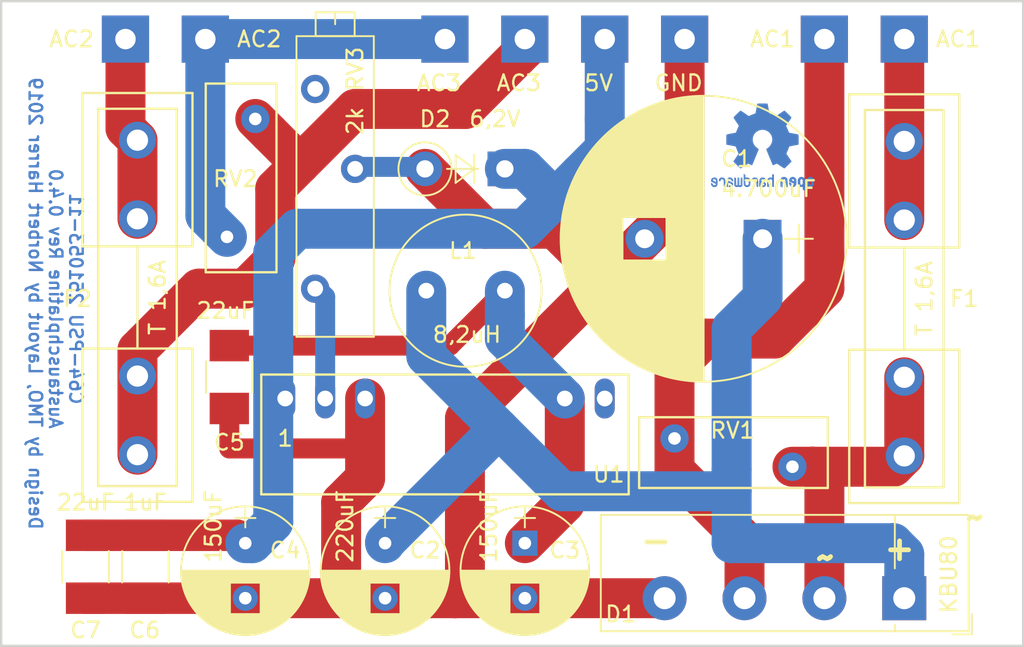
<source format=kicad_pcb>
(kicad_pcb (version 20171130) (host pcbnew "(5.1.4)-1")

  (general
    (thickness 1.6)
    (drawings 11)
    (tracks 102)
    (zones 0)
    (modules 25)
    (nets 14)
  )

  (page A4)
  (title_block
    (title C64-PSU-251053-11_Austauschplatine)
    (date 2019-04-27)
    (rev 0.3.1)
    (company TMO)
  )

  (layers
    (0 F.Cu signal)
    (31 B.Cu signal)
    (32 B.Adhes user)
    (33 F.Adhes user)
    (34 B.Paste user)
    (35 F.Paste user)
    (36 B.SilkS user)
    (37 F.SilkS user)
    (38 B.Mask user)
    (39 F.Mask user)
    (40 Dwgs.User user)
    (41 Cmts.User user)
    (42 Eco1.User user)
    (43 Eco2.User user)
    (44 Edge.Cuts user)
    (45 Margin user)
    (46 B.CrtYd user)
    (47 F.CrtYd user)
    (48 B.Fab user)
    (49 F.Fab user)
  )

  (setup
    (last_trace_width 2.54)
    (user_trace_width 0.254)
    (user_trace_width 0.508)
    (user_trace_width 0.635)
    (user_trace_width 1.27)
    (user_trace_width 2.54)
    (trace_clearance 0.254)
    (zone_clearance 0.5)
    (zone_45_only no)
    (trace_min 0.254)
    (via_size 1.1)
    (via_drill 0.7)
    (via_min_size 0.4)
    (via_min_drill 0.3)
    (uvia_size 0.3)
    (uvia_drill 0.1)
    (uvias_allowed no)
    (uvia_min_size 0.2)
    (uvia_min_drill 0.1)
    (edge_width 0.15)
    (segment_width 0.2)
    (pcb_text_width 0.3)
    (pcb_text_size 1.5 1.5)
    (mod_edge_width 0.15)
    (mod_text_size 1 1)
    (mod_text_width 0.15)
    (pad_size 3 3)
    (pad_drill 1.3)
    (pad_to_mask_clearance 0.2)
    (solder_mask_min_width 0.25)
    (aux_axis_origin 0 0)
    (visible_elements 7FFFEFFF)
    (pcbplotparams
      (layerselection 0x010fc_ffffffff)
      (usegerberextensions true)
      (usegerberattributes false)
      (usegerberadvancedattributes false)
      (creategerberjobfile false)
      (excludeedgelayer true)
      (linewidth 0.100000)
      (plotframeref false)
      (viasonmask false)
      (mode 1)
      (useauxorigin false)
      (hpglpennumber 1)
      (hpglpenspeed 20)
      (hpglpendiameter 15.000000)
      (psnegative false)
      (psa4output false)
      (plotreference true)
      (plotvalue true)
      (plotinvisibletext false)
      (padsonsilk false)
      (subtractmaskfromsilk false)
      (outputformat 1)
      (mirror false)
      (drillshape 0)
      (scaleselection 1)
      (outputdirectory "gerber/"))
  )

  (net 0 "")
  (net 1 "Net-(C1-Pad1)")
  (net 2 "Net-(C1-Pad2)")
  (net 3 "Net-(C3-Pad1)")
  (net 4 "Net-(C4-Pad1)")
  (net 5 "Net-(D1-Pad3)")
  (net 6 "Net-(D1-Pad2)")
  (net 7 "Net-(F1-Pad2)")
  (net 8 "Net-(F2-Pad2)")
  (net 9 "Net-(F2-Pad1)")
  (net 10 "Net-(J4-Pad1)")
  (net 11 "Net-(RV3-Pad1)")
  (net 12 "Net-(RV3-Pad3)")
  (net 13 "Net-(U1-Pad5)")

  (net_class Default "Dies ist die voreingestellte Netzklasse."
    (clearance 0.254)
    (trace_width 0.254)
    (via_dia 1.1)
    (via_drill 0.7)
    (uvia_dia 0.3)
    (uvia_drill 0.1)
    (add_net "Net-(C1-Pad1)")
    (add_net "Net-(C1-Pad2)")
    (add_net "Net-(C3-Pad1)")
    (add_net "Net-(C4-Pad1)")
    (add_net "Net-(D1-Pad2)")
    (add_net "Net-(D1-Pad3)")
    (add_net "Net-(F1-Pad2)")
    (add_net "Net-(F2-Pad1)")
    (add_net "Net-(F2-Pad2)")
    (add_net "Net-(J4-Pad1)")
    (add_net "Net-(RV3-Pad1)")
    (add_net "Net-(RV3-Pad3)")
    (add_net "Net-(U1-Pad5)")
  )

  (net_class "Leitung 0,508" ""
    (clearance 0.254)
    (trace_width 0.508)
    (via_dia 1.1)
    (via_drill 0.7)
    (uvia_dia 0.3)
    (uvia_drill 0.1)
  )

  (net_class "Leitung 1,16" ""
    (clearance 0.254)
    (trace_width 1.16)
    (via_dia 1.1)
    (via_drill 0.7)
    (uvia_dia 0.3)
    (uvia_drill 0.1)
  )

  (net_class "Leitung 2,32" ""
    (clearance 0.254)
    (trace_width 2.32)
    (via_dia 1.1)
    (via_drill 0.7)
    (uvia_dia 0.3)
    (uvia_drill 0.1)
  )

  (net_class "Leitung 4,64" ""
    (clearance 0.254)
    (trace_width 4.64)
    (via_dia 1.1)
    (via_drill 0.7)
    (uvia_dia 0.3)
    (uvia_drill 0.1)
  )

  (module TMO:L_Radial_D9.5mm_P5.00mm_Fastron_07HVP (layer F.Cu) (tedit 5C82BE1C) (tstamp 5DA4B77A)
    (at 142.955 90.932)
    (descr "L, Radial series, Radial, pin pitch=5.00mm, , diameter=9.5mm, Fastron, 07HVP, http://www.fastrongroup.com/image-show/107/07HVP%2007HVP_T.pdf?type=Complete-DataSheet&productType=series")
    (tags "L Radial series Radial pin pitch 5.00mm  diameter 9.5mm Fastron 07HVP")
    (path /5A634456)
    (fp_text reference L1 (at 2.333 -2.54) (layer F.SilkS)
      (effects (font (size 1 1) (thickness 0.15)))
    )
    (fp_text value 8,2uH (at 2.587 2.794 180) (layer F.SilkS)
      (effects (font (size 1 1) (thickness 0.15)))
    )
    (fp_line (start 7.6 -5.1) (end -2.6 -5.1) (layer F.CrtYd) (width 0.05))
    (fp_line (start 7.6 5.1) (end 7.6 -5.1) (layer F.CrtYd) (width 0.05))
    (fp_line (start -2.6 5.1) (end 7.6 5.1) (layer F.CrtYd) (width 0.05))
    (fp_line (start -2.6 -5.1) (end -2.6 5.1) (layer F.CrtYd) (width 0.05))
    (fp_circle (center 2.5 0) (end 7.34 0) (layer F.SilkS) (width 0.12))
    (fp_circle (center 2.5 0) (end 7.25 0) (layer F.Fab) (width 0.1))
    (pad 2 thru_hole circle (at 5 0) (size 2.4 2.4) (drill 1) (layers *.Cu *.Mask)
      (net 3 "Net-(C3-Pad1)"))
    (pad 1 thru_hole circle (at 0 0) (size 2.4 2.4) (drill 1) (layers *.Cu *.Mask)
      (net 1 "Net-(C1-Pad1)"))
    (model Inductors_THT.3dshapes/L_Radial_D9.5mm_P5.00mm_Fastron_07HVP.wrl
      (at (xyz 0 0 0))
      (scale (xyz 0.393701 0.393701 0.393701))
      (rotate (xyz 0 0 0))
    )
  )

  (module Rev0_3_1:Measurement_Point_Square-TH_Big (layer F.Cu) (tedit 5A678ABB) (tstamp 5DA4F6E6)
    (at 144.145 74.93 90)
    (descr "Mesurement Point, Square, Trough Hole,  3mm x 3mm, Drill 1.5mm,")
    (tags "Mesurement Point Square Trough Hole 3x3mm Drill 1.5mm")
    (path /5A64BE4D)
    (attr virtual)
    (fp_text reference J8 (at -2.794 -2.921 180) (layer F.Fab)
      (effects (font (size 1 1) (thickness 0.15)))
    )
    (fp_text value AC3 (at -2.794 -0.381 180) (layer F.SilkS)
      (effects (font (size 1 1) (thickness 0.15)))
    )
    (fp_line (start -1.75 1.75) (end -1.75 -1.75) (layer F.CrtYd) (width 0.05))
    (fp_line (start 1.75 1.75) (end -1.75 1.75) (layer F.CrtYd) (width 0.05))
    (fp_line (start 1.75 -1.75) (end 1.75 1.75) (layer F.CrtYd) (width 0.05))
    (fp_line (start -1.75 -1.75) (end 1.75 -1.75) (layer F.CrtYd) (width 0.05))
    (pad 1 thru_hole rect (at 0 0 90) (size 3 3) (drill 1.3) (layers *.Cu *.Mask)
      (net 10 "Net-(J4-Pad1)"))
  )

  (module Rev0_3_1:Measurement_Point_Square-TH_Big (layer F.Cu) (tedit 5A678ABB) (tstamp 5DA4F6FE)
    (at 149.225 74.93 90)
    (descr "Mesurement Point, Square, Trough Hole,  3mm x 3mm, Drill 1.5mm,")
    (tags "Mesurement Point Square Trough Hole 3x3mm Drill 1.5mm")
    (path /5A64BDE4)
    (attr virtual)
    (fp_text reference J7 (at -2.794 -2.921 180) (layer F.Fab)
      (effects (font (size 1 1) (thickness 0.15)))
    )
    (fp_text value AC3 (at -2.794 -0.381 180) (layer F.SilkS)
      (effects (font (size 1 1) (thickness 0.15)))
    )
    (fp_line (start -1.75 1.75) (end -1.75 -1.75) (layer F.CrtYd) (width 0.05))
    (fp_line (start 1.75 1.75) (end -1.75 1.75) (layer F.CrtYd) (width 0.05))
    (fp_line (start 1.75 -1.75) (end 1.75 1.75) (layer F.CrtYd) (width 0.05))
    (fp_line (start -1.75 -1.75) (end 1.75 -1.75) (layer F.CrtYd) (width 0.05))
    (pad 1 thru_hole rect (at 0 0 90) (size 3 3) (drill 1.3) (layers *.Cu *.Mask)
      (net 9 "Net-(F2-Pad1)"))
  )

  (module Rev0_3_1:Measurement_Point_Square-TH_Big (layer F.Cu) (tedit 5A678ABB) (tstamp 5DA4F650)
    (at 159.385 74.93 90)
    (descr "Mesurement Point, Square, Trough Hole,  3mm x 3mm, Drill 1.5mm,")
    (tags "Mesurement Point Square Trough Hole 3x3mm Drill 1.5mm")
    (path /5A64BD8F)
    (attr virtual)
    (fp_text reference J6 (at -2.794 -2.921 180) (layer F.Fab)
      (effects (font (size 1 1) (thickness 0.15)))
    )
    (fp_text value GND (at -2.794 -0.381 180) (layer F.SilkS)
      (effects (font (size 1 1) (thickness 0.15)))
    )
    (fp_line (start -1.75 1.75) (end -1.75 -1.75) (layer F.CrtYd) (width 0.05))
    (fp_line (start 1.75 1.75) (end -1.75 1.75) (layer F.CrtYd) (width 0.05))
    (fp_line (start 1.75 -1.75) (end 1.75 1.75) (layer F.CrtYd) (width 0.05))
    (fp_line (start -1.75 -1.75) (end 1.75 -1.75) (layer F.CrtYd) (width 0.05))
    (pad 1 thru_hole rect (at 0 0 90) (size 3 3) (drill 1.3) (layers *.Cu *.Mask)
      (net 2 "Net-(C1-Pad2)"))
  )

  (module Rev0_3_1:Measurement_Point_Square-TH_Big (layer F.Cu) (tedit 5A678ABB) (tstamp 5DA4F716)
    (at 154.305 74.93 90)
    (descr "Mesurement Point, Square, Trough Hole,  3mm x 3mm, Drill 1.5mm,")
    (tags "Mesurement Point Square Trough Hole 3x3mm Drill 1.5mm")
    (path /5A64BCCB)
    (attr virtual)
    (fp_text reference J5 (at -2.794 -2.413 180) (layer F.Fab)
      (effects (font (size 1 1) (thickness 0.15)))
    )
    (fp_text value 5V (at -2.794 -0.381 180) (layer F.SilkS)
      (effects (font (size 1 1) (thickness 0.15)))
    )
    (fp_line (start -1.75 1.75) (end -1.75 -1.75) (layer F.CrtYd) (width 0.05))
    (fp_line (start 1.75 1.75) (end -1.75 1.75) (layer F.CrtYd) (width 0.05))
    (fp_line (start 1.75 -1.75) (end 1.75 1.75) (layer F.CrtYd) (width 0.05))
    (fp_line (start -1.75 -1.75) (end 1.75 -1.75) (layer F.CrtYd) (width 0.05))
    (pad 1 thru_hole rect (at 0 0 90) (size 3 3) (drill 1.3) (layers *.Cu *.Mask)
      (net 4 "Net-(C4-Pad1)"))
  )

  (module Rev0_3_1:Measurement_Point_Square-TH_Big (layer F.Cu) (tedit 5A678ABB) (tstamp 5DA527D8)
    (at 128.905 74.93 90)
    (descr "Mesurement Point, Square, Trough Hole,  3mm x 3mm, Drill 1.5mm,")
    (tags "Mesurement Point Square Trough Hole 3x3mm Drill 1.5mm")
    (path /5A635F0E)
    (attr virtual)
    (fp_text reference J4 (at -1.524 3.429 180) (layer F.Fab)
      (effects (font (size 1 1) (thickness 0.15)))
    )
    (fp_text value AC2 (at 0 3.429 180) (layer F.SilkS)
      (effects (font (size 1 1) (thickness 0.15)))
    )
    (fp_line (start -1.75 1.75) (end -1.75 -1.75) (layer F.CrtYd) (width 0.05))
    (fp_line (start 1.75 1.75) (end -1.75 1.75) (layer F.CrtYd) (width 0.05))
    (fp_line (start 1.75 -1.75) (end 1.75 1.75) (layer F.CrtYd) (width 0.05))
    (fp_line (start -1.75 -1.75) (end 1.75 -1.75) (layer F.CrtYd) (width 0.05))
    (pad 1 thru_hole rect (at 0 0 90) (size 3 3) (drill 1.3) (layers *.Cu *.Mask)
      (net 10 "Net-(J4-Pad1)"))
  )

  (module Rev0_3_1:Measurement_Point_Square-TH_Big (layer F.Cu) (tedit 5A678ABB) (tstamp 5DA4F6CE)
    (at 123.825 74.93 90)
    (descr "Mesurement Point, Square, Trough Hole,  3mm x 3mm, Drill 1.5mm,")
    (tags "Mesurement Point Square Trough Hole 3x3mm Drill 1.5mm")
    (path /5A635EAC)
    (attr virtual)
    (fp_text reference J3 (at -1.524 -3.429 180) (layer F.Fab)
      (effects (font (size 1 1) (thickness 0.15)))
    )
    (fp_text value AC2 (at 0 -3.429 180) (layer F.SilkS)
      (effects (font (size 1 1) (thickness 0.15)))
    )
    (fp_line (start -1.75 1.75) (end -1.75 -1.75) (layer F.CrtYd) (width 0.05))
    (fp_line (start 1.75 1.75) (end -1.75 1.75) (layer F.CrtYd) (width 0.05))
    (fp_line (start 1.75 -1.75) (end 1.75 1.75) (layer F.CrtYd) (width 0.05))
    (fp_line (start -1.75 -1.75) (end 1.75 -1.75) (layer F.CrtYd) (width 0.05))
    (pad 1 thru_hole rect (at 0 0 90) (size 3 3) (drill 1.3) (layers *.Cu *.Mask)
      (net 8 "Net-(F2-Pad2)"))
  )

  (module Rev0_3_1:Measurement_Point_Square-TH_Big (layer F.Cu) (tedit 5A678ABB) (tstamp 5DA50265)
    (at 168.275 74.93 90)
    (descr "Mesurement Point, Square, Trough Hole,  3mm x 3mm, Drill 1.5mm,")
    (tags "Mesurement Point Square Trough Hole 3x3mm Drill 1.5mm")
    (path /5A635E5A)
    (attr virtual)
    (fp_text reference J2 (at -1.524 -3.429 180) (layer F.Fab)
      (effects (font (size 1 1) (thickness 0.15)))
    )
    (fp_text value AC1 (at 0 -3.302 180) (layer F.SilkS)
      (effects (font (size 1 1) (thickness 0.15)))
    )
    (fp_line (start -1.75 1.75) (end -1.75 -1.75) (layer F.CrtYd) (width 0.05))
    (fp_line (start 1.75 1.75) (end -1.75 1.75) (layer F.CrtYd) (width 0.05))
    (fp_line (start 1.75 -1.75) (end 1.75 1.75) (layer F.CrtYd) (width 0.05))
    (fp_line (start -1.75 -1.75) (end 1.75 -1.75) (layer F.CrtYd) (width 0.05))
    (pad 1 thru_hole rect (at 0 0 90) (size 3 3) (drill 1.3) (layers *.Cu *.Mask)
      (net 5 "Net-(D1-Pad3)"))
  )

  (module Rev0_3_1:Measurement_Point_Square-TH_Big (layer F.Cu) (tedit 5A678ABB) (tstamp 5DA4F755)
    (at 173.355 74.93 90)
    (descr "Mesurement Point, Square, Trough Hole,  3mm x 3mm, Drill 1.5mm,")
    (tags "Mesurement Point Square Trough Hole 3x3mm Drill 1.5mm")
    (path /5A635D23)
    (attr virtual)
    (fp_text reference J1 (at -1.524 3.429 180) (layer F.Fab)
      (effects (font (size 1 1) (thickness 0.15)))
    )
    (fp_text value AC1 (at 0 3.429 180) (layer F.SilkS)
      (effects (font (size 1 1) (thickness 0.15)))
    )
    (fp_line (start -1.75 1.75) (end -1.75 -1.75) (layer F.CrtYd) (width 0.05))
    (fp_line (start 1.75 1.75) (end -1.75 1.75) (layer F.CrtYd) (width 0.05))
    (fp_line (start 1.75 -1.75) (end 1.75 1.75) (layer F.CrtYd) (width 0.05))
    (fp_line (start -1.75 -1.75) (end 1.75 -1.75) (layer F.CrtYd) (width 0.05))
    (pad 1 thru_hole rect (at 0 0 90) (size 3 3) (drill 1.3) (layers *.Cu *.Mask)
      (net 7 "Net-(F1-Pad2)"))
  )

  (module Symbols:OSHW-Logo2_7.3x6mm_Copper (layer B.Cu) (tedit 0) (tstamp 5DA4BA8E)
    (at 164.338 81.788 180)
    (descr "Open Source Hardware Symbol")
    (tags "Logo Symbol OSHW")
    (attr virtual)
    (fp_text reference "" (at 0 0) (layer B.SilkS) hide
      (effects (font (size 1 1) (thickness 0.15)) (justify mirror))
    )
    (fp_text value "" (at 0.75 0) (layer B.Fab) hide
      (effects (font (size 1 1) (thickness 0.15)) (justify mirror))
    )
    (fp_poly (pts (xy -2.400256 -1.919918) (xy -2.344799 -1.947568) (xy -2.295852 -1.99848) (xy -2.282371 -2.017338)
      (xy -2.267686 -2.042015) (xy -2.258158 -2.068816) (xy -2.252707 -2.104587) (xy -2.250253 -2.156169)
      (xy -2.249714 -2.224267) (xy -2.252148 -2.317588) (xy -2.260606 -2.387657) (xy -2.276826 -2.439931)
      (xy -2.302546 -2.479869) (xy -2.339503 -2.512929) (xy -2.342218 -2.514886) (xy -2.37864 -2.534908)
      (xy -2.422498 -2.544815) (xy -2.478276 -2.547257) (xy -2.568952 -2.547257) (xy -2.56899 -2.635283)
      (xy -2.569834 -2.684308) (xy -2.574976 -2.713065) (xy -2.588413 -2.730311) (xy -2.614142 -2.744808)
      (xy -2.620321 -2.747769) (xy -2.649236 -2.761648) (xy -2.671624 -2.770414) (xy -2.688271 -2.771171)
      (xy -2.699964 -2.761023) (xy -2.70749 -2.737073) (xy -2.711634 -2.696426) (xy -2.713185 -2.636186)
      (xy -2.712929 -2.553455) (xy -2.711651 -2.445339) (xy -2.711252 -2.413) (xy -2.709815 -2.301524)
      (xy -2.708528 -2.228603) (xy -2.569029 -2.228603) (xy -2.568245 -2.290499) (xy -2.56476 -2.330997)
      (xy -2.556876 -2.357708) (xy -2.542895 -2.378244) (xy -2.533403 -2.38826) (xy -2.494596 -2.417567)
      (xy -2.460237 -2.419952) (xy -2.424784 -2.39575) (xy -2.423886 -2.394857) (xy -2.409461 -2.376153)
      (xy -2.400687 -2.350732) (xy -2.396261 -2.311584) (xy -2.394882 -2.251697) (xy -2.394857 -2.23843)
      (xy -2.398188 -2.155901) (xy -2.409031 -2.098691) (xy -2.42866 -2.063766) (xy -2.45835 -2.048094)
      (xy -2.475509 -2.046514) (xy -2.516234 -2.053926) (xy -2.544168 -2.07833) (xy -2.560983 -2.12298)
      (xy -2.56835 -2.19113) (xy -2.569029 -2.228603) (xy -2.708528 -2.228603) (xy -2.708292 -2.215245)
      (xy -2.706323 -2.150333) (xy -2.70355 -2.102958) (xy -2.699612 -2.06929) (xy -2.694151 -2.045498)
      (xy -2.686808 -2.027753) (xy -2.677223 -2.012224) (xy -2.673113 -2.006381) (xy -2.618595 -1.951185)
      (xy -2.549664 -1.91989) (xy -2.469928 -1.911165) (xy -2.400256 -1.919918)) (layer B.Cu) (width 0.01))
    (fp_poly (pts (xy -1.283907 -1.92778) (xy -1.237328 -1.954723) (xy -1.204943 -1.981466) (xy -1.181258 -2.009484)
      (xy -1.164941 -2.043748) (xy -1.154661 -2.089227) (xy -1.149086 -2.150892) (xy -1.146884 -2.233711)
      (xy -1.146629 -2.293246) (xy -1.146629 -2.512391) (xy -1.208314 -2.540044) (xy -1.27 -2.567697)
      (xy -1.277257 -2.32767) (xy -1.280256 -2.238028) (xy -1.283402 -2.172962) (xy -1.287299 -2.128026)
      (xy -1.292553 -2.09877) (xy -1.299769 -2.080748) (xy -1.30955 -2.069511) (xy -1.312688 -2.067079)
      (xy -1.360239 -2.048083) (xy -1.408303 -2.0556) (xy -1.436914 -2.075543) (xy -1.448553 -2.089675)
      (xy -1.456609 -2.10822) (xy -1.461729 -2.136334) (xy -1.464559 -2.179173) (xy -1.465744 -2.241895)
      (xy -1.465943 -2.307261) (xy -1.465982 -2.389268) (xy -1.467386 -2.447316) (xy -1.472086 -2.486465)
      (xy -1.482013 -2.51178) (xy -1.499097 -2.528323) (xy -1.525268 -2.541156) (xy -1.560225 -2.554491)
      (xy -1.598404 -2.569007) (xy -1.593859 -2.311389) (xy -1.592029 -2.218519) (xy -1.589888 -2.149889)
      (xy -1.586819 -2.100711) (xy -1.582206 -2.066198) (xy -1.575432 -2.041562) (xy -1.565881 -2.022016)
      (xy -1.554366 -2.00477) (xy -1.49881 -1.94968) (xy -1.43102 -1.917822) (xy -1.357287 -1.910191)
      (xy -1.283907 -1.92778)) (layer B.Cu) (width 0.01))
    (fp_poly (pts (xy -2.958885 -1.921962) (xy -2.890855 -1.957733) (xy -2.840649 -2.015301) (xy -2.822815 -2.052312)
      (xy -2.808937 -2.107882) (xy -2.801833 -2.178096) (xy -2.80116 -2.254727) (xy -2.806573 -2.329552)
      (xy -2.81773 -2.394342) (xy -2.834286 -2.440873) (xy -2.839374 -2.448887) (xy -2.899645 -2.508707)
      (xy -2.971231 -2.544535) (xy -3.048908 -2.55502) (xy -3.127452 -2.53881) (xy -3.149311 -2.529092)
      (xy -3.191878 -2.499143) (xy -3.229237 -2.459433) (xy -3.232768 -2.454397) (xy -3.247119 -2.430124)
      (xy -3.256606 -2.404178) (xy -3.26221 -2.370022) (xy -3.264914 -2.321119) (xy -3.265701 -2.250935)
      (xy -3.265714 -2.2352) (xy -3.265678 -2.230192) (xy -3.120571 -2.230192) (xy -3.119727 -2.29643)
      (xy -3.116404 -2.340386) (xy -3.109417 -2.368779) (xy -3.097584 -2.388325) (xy -3.091543 -2.394857)
      (xy -3.056814 -2.41968) (xy -3.023097 -2.418548) (xy -2.989005 -2.397016) (xy -2.968671 -2.374029)
      (xy -2.956629 -2.340478) (xy -2.949866 -2.287569) (xy -2.949402 -2.281399) (xy -2.948248 -2.185513)
      (xy -2.960312 -2.114299) (xy -2.98543 -2.068194) (xy -3.02344 -2.047635) (xy -3.037008 -2.046514)
      (xy -3.072636 -2.052152) (xy -3.097006 -2.071686) (xy -3.111907 -2.109042) (xy -3.119125 -2.16815)
      (xy -3.120571 -2.230192) (xy -3.265678 -2.230192) (xy -3.265174 -2.160413) (xy -3.262904 -2.108159)
      (xy -3.257932 -2.071949) (xy -3.249287 -2.045299) (xy -3.235995 -2.021722) (xy -3.233057 -2.017338)
      (xy -3.183687 -1.958249) (xy -3.129891 -1.923947) (xy -3.064398 -1.910331) (xy -3.042158 -1.909665)
      (xy -2.958885 -1.921962)) (layer B.Cu) (width 0.01))
    (fp_poly (pts (xy -1.831697 -1.931239) (xy -1.774473 -1.969735) (xy -1.730251 -2.025335) (xy -1.703833 -2.096086)
      (xy -1.69849 -2.148162) (xy -1.699097 -2.169893) (xy -1.704178 -2.186531) (xy -1.718145 -2.201437)
      (xy -1.745411 -2.217973) (xy -1.790388 -2.239498) (xy -1.857489 -2.269374) (xy -1.857829 -2.269524)
      (xy -1.919593 -2.297813) (xy -1.970241 -2.322933) (xy -2.004596 -2.342179) (xy -2.017482 -2.352848)
      (xy -2.017486 -2.352934) (xy -2.006128 -2.376166) (xy -1.979569 -2.401774) (xy -1.949077 -2.420221)
      (xy -1.93363 -2.423886) (xy -1.891485 -2.411212) (xy -1.855192 -2.379471) (xy -1.837483 -2.344572)
      (xy -1.820448 -2.318845) (xy -1.787078 -2.289546) (xy -1.747851 -2.264235) (xy -1.713244 -2.250471)
      (xy -1.706007 -2.249714) (xy -1.697861 -2.26216) (xy -1.69737 -2.293972) (xy -1.703357 -2.336866)
      (xy -1.714643 -2.382558) (xy -1.73005 -2.422761) (xy -1.730829 -2.424322) (xy -1.777196 -2.489062)
      (xy -1.837289 -2.533097) (xy -1.905535 -2.554711) (xy -1.976362 -2.552185) (xy -2.044196 -2.523804)
      (xy -2.047212 -2.521808) (xy -2.100573 -2.473448) (xy -2.13566 -2.410352) (xy -2.155078 -2.327387)
      (xy -2.157684 -2.304078) (xy -2.162299 -2.194055) (xy -2.156767 -2.142748) (xy -2.017486 -2.142748)
      (xy -2.015676 -2.174753) (xy -2.005778 -2.184093) (xy -1.981102 -2.177105) (xy -1.942205 -2.160587)
      (xy -1.898725 -2.139881) (xy -1.897644 -2.139333) (xy -1.860791 -2.119949) (xy -1.846 -2.107013)
      (xy -1.849647 -2.093451) (xy -1.865005 -2.075632) (xy -1.904077 -2.049845) (xy -1.946154 -2.04795)
      (xy -1.983897 -2.066717) (xy -2.009966 -2.102915) (xy -2.017486 -2.142748) (xy -2.156767 -2.142748)
      (xy -2.152806 -2.106027) (xy -2.12845 -2.036212) (xy -2.094544 -1.987302) (xy -2.033347 -1.937878)
      (xy -1.965937 -1.913359) (xy -1.89712 -1.911797) (xy -1.831697 -1.931239)) (layer B.Cu) (width 0.01))
    (fp_poly (pts (xy -0.624114 -1.851289) (xy -0.619861 -1.910613) (xy -0.614975 -1.945572) (xy -0.608205 -1.96082)
      (xy -0.598298 -1.961015) (xy -0.595086 -1.959195) (xy -0.552356 -1.946015) (xy -0.496773 -1.946785)
      (xy -0.440263 -1.960333) (xy -0.404918 -1.977861) (xy -0.368679 -2.005861) (xy -0.342187 -2.037549)
      (xy -0.324001 -2.077813) (xy -0.312678 -2.131543) (xy -0.306778 -2.203626) (xy -0.304857 -2.298951)
      (xy -0.304823 -2.317237) (xy -0.3048 -2.522646) (xy -0.350509 -2.53858) (xy -0.382973 -2.54942)
      (xy -0.400785 -2.554468) (xy -0.401309 -2.554514) (xy -0.403063 -2.540828) (xy -0.404556 -2.503076)
      (xy -0.405674 -2.446224) (xy -0.406303 -2.375234) (xy -0.4064 -2.332073) (xy -0.406602 -2.246973)
      (xy -0.407642 -2.185981) (xy -0.410169 -2.144177) (xy -0.414836 -2.116642) (xy -0.422293 -2.098456)
      (xy -0.433189 -2.084698) (xy -0.439993 -2.078073) (xy -0.486728 -2.051375) (xy -0.537728 -2.049375)
      (xy -0.583999 -2.071955) (xy -0.592556 -2.080107) (xy -0.605107 -2.095436) (xy -0.613812 -2.113618)
      (xy -0.619369 -2.139909) (xy -0.622474 -2.179562) (xy -0.623824 -2.237832) (xy -0.624114 -2.318173)
      (xy -0.624114 -2.522646) (xy -0.669823 -2.53858) (xy -0.702287 -2.54942) (xy -0.720099 -2.554468)
      (xy -0.720623 -2.554514) (xy -0.721963 -2.540623) (xy -0.723172 -2.501439) (xy -0.724199 -2.4407)
      (xy -0.724998 -2.362141) (xy -0.725519 -2.269498) (xy -0.725714 -2.166509) (xy -0.725714 -1.769342)
      (xy -0.678543 -1.749444) (xy -0.631371 -1.729547) (xy -0.624114 -1.851289)) (layer B.Cu) (width 0.01))
    (fp_poly (pts (xy 0.039744 -1.950968) (xy 0.096616 -1.972087) (xy 0.097267 -1.972493) (xy 0.13244 -1.99838)
      (xy 0.158407 -2.028633) (xy 0.17667 -2.068058) (xy 0.188732 -2.121462) (xy 0.196096 -2.193651)
      (xy 0.200264 -2.289432) (xy 0.200629 -2.303078) (xy 0.205876 -2.508842) (xy 0.161716 -2.531678)
      (xy 0.129763 -2.54711) (xy 0.11047 -2.554423) (xy 0.109578 -2.554514) (xy 0.106239 -2.541022)
      (xy 0.103587 -2.504626) (xy 0.101956 -2.451452) (xy 0.1016 -2.408393) (xy 0.101592 -2.338641)
      (xy 0.098403 -2.294837) (xy 0.087288 -2.273944) (xy 0.063501 -2.272925) (xy 0.022296 -2.288741)
      (xy -0.039914 -2.317815) (xy -0.085659 -2.341963) (xy -0.109187 -2.362913) (xy -0.116104 -2.385747)
      (xy -0.116114 -2.386877) (xy -0.104701 -2.426212) (xy -0.070908 -2.447462) (xy -0.019191 -2.450539)
      (xy 0.018061 -2.450006) (xy 0.037703 -2.460735) (xy 0.049952 -2.486505) (xy 0.057002 -2.519337)
      (xy 0.046842 -2.537966) (xy 0.043017 -2.540632) (xy 0.007001 -2.55134) (xy -0.043434 -2.552856)
      (xy -0.095374 -2.545759) (xy -0.132178 -2.532788) (xy -0.183062 -2.489585) (xy -0.211986 -2.429446)
      (xy -0.217714 -2.382462) (xy -0.213343 -2.340082) (xy -0.197525 -2.305488) (xy -0.166203 -2.274763)
      (xy -0.115322 -2.24399) (xy -0.040824 -2.209252) (xy -0.036286 -2.207288) (xy 0.030821 -2.176287)
      (xy 0.072232 -2.150862) (xy 0.089981 -2.128014) (xy 0.086107 -2.104745) (xy 0.062643 -2.078056)
      (xy 0.055627 -2.071914) (xy 0.00863 -2.0481) (xy -0.040067 -2.049103) (xy -0.082478 -2.072451)
      (xy -0.110616 -2.115675) (xy -0.113231 -2.12416) (xy -0.138692 -2.165308) (xy -0.170999 -2.185128)
      (xy -0.217714 -2.20477) (xy -0.217714 -2.15395) (xy -0.203504 -2.080082) (xy -0.161325 -2.012327)
      (xy -0.139376 -1.989661) (xy -0.089483 -1.960569) (xy -0.026033 -1.9474) (xy 0.039744 -1.950968)) (layer B.Cu) (width 0.01))
    (fp_poly (pts (xy 0.529926 -1.949755) (xy 0.595858 -1.974084) (xy 0.649273 -2.017117) (xy 0.670164 -2.047409)
      (xy 0.692939 -2.102994) (xy 0.692466 -2.143186) (xy 0.668562 -2.170217) (xy 0.659717 -2.174813)
      (xy 0.62153 -2.189144) (xy 0.602028 -2.185472) (xy 0.595422 -2.161407) (xy 0.595086 -2.148114)
      (xy 0.582992 -2.09921) (xy 0.551471 -2.064999) (xy 0.507659 -2.048476) (xy 0.458695 -2.052634)
      (xy 0.418894 -2.074227) (xy 0.40545 -2.086544) (xy 0.395921 -2.101487) (xy 0.389485 -2.124075)
      (xy 0.385317 -2.159328) (xy 0.382597 -2.212266) (xy 0.380502 -2.287907) (xy 0.37996 -2.311857)
      (xy 0.377981 -2.39379) (xy 0.375731 -2.451455) (xy 0.372357 -2.489608) (xy 0.367006 -2.513004)
      (xy 0.358824 -2.526398) (xy 0.346959 -2.534545) (xy 0.339362 -2.538144) (xy 0.307102 -2.550452)
      (xy 0.288111 -2.554514) (xy 0.281836 -2.540948) (xy 0.278006 -2.499934) (xy 0.2766 -2.430999)
      (xy 0.277598 -2.333669) (xy 0.277908 -2.318657) (xy 0.280101 -2.229859) (xy 0.282693 -2.165019)
      (xy 0.286382 -2.119067) (xy 0.291864 -2.086935) (xy 0.299835 -2.063553) (xy 0.310993 -2.043852)
      (xy 0.31683 -2.03541) (xy 0.350296 -1.998057) (xy 0.387727 -1.969003) (xy 0.392309 -1.966467)
      (xy 0.459426 -1.946443) (xy 0.529926 -1.949755)) (layer B.Cu) (width 0.01))
    (fp_poly (pts (xy 1.190117 -2.065358) (xy 1.189933 -2.173837) (xy 1.189219 -2.257287) (xy 1.187675 -2.319704)
      (xy 1.185001 -2.365085) (xy 1.180894 -2.397429) (xy 1.175055 -2.420733) (xy 1.167182 -2.438995)
      (xy 1.161221 -2.449418) (xy 1.111855 -2.505945) (xy 1.049264 -2.541377) (xy 0.980013 -2.55409)
      (xy 0.910668 -2.542463) (xy 0.869375 -2.521568) (xy 0.826025 -2.485422) (xy 0.796481 -2.441276)
      (xy 0.778655 -2.383462) (xy 0.770463 -2.306313) (xy 0.769302 -2.249714) (xy 0.769458 -2.245647)
      (xy 0.870857 -2.245647) (xy 0.871476 -2.31055) (xy 0.874314 -2.353514) (xy 0.88084 -2.381622)
      (xy 0.892523 -2.401953) (xy 0.906483 -2.417288) (xy 0.953365 -2.44689) (xy 1.003701 -2.449419)
      (xy 1.051276 -2.424705) (xy 1.054979 -2.421356) (xy 1.070783 -2.403935) (xy 1.080693 -2.383209)
      (xy 1.086058 -2.352362) (xy 1.088228 -2.304577) (xy 1.088571 -2.251748) (xy 1.087827 -2.185381)
      (xy 1.084748 -2.141106) (xy 1.078061 -2.112009) (xy 1.066496 -2.091173) (xy 1.057013 -2.080107)
      (xy 1.01296 -2.052198) (xy 0.962224 -2.048843) (xy 0.913796 -2.070159) (xy 0.90445 -2.078073)
      (xy 0.88854 -2.095647) (xy 0.87861 -2.116587) (xy 0.873278 -2.147782) (xy 0.871163 -2.196122)
      (xy 0.870857 -2.245647) (xy 0.769458 -2.245647) (xy 0.77281 -2.158568) (xy 0.784726 -2.090086)
      (xy 0.807135 -2.0386) (xy 0.842124 -1.998443) (xy 0.869375 -1.977861) (xy 0.918907 -1.955625)
      (xy 0.976316 -1.945304) (xy 1.029682 -1.948067) (xy 1.059543 -1.959212) (xy 1.071261 -1.962383)
      (xy 1.079037 -1.950557) (xy 1.084465 -1.918866) (xy 1.088571 -1.870593) (xy 1.093067 -1.816829)
      (xy 1.099313 -1.784482) (xy 1.110676 -1.765985) (xy 1.130528 -1.75377) (xy 1.143 -1.748362)
      (xy 1.190171 -1.728601) (xy 1.190117 -2.065358)) (layer B.Cu) (width 0.01))
    (fp_poly (pts (xy 1.779833 -1.958663) (xy 1.782048 -1.99685) (xy 1.783784 -2.054886) (xy 1.784899 -2.12818)
      (xy 1.785257 -2.205055) (xy 1.785257 -2.465196) (xy 1.739326 -2.511127) (xy 1.707675 -2.539429)
      (xy 1.67989 -2.550893) (xy 1.641915 -2.550168) (xy 1.62684 -2.548321) (xy 1.579726 -2.542948)
      (xy 1.540756 -2.539869) (xy 1.531257 -2.539585) (xy 1.499233 -2.541445) (xy 1.453432 -2.546114)
      (xy 1.435674 -2.548321) (xy 1.392057 -2.551735) (xy 1.362745 -2.54432) (xy 1.33368 -2.521427)
      (xy 1.323188 -2.511127) (xy 1.277257 -2.465196) (xy 1.277257 -1.978602) (xy 1.314226 -1.961758)
      (xy 1.346059 -1.949282) (xy 1.364683 -1.944914) (xy 1.369458 -1.958718) (xy 1.373921 -1.997286)
      (xy 1.377775 -2.056356) (xy 1.380722 -2.131663) (xy 1.382143 -2.195286) (xy 1.386114 -2.445657)
      (xy 1.420759 -2.450556) (xy 1.452268 -2.447131) (xy 1.467708 -2.436041) (xy 1.472023 -2.415308)
      (xy 1.475708 -2.371145) (xy 1.478469 -2.309146) (xy 1.480012 -2.234909) (xy 1.480235 -2.196706)
      (xy 1.480457 -1.976783) (xy 1.526166 -1.960849) (xy 1.558518 -1.950015) (xy 1.576115 -1.944962)
      (xy 1.576623 -1.944914) (xy 1.578388 -1.958648) (xy 1.580329 -1.99673) (xy 1.582282 -2.054482)
      (xy 1.584084 -2.127227) (xy 1.585343 -2.195286) (xy 1.589314 -2.445657) (xy 1.6764 -2.445657)
      (xy 1.680396 -2.21724) (xy 1.684392 -1.988822) (xy 1.726847 -1.966868) (xy 1.758192 -1.951793)
      (xy 1.776744 -1.944951) (xy 1.777279 -1.944914) (xy 1.779833 -1.958663)) (layer B.Cu) (width 0.01))
    (fp_poly (pts (xy 2.144876 -1.956335) (xy 2.186667 -1.975344) (xy 2.219469 -1.998378) (xy 2.243503 -2.024133)
      (xy 2.260097 -2.057358) (xy 2.270577 -2.1028) (xy 2.276271 -2.165207) (xy 2.278507 -2.249327)
      (xy 2.278743 -2.304721) (xy 2.278743 -2.520826) (xy 2.241774 -2.53767) (xy 2.212656 -2.549981)
      (xy 2.198231 -2.554514) (xy 2.195472 -2.541025) (xy 2.193282 -2.504653) (xy 2.191942 -2.451542)
      (xy 2.191657 -2.409372) (xy 2.190434 -2.348447) (xy 2.187136 -2.300115) (xy 2.182321 -2.270518)
      (xy 2.178496 -2.264229) (xy 2.152783 -2.270652) (xy 2.112418 -2.287125) (xy 2.065679 -2.309458)
      (xy 2.020845 -2.333457) (xy 1.986193 -2.35493) (xy 1.970002 -2.369685) (xy 1.969938 -2.369845)
      (xy 1.97133 -2.397152) (xy 1.983818 -2.423219) (xy 2.005743 -2.444392) (xy 2.037743 -2.451474)
      (xy 2.065092 -2.450649) (xy 2.103826 -2.450042) (xy 2.124158 -2.459116) (xy 2.136369 -2.483092)
      (xy 2.137909 -2.487613) (xy 2.143203 -2.521806) (xy 2.129047 -2.542568) (xy 2.092148 -2.552462)
      (xy 2.052289 -2.554292) (xy 1.980562 -2.540727) (xy 1.943432 -2.521355) (xy 1.897576 -2.475845)
      (xy 1.873256 -2.419983) (xy 1.871073 -2.360957) (xy 1.891629 -2.305953) (xy 1.922549 -2.271486)
      (xy 1.95342 -2.252189) (xy 2.001942 -2.227759) (xy 2.058485 -2.202985) (xy 2.06791 -2.199199)
      (xy 2.130019 -2.171791) (xy 2.165822 -2.147634) (xy 2.177337 -2.123619) (xy 2.16658 -2.096635)
      (xy 2.148114 -2.075543) (xy 2.104469 -2.049572) (xy 2.056446 -2.047624) (xy 2.012406 -2.067637)
      (xy 1.980709 -2.107551) (xy 1.976549 -2.117848) (xy 1.952327 -2.155724) (xy 1.916965 -2.183842)
      (xy 1.872343 -2.206917) (xy 1.872343 -2.141485) (xy 1.874969 -2.101506) (xy 1.88623 -2.069997)
      (xy 1.911199 -2.036378) (xy 1.935169 -2.010484) (xy 1.972441 -1.973817) (xy 2.001401 -1.954121)
      (xy 2.032505 -1.94622) (xy 2.067713 -1.944914) (xy 2.144876 -1.956335)) (layer B.Cu) (width 0.01))
    (fp_poly (pts (xy 2.6526 -1.958752) (xy 2.669948 -1.966334) (xy 2.711356 -1.999128) (xy 2.746765 -2.046547)
      (xy 2.768664 -2.097151) (xy 2.772229 -2.122098) (xy 2.760279 -2.156927) (xy 2.734067 -2.175357)
      (xy 2.705964 -2.186516) (xy 2.693095 -2.188572) (xy 2.686829 -2.173649) (xy 2.674456 -2.141175)
      (xy 2.669028 -2.126502) (xy 2.63859 -2.075744) (xy 2.59452 -2.050427) (xy 2.53801 -2.051206)
      (xy 2.533825 -2.052203) (xy 2.503655 -2.066507) (xy 2.481476 -2.094393) (xy 2.466327 -2.139287)
      (xy 2.45725 -2.204615) (xy 2.453286 -2.293804) (xy 2.452914 -2.341261) (xy 2.45273 -2.416071)
      (xy 2.451522 -2.467069) (xy 2.448309 -2.499471) (xy 2.442109 -2.518495) (xy 2.43194 -2.529356)
      (xy 2.416819 -2.537272) (xy 2.415946 -2.53767) (xy 2.386828 -2.549981) (xy 2.372403 -2.554514)
      (xy 2.370186 -2.540809) (xy 2.368289 -2.502925) (xy 2.366847 -2.445715) (xy 2.365998 -2.374027)
      (xy 2.365829 -2.321565) (xy 2.366692 -2.220047) (xy 2.37007 -2.143032) (xy 2.377142 -2.086023)
      (xy 2.389088 -2.044526) (xy 2.40709 -2.014043) (xy 2.432327 -1.99008) (xy 2.457247 -1.973355)
      (xy 2.517171 -1.951097) (xy 2.586911 -1.946076) (xy 2.6526 -1.958752)) (layer B.Cu) (width 0.01))
    (fp_poly (pts (xy 3.153595 -1.966966) (xy 3.211021 -2.004497) (xy 3.238719 -2.038096) (xy 3.260662 -2.099064)
      (xy 3.262405 -2.147308) (xy 3.258457 -2.211816) (xy 3.109686 -2.276934) (xy 3.037349 -2.310202)
      (xy 2.990084 -2.336964) (xy 2.965507 -2.360144) (xy 2.961237 -2.382667) (xy 2.974889 -2.407455)
      (xy 2.989943 -2.423886) (xy 3.033746 -2.450235) (xy 3.081389 -2.452081) (xy 3.125145 -2.431546)
      (xy 3.157289 -2.390752) (xy 3.163038 -2.376347) (xy 3.190576 -2.331356) (xy 3.222258 -2.312182)
      (xy 3.265714 -2.295779) (xy 3.265714 -2.357966) (xy 3.261872 -2.400283) (xy 3.246823 -2.435969)
      (xy 3.21528 -2.476943) (xy 3.210592 -2.482267) (xy 3.175506 -2.51872) (xy 3.145347 -2.538283)
      (xy 3.107615 -2.547283) (xy 3.076335 -2.55023) (xy 3.020385 -2.550965) (xy 2.980555 -2.54166)
      (xy 2.955708 -2.527846) (xy 2.916656 -2.497467) (xy 2.889625 -2.464613) (xy 2.872517 -2.423294)
      (xy 2.863238 -2.367521) (xy 2.859693 -2.291305) (xy 2.85941 -2.252622) (xy 2.860372 -2.206247)
      (xy 2.948007 -2.206247) (xy 2.949023 -2.231126) (xy 2.951556 -2.2352) (xy 2.968274 -2.229665)
      (xy 3.004249 -2.215017) (xy 3.052331 -2.19419) (xy 3.062386 -2.189714) (xy 3.123152 -2.158814)
      (xy 3.156632 -2.131657) (xy 3.16399 -2.10622) (xy 3.146391 -2.080481) (xy 3.131856 -2.069109)
      (xy 3.07941 -2.046364) (xy 3.030322 -2.050122) (xy 2.989227 -2.077884) (xy 2.960758 -2.127152)
      (xy 2.951631 -2.166257) (xy 2.948007 -2.206247) (xy 2.860372 -2.206247) (xy 2.861285 -2.162249)
      (xy 2.868196 -2.095384) (xy 2.881884 -2.046695) (xy 2.904096 -2.010849) (xy 2.936574 -1.982513)
      (xy 2.950733 -1.973355) (xy 3.015053 -1.949507) (xy 3.085473 -1.948006) (xy 3.153595 -1.966966)) (layer B.Cu) (width 0.01))
    (fp_poly (pts (xy 0.10391 2.757652) (xy 0.182454 2.757222) (xy 0.239298 2.756058) (xy 0.278105 2.753793)
      (xy 0.302538 2.75006) (xy 0.316262 2.744494) (xy 0.32294 2.736727) (xy 0.326236 2.726395)
      (xy 0.326556 2.725057) (xy 0.331562 2.700921) (xy 0.340829 2.653299) (xy 0.353392 2.587259)
      (xy 0.368287 2.507872) (xy 0.384551 2.420204) (xy 0.385119 2.417125) (xy 0.40141 2.331211)
      (xy 0.416652 2.255304) (xy 0.429861 2.193955) (xy 0.440054 2.151718) (xy 0.446248 2.133145)
      (xy 0.446543 2.132816) (xy 0.464788 2.123747) (xy 0.502405 2.108633) (xy 0.551271 2.090738)
      (xy 0.551543 2.090642) (xy 0.613093 2.067507) (xy 0.685657 2.038035) (xy 0.754057 2.008403)
      (xy 0.757294 2.006938) (xy 0.868702 1.956374) (xy 1.115399 2.12484) (xy 1.191077 2.176197)
      (xy 1.259631 2.222111) (xy 1.317088 2.25997) (xy 1.359476 2.287163) (xy 1.382825 2.301079)
      (xy 1.385042 2.302111) (xy 1.40201 2.297516) (xy 1.433701 2.275345) (xy 1.481352 2.234553)
      (xy 1.546198 2.174095) (xy 1.612397 2.109773) (xy 1.676214 2.046388) (xy 1.733329 1.988549)
      (xy 1.780305 1.939825) (xy 1.813703 1.90379) (xy 1.830085 1.884016) (xy 1.830694 1.882998)
      (xy 1.832505 1.869428) (xy 1.825683 1.847267) (xy 1.80854 1.813522) (xy 1.779393 1.7652)
      (xy 1.736555 1.699308) (xy 1.679448 1.614483) (xy 1.628766 1.539823) (xy 1.583461 1.47286)
      (xy 1.54615 1.417484) (xy 1.519452 1.37758) (xy 1.505985 1.357038) (xy 1.505137 1.355644)
      (xy 1.506781 1.335962) (xy 1.519245 1.297707) (xy 1.540048 1.248111) (xy 1.547462 1.232272)
      (xy 1.579814 1.16171) (xy 1.614328 1.081647) (xy 1.642365 1.012371) (xy 1.662568 0.960955)
      (xy 1.678615 0.921881) (xy 1.687888 0.901459) (xy 1.689041 0.899886) (xy 1.706096 0.897279)
      (xy 1.746298 0.890137) (xy 1.804302 0.879477) (xy 1.874763 0.866315) (xy 1.952335 0.851667)
      (xy 2.031672 0.836551) (xy 2.107431 0.821982) (xy 2.174264 0.808978) (xy 2.226828 0.798555)
      (xy 2.259776 0.79173) (xy 2.267857 0.789801) (xy 2.276205 0.785038) (xy 2.282506 0.774282)
      (xy 2.287045 0.753902) (xy 2.290104 0.720266) (xy 2.291967 0.669745) (xy 2.292918 0.598708)
      (xy 2.29324 0.503524) (xy 2.293257 0.464508) (xy 2.293257 0.147201) (xy 2.217057 0.132161)
      (xy 2.174663 0.124005) (xy 2.1114 0.112101) (xy 2.034962 0.097884) (xy 1.953043 0.08279)
      (xy 1.9304 0.078645) (xy 1.854806 0.063947) (xy 1.788953 0.049495) (xy 1.738366 0.036625)
      (xy 1.708574 0.026678) (xy 1.703612 0.023713) (xy 1.691426 0.002717) (xy 1.673953 -0.037967)
      (xy 1.654577 -0.090322) (xy 1.650734 -0.1016) (xy 1.625339 -0.171523) (xy 1.593817 -0.250418)
      (xy 1.562969 -0.321266) (xy 1.562817 -0.321595) (xy 1.511447 -0.432733) (xy 1.680399 -0.681253)
      (xy 1.849352 -0.929772) (xy 1.632429 -1.147058) (xy 1.566819 -1.211726) (xy 1.506979 -1.268733)
      (xy 1.456267 -1.315033) (xy 1.418046 -1.347584) (xy 1.395675 -1.363343) (xy 1.392466 -1.364343)
      (xy 1.373626 -1.356469) (xy 1.33518 -1.334578) (xy 1.28133 -1.301267) (xy 1.216276 -1.259131)
      (xy 1.14594 -1.211943) (xy 1.074555 -1.16381) (xy 1.010908 -1.121928) (xy 0.959041 -1.088871)
      (xy 0.922995 -1.067218) (xy 0.906867 -1.059543) (xy 0.887189 -1.066037) (xy 0.849875 -1.08315)
      (xy 0.802621 -1.107326) (xy 0.797612 -1.110013) (xy 0.733977 -1.141927) (xy 0.690341 -1.157579)
      (xy 0.663202 -1.157745) (xy 0.649057 -1.143204) (xy 0.648975 -1.143) (xy 0.641905 -1.125779)
      (xy 0.625042 -1.084899) (xy 0.599695 -1.023525) (xy 0.567171 -0.944819) (xy 0.528778 -0.851947)
      (xy 0.485822 -0.748072) (xy 0.444222 -0.647502) (xy 0.398504 -0.536516) (xy 0.356526 -0.433703)
      (xy 0.319548 -0.342215) (xy 0.288827 -0.265201) (xy 0.265622 -0.205815) (xy 0.25119 -0.167209)
      (xy 0.246743 -0.1528) (xy 0.257896 -0.136272) (xy 0.287069 -0.10993) (xy 0.325971 -0.080887)
      (xy 0.436757 0.010961) (xy 0.523351 0.116241) (xy 0.584716 0.232734) (xy 0.619815 0.358224)
      (xy 0.627608 0.490493) (xy 0.621943 0.551543) (xy 0.591078 0.678205) (xy 0.53792 0.790059)
      (xy 0.465767 0.885999) (xy 0.377917 0.964924) (xy 0.277665 1.02573) (xy 0.16831 1.067313)
      (xy 0.053147 1.088572) (xy -0.064525 1.088401) (xy -0.18141 1.065699) (xy -0.294211 1.019362)
      (xy -0.399631 0.948287) (xy -0.443632 0.908089) (xy -0.528021 0.804871) (xy -0.586778 0.692075)
      (xy -0.620296 0.57299) (xy -0.628965 0.450905) (xy -0.613177 0.329107) (xy -0.573322 0.210884)
      (xy -0.509793 0.099525) (xy -0.422979 -0.001684) (xy -0.325971 -0.080887) (xy -0.285563 -0.111162)
      (xy -0.257018 -0.137219) (xy -0.246743 -0.152825) (xy -0.252123 -0.169843) (xy -0.267425 -0.2105)
      (xy -0.291388 -0.271642) (xy -0.322756 -0.350119) (xy -0.360268 -0.44278) (xy -0.402667 -0.546472)
      (xy -0.444337 -0.647526) (xy -0.49031 -0.758607) (xy -0.532893 -0.861541) (xy -0.570779 -0.953165)
      (xy -0.60266 -1.030316) (xy -0.627229 -1.089831) (xy -0.64318 -1.128544) (xy -0.64909 -1.143)
      (xy -0.663052 -1.157685) (xy -0.69006 -1.157642) (xy -0.733587 -1.142099) (xy -0.79711 -1.110284)
      (xy -0.797612 -1.110013) (xy -0.84544 -1.085323) (xy -0.884103 -1.067338) (xy -0.905905 -1.059614)
      (xy -0.906867 -1.059543) (xy -0.923279 -1.067378) (xy -0.959513 -1.089165) (xy -1.011526 -1.122328)
      (xy -1.075275 -1.164291) (xy -1.14594 -1.211943) (xy -1.217884 -1.260191) (xy -1.282726 -1.302151)
      (xy -1.336265 -1.335227) (xy -1.374303 -1.356821) (xy -1.392467 -1.364343) (xy -1.409192 -1.354457)
      (xy -1.44282 -1.326826) (xy -1.48999 -1.284495) (xy -1.547342 -1.230505) (xy -1.611516 -1.167899)
      (xy -1.632503 -1.146983) (xy -1.849501 -0.929623) (xy -1.684332 -0.68722) (xy -1.634136 -0.612781)
      (xy -1.590081 -0.545972) (xy -1.554638 -0.490665) (xy -1.530281 -0.450729) (xy -1.519478 -0.430036)
      (xy -1.519162 -0.428563) (xy -1.524857 -0.409058) (xy -1.540174 -0.369822) (xy -1.562463 -0.31743)
      (xy -1.578107 -0.282355) (xy -1.607359 -0.215201) (xy -1.634906 -0.147358) (xy -1.656263 -0.090034)
      (xy -1.662065 -0.072572) (xy -1.678548 -0.025938) (xy -1.69466 0.010095) (xy -1.70351 0.023713)
      (xy -1.72304 0.032048) (xy -1.765666 0.043863) (xy -1.825855 0.057819) (xy -1.898078 0.072578)
      (xy -1.9304 0.078645) (xy -2.012478 0.093727) (xy -2.091205 0.108331) (xy -2.158891 0.12102)
      (xy -2.20784 0.130358) (xy -2.217057 0.132161) (xy -2.293257 0.147201) (xy -2.293257 0.464508)
      (xy -2.293086 0.568846) (xy -2.292384 0.647787) (xy -2.290866 0.704962) (xy -2.288251 0.744001)
      (xy -2.284254 0.768535) (xy -2.278591 0.782195) (xy -2.27098 0.788611) (xy -2.267857 0.789801)
      (xy -2.249022 0.79402) (xy -2.207412 0.802438) (xy -2.14837 0.814039) (xy -2.077243 0.827805)
      (xy -1.999375 0.84272) (xy -1.920113 0.857768) (xy -1.844802 0.871931) (xy -1.778787 0.884194)
      (xy -1.727413 0.893539) (xy -1.696025 0.89895) (xy -1.689041 0.899886) (xy -1.682715 0.912404)
      (xy -1.66871 0.945754) (xy -1.649645 0.993623) (xy -1.642366 1.012371) (xy -1.613004 1.084805)
      (xy -1.578429 1.16483) (xy -1.547463 1.232272) (xy -1.524677 1.283841) (xy -1.509518 1.326215)
      (xy -1.504458 1.352166) (xy -1.505264 1.355644) (xy -1.515959 1.372064) (xy -1.54038 1.408583)
      (xy -1.575905 1.461313) (xy -1.619913 1.526365) (xy -1.669783 1.599849) (xy -1.679644 1.614355)
      (xy -1.737508 1.700296) (xy -1.780044 1.765739) (xy -1.808946 1.813696) (xy -1.82591 1.84718)
      (xy -1.832633 1.869205) (xy -1.83081 1.882783) (xy -1.830764 1.882869) (xy -1.816414 1.900703)
      (xy -1.784677 1.935183) (xy -1.73899 1.982732) (xy -1.682796 2.039778) (xy -1.619532 2.102745)
      (xy -1.612398 2.109773) (xy -1.53267 2.18698) (xy -1.471143 2.24367) (xy -1.426579 2.28089)
      (xy -1.397743 2.299685) (xy -1.385042 2.302111) (xy -1.366506 2.291529) (xy -1.328039 2.267084)
      (xy -1.273614 2.231388) (xy -1.207202 2.187053) (xy -1.132775 2.136689) (xy -1.115399 2.12484)
      (xy -0.868703 1.956374) (xy -0.757294 2.006938) (xy -0.689543 2.036405) (xy -0.616817 2.066041)
      (xy -0.554297 2.08967) (xy -0.551543 2.090642) (xy -0.50264 2.108543) (xy -0.464943 2.12368)
      (xy -0.446575 2.13279) (xy -0.446544 2.132816) (xy -0.440715 2.149283) (xy -0.430808 2.189781)
      (xy -0.417805 2.249758) (xy -0.402691 2.32466) (xy -0.386448 2.409936) (xy -0.385119 2.417125)
      (xy -0.368825 2.504986) (xy -0.353867 2.58474) (xy -0.341209 2.651319) (xy -0.331814 2.699653)
      (xy -0.326646 2.724675) (xy -0.326556 2.725057) (xy -0.323411 2.735701) (xy -0.317296 2.743738)
      (xy -0.304547 2.749533) (xy -0.2815 2.753453) (xy -0.244491 2.755865) (xy -0.189856 2.757135)
      (xy -0.113933 2.757629) (xy -0.013056 2.757714) (xy 0 2.757714) (xy 0.10391 2.757652)) (layer B.Cu) (width 0.01))
  )

  (module Potentiometers:Potentiometer_Trimmer_Vishay_43 (layer F.Cu) (tedit 5ACDE626) (tstamp 5DA5124A)
    (at 135.89 90.805 270)
    (descr "Spindle Trimmer Potentiometer, Vishay 43, http://www.vishay.com/docs/57026/43.pdf")
    (tags "Spindle Trimmer Potentiometer   Vishay 43")
    (path /5A6345BF)
    (fp_text reference RV3 (at -13.97 -2.54 270) (layer F.SilkS)
      (effects (font (size 1 1) (thickness 0.15)))
    )
    (fp_text value 2k (at -10.668 -2.54 270) (layer F.SilkS)
      (effects (font (size 1 1) (thickness 0.15)))
    )
    (fp_line (start -16 -3.67) (end -16 1.13) (layer F.Fab) (width 0.1))
    (fp_line (start -16 1.13) (end 3 1.13) (layer F.Fab) (width 0.1))
    (fp_line (start 3 1.13) (end 3 -3.67) (layer F.Fab) (width 0.1))
    (fp_line (start 3 -3.67) (end -16 -3.67) (layer F.Fab) (width 0.1))
    (fp_line (start -17.52 -2.45) (end -17.52 -0.09) (layer F.Fab) (width 0.1))
    (fp_line (start -17.52 -0.09) (end -16 -0.09) (layer F.Fab) (width 0.1))
    (fp_line (start -16 -0.09) (end -16 -2.45) (layer F.Fab) (width 0.1))
    (fp_line (start -16 -2.45) (end -17.52 -2.45) (layer F.Fab) (width 0.1))
    (fp_line (start -17.52 -1.27) (end -16.76 -1.27) (layer F.Fab) (width 0.1))
    (fp_line (start -16.06 -3.73) (end 3.061 -3.73) (layer F.SilkS) (width 0.12))
    (fp_line (start -16.06 1.19) (end 3.061 1.19) (layer F.SilkS) (width 0.12))
    (fp_line (start -16.06 -3.73) (end -16.06 1.19) (layer F.SilkS) (width 0.12))
    (fp_line (start 3.061 -3.73) (end 3.061 1.19) (layer F.SilkS) (width 0.12))
    (fp_line (start -17.58 -2.51) (end -16.061 -2.51) (layer F.SilkS) (width 0.12))
    (fp_line (start -17.58 -0.03) (end -16.061 -0.03) (layer F.SilkS) (width 0.12))
    (fp_line (start -17.58 -2.51) (end -17.58 -0.03) (layer F.SilkS) (width 0.12))
    (fp_line (start -16.061 -2.51) (end -16.061 -0.03) (layer F.SilkS) (width 0.12))
    (fp_line (start -17.58 -1.27) (end -16.82 -1.27) (layer F.SilkS) (width 0.12))
    (fp_line (start -17.8 -3.95) (end -17.8 1.4) (layer F.CrtYd) (width 0.05))
    (fp_line (start -17.8 1.4) (end 3.25 1.4) (layer F.CrtYd) (width 0.05))
    (fp_line (start 3.25 1.4) (end 3.25 -3.95) (layer F.CrtYd) (width 0.05))
    (fp_line (start 3.25 -3.95) (end -17.8 -3.95) (layer F.CrtYd) (width 0.05))
    (pad 1 thru_hole circle (at 0 0 270) (size 1.8 1.8) (drill 1) (layers *.Cu *.Mask)
      (net 11 "Net-(RV3-Pad1)"))
    (pad 2 thru_hole circle (at -7.62 -2.54 270) (size 1.8 1.8) (drill 1) (layers *.Cu *.Mask)
      (net 2 "Net-(C1-Pad2)"))
    (pad 3 thru_hole circle (at -12.7 0 270) (size 1.8 1.8) (drill 1) (layers *.Cu *.Mask)
      (net 12 "Net-(RV3-Pad3)"))
    (model Potentiometers.3dshapes/Potentiometer_Trimmer_Vishay_43.wrl
      (at (xyz 0 0 0))
      (scale (xyz 0.393701 0.393701 0.393701))
      (rotate (xyz 0 0 0))
    )
  )

  (module Capacitors_THT:CP_Radial_D8.0mm_P3.50mm (layer F.Cu) (tedit 5C82BE64) (tstamp 5DA5010D)
    (at 149.225 106.99 270)
    (descr "CP, Radial series, Radial, pin pitch=3.50mm, , diameter=8mm, Electrolytic Capacitor")
    (tags "CP Radial series Radial pin pitch 3.50mm  diameter 8mm Electrolytic Capacitor")
    (path /5A6343EB)
    (fp_text reference C3 (at 0.452 -2.54 180) (layer F.SilkS)
      (effects (font (size 1 1) (thickness 0.15)))
    )
    (fp_text value 150uF (at -1.072 2.286 270) (layer F.SilkS)
      (effects (font (size 1 1) (thickness 0.15)))
    )
    (fp_circle (center 1.75 0) (end 5.75 0) (layer F.Fab) (width 0.1))
    (fp_circle (center 1.75 0) (end 5.84 0) (layer F.SilkS) (width 0.12))
    (fp_line (start -2.2 0) (end -1 0) (layer F.Fab) (width 0.1))
    (fp_line (start -1.6 -0.65) (end -1.6 0.65) (layer F.Fab) (width 0.1))
    (fp_line (start 1.75 -4.05) (end 1.75 4.05) (layer F.SilkS) (width 0.12))
    (fp_line (start 1.79 -4.05) (end 1.79 4.05) (layer F.SilkS) (width 0.12))
    (fp_line (start 1.83 -4.05) (end 1.83 4.05) (layer F.SilkS) (width 0.12))
    (fp_line (start 1.87 -4.049) (end 1.87 4.049) (layer F.SilkS) (width 0.12))
    (fp_line (start 1.91 -4.047) (end 1.91 4.047) (layer F.SilkS) (width 0.12))
    (fp_line (start 1.95 -4.046) (end 1.95 4.046) (layer F.SilkS) (width 0.12))
    (fp_line (start 1.99 -4.043) (end 1.99 4.043) (layer F.SilkS) (width 0.12))
    (fp_line (start 2.03 -4.041) (end 2.03 4.041) (layer F.SilkS) (width 0.12))
    (fp_line (start 2.07 -4.038) (end 2.07 4.038) (layer F.SilkS) (width 0.12))
    (fp_line (start 2.11 -4.035) (end 2.11 4.035) (layer F.SilkS) (width 0.12))
    (fp_line (start 2.15 -4.031) (end 2.15 4.031) (layer F.SilkS) (width 0.12))
    (fp_line (start 2.19 -4.027) (end 2.19 4.027) (layer F.SilkS) (width 0.12))
    (fp_line (start 2.23 -4.022) (end 2.23 4.022) (layer F.SilkS) (width 0.12))
    (fp_line (start 2.27 -4.017) (end 2.27 4.017) (layer F.SilkS) (width 0.12))
    (fp_line (start 2.31 -4.012) (end 2.31 4.012) (layer F.SilkS) (width 0.12))
    (fp_line (start 2.35 -4.006) (end 2.35 4.006) (layer F.SilkS) (width 0.12))
    (fp_line (start 2.39 -4) (end 2.39 4) (layer F.SilkS) (width 0.12))
    (fp_line (start 2.43 -3.994) (end 2.43 3.994) (layer F.SilkS) (width 0.12))
    (fp_line (start 2.471 -3.987) (end 2.471 3.987) (layer F.SilkS) (width 0.12))
    (fp_line (start 2.511 -3.979) (end 2.511 3.979) (layer F.SilkS) (width 0.12))
    (fp_line (start 2.551 -3.971) (end 2.551 -0.98) (layer F.SilkS) (width 0.12))
    (fp_line (start 2.551 0.98) (end 2.551 3.971) (layer F.SilkS) (width 0.12))
    (fp_line (start 2.591 -3.963) (end 2.591 -0.98) (layer F.SilkS) (width 0.12))
    (fp_line (start 2.591 0.98) (end 2.591 3.963) (layer F.SilkS) (width 0.12))
    (fp_line (start 2.631 -3.955) (end 2.631 -0.98) (layer F.SilkS) (width 0.12))
    (fp_line (start 2.631 0.98) (end 2.631 3.955) (layer F.SilkS) (width 0.12))
    (fp_line (start 2.671 -3.946) (end 2.671 -0.98) (layer F.SilkS) (width 0.12))
    (fp_line (start 2.671 0.98) (end 2.671 3.946) (layer F.SilkS) (width 0.12))
    (fp_line (start 2.711 -3.936) (end 2.711 -0.98) (layer F.SilkS) (width 0.12))
    (fp_line (start 2.711 0.98) (end 2.711 3.936) (layer F.SilkS) (width 0.12))
    (fp_line (start 2.751 -3.926) (end 2.751 -0.98) (layer F.SilkS) (width 0.12))
    (fp_line (start 2.751 0.98) (end 2.751 3.926) (layer F.SilkS) (width 0.12))
    (fp_line (start 2.791 -3.916) (end 2.791 -0.98) (layer F.SilkS) (width 0.12))
    (fp_line (start 2.791 0.98) (end 2.791 3.916) (layer F.SilkS) (width 0.12))
    (fp_line (start 2.831 -3.905) (end 2.831 -0.98) (layer F.SilkS) (width 0.12))
    (fp_line (start 2.831 0.98) (end 2.831 3.905) (layer F.SilkS) (width 0.12))
    (fp_line (start 2.871 -3.894) (end 2.871 -0.98) (layer F.SilkS) (width 0.12))
    (fp_line (start 2.871 0.98) (end 2.871 3.894) (layer F.SilkS) (width 0.12))
    (fp_line (start 2.911 -3.883) (end 2.911 -0.98) (layer F.SilkS) (width 0.12))
    (fp_line (start 2.911 0.98) (end 2.911 3.883) (layer F.SilkS) (width 0.12))
    (fp_line (start 2.951 -3.87) (end 2.951 -0.98) (layer F.SilkS) (width 0.12))
    (fp_line (start 2.951 0.98) (end 2.951 3.87) (layer F.SilkS) (width 0.12))
    (fp_line (start 2.991 -3.858) (end 2.991 -0.98) (layer F.SilkS) (width 0.12))
    (fp_line (start 2.991 0.98) (end 2.991 3.858) (layer F.SilkS) (width 0.12))
    (fp_line (start 3.031 -3.845) (end 3.031 -0.98) (layer F.SilkS) (width 0.12))
    (fp_line (start 3.031 0.98) (end 3.031 3.845) (layer F.SilkS) (width 0.12))
    (fp_line (start 3.071 -3.832) (end 3.071 -0.98) (layer F.SilkS) (width 0.12))
    (fp_line (start 3.071 0.98) (end 3.071 3.832) (layer F.SilkS) (width 0.12))
    (fp_line (start 3.111 -3.818) (end 3.111 -0.98) (layer F.SilkS) (width 0.12))
    (fp_line (start 3.111 0.98) (end 3.111 3.818) (layer F.SilkS) (width 0.12))
    (fp_line (start 3.151 -3.803) (end 3.151 -0.98) (layer F.SilkS) (width 0.12))
    (fp_line (start 3.151 0.98) (end 3.151 3.803) (layer F.SilkS) (width 0.12))
    (fp_line (start 3.191 -3.789) (end 3.191 -0.98) (layer F.SilkS) (width 0.12))
    (fp_line (start 3.191 0.98) (end 3.191 3.789) (layer F.SilkS) (width 0.12))
    (fp_line (start 3.231 -3.773) (end 3.231 -0.98) (layer F.SilkS) (width 0.12))
    (fp_line (start 3.231 0.98) (end 3.231 3.773) (layer F.SilkS) (width 0.12))
    (fp_line (start 3.271 -3.758) (end 3.271 -0.98) (layer F.SilkS) (width 0.12))
    (fp_line (start 3.271 0.98) (end 3.271 3.758) (layer F.SilkS) (width 0.12))
    (fp_line (start 3.311 -3.741) (end 3.311 -0.98) (layer F.SilkS) (width 0.12))
    (fp_line (start 3.311 0.98) (end 3.311 3.741) (layer F.SilkS) (width 0.12))
    (fp_line (start 3.351 -3.725) (end 3.351 -0.98) (layer F.SilkS) (width 0.12))
    (fp_line (start 3.351 0.98) (end 3.351 3.725) (layer F.SilkS) (width 0.12))
    (fp_line (start 3.391 -3.707) (end 3.391 -0.98) (layer F.SilkS) (width 0.12))
    (fp_line (start 3.391 0.98) (end 3.391 3.707) (layer F.SilkS) (width 0.12))
    (fp_line (start 3.431 -3.69) (end 3.431 -0.98) (layer F.SilkS) (width 0.12))
    (fp_line (start 3.431 0.98) (end 3.431 3.69) (layer F.SilkS) (width 0.12))
    (fp_line (start 3.471 -3.671) (end 3.471 -0.98) (layer F.SilkS) (width 0.12))
    (fp_line (start 3.471 0.98) (end 3.471 3.671) (layer F.SilkS) (width 0.12))
    (fp_line (start 3.511 -3.652) (end 3.511 -0.98) (layer F.SilkS) (width 0.12))
    (fp_line (start 3.511 0.98) (end 3.511 3.652) (layer F.SilkS) (width 0.12))
    (fp_line (start 3.551 -3.633) (end 3.551 -0.98) (layer F.SilkS) (width 0.12))
    (fp_line (start 3.551 0.98) (end 3.551 3.633) (layer F.SilkS) (width 0.12))
    (fp_line (start 3.591 -3.613) (end 3.591 -0.98) (layer F.SilkS) (width 0.12))
    (fp_line (start 3.591 0.98) (end 3.591 3.613) (layer F.SilkS) (width 0.12))
    (fp_line (start 3.631 -3.593) (end 3.631 -0.98) (layer F.SilkS) (width 0.12))
    (fp_line (start 3.631 0.98) (end 3.631 3.593) (layer F.SilkS) (width 0.12))
    (fp_line (start 3.671 -3.572) (end 3.671 -0.98) (layer F.SilkS) (width 0.12))
    (fp_line (start 3.671 0.98) (end 3.671 3.572) (layer F.SilkS) (width 0.12))
    (fp_line (start 3.711 -3.55) (end 3.711 -0.98) (layer F.SilkS) (width 0.12))
    (fp_line (start 3.711 0.98) (end 3.711 3.55) (layer F.SilkS) (width 0.12))
    (fp_line (start 3.751 -3.528) (end 3.751 -0.98) (layer F.SilkS) (width 0.12))
    (fp_line (start 3.751 0.98) (end 3.751 3.528) (layer F.SilkS) (width 0.12))
    (fp_line (start 3.791 -3.505) (end 3.791 -0.98) (layer F.SilkS) (width 0.12))
    (fp_line (start 3.791 0.98) (end 3.791 3.505) (layer F.SilkS) (width 0.12))
    (fp_line (start 3.831 -3.482) (end 3.831 -0.98) (layer F.SilkS) (width 0.12))
    (fp_line (start 3.831 0.98) (end 3.831 3.482) (layer F.SilkS) (width 0.12))
    (fp_line (start 3.871 -3.458) (end 3.871 -0.98) (layer F.SilkS) (width 0.12))
    (fp_line (start 3.871 0.98) (end 3.871 3.458) (layer F.SilkS) (width 0.12))
    (fp_line (start 3.911 -3.434) (end 3.911 -0.98) (layer F.SilkS) (width 0.12))
    (fp_line (start 3.911 0.98) (end 3.911 3.434) (layer F.SilkS) (width 0.12))
    (fp_line (start 3.951 -3.408) (end 3.951 -0.98) (layer F.SilkS) (width 0.12))
    (fp_line (start 3.951 0.98) (end 3.951 3.408) (layer F.SilkS) (width 0.12))
    (fp_line (start 3.991 -3.383) (end 3.991 -0.98) (layer F.SilkS) (width 0.12))
    (fp_line (start 3.991 0.98) (end 3.991 3.383) (layer F.SilkS) (width 0.12))
    (fp_line (start 4.031 -3.356) (end 4.031 -0.98) (layer F.SilkS) (width 0.12))
    (fp_line (start 4.031 0.98) (end 4.031 3.356) (layer F.SilkS) (width 0.12))
    (fp_line (start 4.071 -3.329) (end 4.071 -0.98) (layer F.SilkS) (width 0.12))
    (fp_line (start 4.071 0.98) (end 4.071 3.329) (layer F.SilkS) (width 0.12))
    (fp_line (start 4.111 -3.301) (end 4.111 -0.98) (layer F.SilkS) (width 0.12))
    (fp_line (start 4.111 0.98) (end 4.111 3.301) (layer F.SilkS) (width 0.12))
    (fp_line (start 4.151 -3.272) (end 4.151 -0.98) (layer F.SilkS) (width 0.12))
    (fp_line (start 4.151 0.98) (end 4.151 3.272) (layer F.SilkS) (width 0.12))
    (fp_line (start 4.191 -3.243) (end 4.191 -0.98) (layer F.SilkS) (width 0.12))
    (fp_line (start 4.191 0.98) (end 4.191 3.243) (layer F.SilkS) (width 0.12))
    (fp_line (start 4.231 -3.213) (end 4.231 -0.98) (layer F.SilkS) (width 0.12))
    (fp_line (start 4.231 0.98) (end 4.231 3.213) (layer F.SilkS) (width 0.12))
    (fp_line (start 4.271 -3.182) (end 4.271 -0.98) (layer F.SilkS) (width 0.12))
    (fp_line (start 4.271 0.98) (end 4.271 3.182) (layer F.SilkS) (width 0.12))
    (fp_line (start 4.311 -3.15) (end 4.311 -0.98) (layer F.SilkS) (width 0.12))
    (fp_line (start 4.311 0.98) (end 4.311 3.15) (layer F.SilkS) (width 0.12))
    (fp_line (start 4.351 -3.118) (end 4.351 -0.98) (layer F.SilkS) (width 0.12))
    (fp_line (start 4.351 0.98) (end 4.351 3.118) (layer F.SilkS) (width 0.12))
    (fp_line (start 4.391 -3.084) (end 4.391 -0.98) (layer F.SilkS) (width 0.12))
    (fp_line (start 4.391 0.98) (end 4.391 3.084) (layer F.SilkS) (width 0.12))
    (fp_line (start 4.431 -3.05) (end 4.431 -0.98) (layer F.SilkS) (width 0.12))
    (fp_line (start 4.431 0.98) (end 4.431 3.05) (layer F.SilkS) (width 0.12))
    (fp_line (start 4.471 -3.015) (end 4.471 -0.98) (layer F.SilkS) (width 0.12))
    (fp_line (start 4.471 0.98) (end 4.471 3.015) (layer F.SilkS) (width 0.12))
    (fp_line (start 4.511 -2.979) (end 4.511 2.979) (layer F.SilkS) (width 0.12))
    (fp_line (start 4.551 -2.942) (end 4.551 2.942) (layer F.SilkS) (width 0.12))
    (fp_line (start 4.591 -2.904) (end 4.591 2.904) (layer F.SilkS) (width 0.12))
    (fp_line (start 4.631 -2.865) (end 4.631 2.865) (layer F.SilkS) (width 0.12))
    (fp_line (start 4.671 -2.824) (end 4.671 2.824) (layer F.SilkS) (width 0.12))
    (fp_line (start 4.711 -2.783) (end 4.711 2.783) (layer F.SilkS) (width 0.12))
    (fp_line (start 4.751 -2.74) (end 4.751 2.74) (layer F.SilkS) (width 0.12))
    (fp_line (start 4.791 -2.697) (end 4.791 2.697) (layer F.SilkS) (width 0.12))
    (fp_line (start 4.831 -2.652) (end 4.831 2.652) (layer F.SilkS) (width 0.12))
    (fp_line (start 4.871 -2.605) (end 4.871 2.605) (layer F.SilkS) (width 0.12))
    (fp_line (start 4.911 -2.557) (end 4.911 2.557) (layer F.SilkS) (width 0.12))
    (fp_line (start 4.951 -2.508) (end 4.951 2.508) (layer F.SilkS) (width 0.12))
    (fp_line (start 4.991 -2.457) (end 4.991 2.457) (layer F.SilkS) (width 0.12))
    (fp_line (start 5.031 -2.404) (end 5.031 2.404) (layer F.SilkS) (width 0.12))
    (fp_line (start 5.071 -2.349) (end 5.071 2.349) (layer F.SilkS) (width 0.12))
    (fp_line (start 5.111 -2.293) (end 5.111 2.293) (layer F.SilkS) (width 0.12))
    (fp_line (start 5.151 -2.234) (end 5.151 2.234) (layer F.SilkS) (width 0.12))
    (fp_line (start 5.191 -2.173) (end 5.191 2.173) (layer F.SilkS) (width 0.12))
    (fp_line (start 5.231 -2.109) (end 5.231 2.109) (layer F.SilkS) (width 0.12))
    (fp_line (start 5.271 -2.043) (end 5.271 2.043) (layer F.SilkS) (width 0.12))
    (fp_line (start 5.311 -1.974) (end 5.311 1.974) (layer F.SilkS) (width 0.12))
    (fp_line (start 5.351 -1.902) (end 5.351 1.902) (layer F.SilkS) (width 0.12))
    (fp_line (start 5.391 -1.826) (end 5.391 1.826) (layer F.SilkS) (width 0.12))
    (fp_line (start 5.431 -1.745) (end 5.431 1.745) (layer F.SilkS) (width 0.12))
    (fp_line (start 5.471 -1.66) (end 5.471 1.66) (layer F.SilkS) (width 0.12))
    (fp_line (start 5.511 -1.57) (end 5.511 1.57) (layer F.SilkS) (width 0.12))
    (fp_line (start 5.551 -1.473) (end 5.551 1.473) (layer F.SilkS) (width 0.12))
    (fp_line (start 5.591 -1.369) (end 5.591 1.369) (layer F.SilkS) (width 0.12))
    (fp_line (start 5.631 -1.254) (end 5.631 1.254) (layer F.SilkS) (width 0.12))
    (fp_line (start 5.671 -1.127) (end 5.671 1.127) (layer F.SilkS) (width 0.12))
    (fp_line (start 5.711 -0.983) (end 5.711 0.983) (layer F.SilkS) (width 0.12))
    (fp_line (start 5.751 -0.814) (end 5.751 0.814) (layer F.SilkS) (width 0.12))
    (fp_line (start 5.791 -0.598) (end 5.791 0.598) (layer F.SilkS) (width 0.12))
    (fp_line (start 5.831 -0.246) (end 5.831 0.246) (layer F.SilkS) (width 0.12))
    (fp_line (start -2.2 0) (end -1 0) (layer F.SilkS) (width 0.12))
    (fp_line (start -1.6 -0.65) (end -1.6 0.65) (layer F.SilkS) (width 0.12))
    (fp_line (start -2.6 -4.35) (end -2.6 4.35) (layer F.CrtYd) (width 0.05))
    (fp_line (start -2.6 4.35) (end 6.1 4.35) (layer F.CrtYd) (width 0.05))
    (fp_line (start 6.1 4.35) (end 6.1 -4.35) (layer F.CrtYd) (width 0.05))
    (fp_line (start 6.1 -4.35) (end -2.6 -4.35) (layer F.CrtYd) (width 0.05))
    (fp_text user %R (at 1.75 0 180) (layer F.Fab)
      (effects (font (size 1 1) (thickness 0.15)))
    )
    (pad 1 thru_hole rect (at 0 0 270) (size 1.6 1.6) (drill 0.8) (layers *.Cu *.Mask)
      (net 3 "Net-(C3-Pad1)"))
    (pad 2 thru_hole circle (at 3.5 0 270) (size 1.6 1.6) (drill 0.8) (layers *.Cu *.Mask)
      (net 2 "Net-(C1-Pad2)"))
    (model ${KISYS3DMOD}/Capacitors_THT.3dshapes/CP_Radial_D8.0mm_P3.50mm.wrl
      (at (xyz 0 0 0))
      (scale (xyz 1 1 1))
      (rotate (xyz 0 0 0))
    )
  )

  (module Capacitors_THT:CP_Radial_D8.0mm_P3.50mm (layer F.Cu) (tedit 5C82BDDF) (tstamp 5DA4FF15)
    (at 131.445 106.99 270)
    (descr "CP, Radial series, Radial, pin pitch=3.50mm, , diameter=8mm, Electrolytic Capacitor")
    (tags "CP Radial series Radial pin pitch 3.50mm  diameter 8mm Electrolytic Capacitor")
    (path /5A634418)
    (fp_text reference C4 (at 0.452 -2.54 180) (layer F.SilkS)
      (effects (font (size 1 1) (thickness 0.15)))
    )
    (fp_text value 150uF (at -1.072 2.032 270) (layer F.SilkS)
      (effects (font (size 1 1) (thickness 0.15)))
    )
    (fp_circle (center 1.75 0) (end 5.75 0) (layer F.Fab) (width 0.1))
    (fp_circle (center 1.75 0) (end 5.84 0) (layer F.SilkS) (width 0.12))
    (fp_line (start -2.2 0) (end -1 0) (layer F.Fab) (width 0.1))
    (fp_line (start -1.6 -0.65) (end -1.6 0.65) (layer F.Fab) (width 0.1))
    (fp_line (start 1.75 -4.05) (end 1.75 4.05) (layer F.SilkS) (width 0.12))
    (fp_line (start 1.79 -4.05) (end 1.79 4.05) (layer F.SilkS) (width 0.12))
    (fp_line (start 1.83 -4.05) (end 1.83 4.05) (layer F.SilkS) (width 0.12))
    (fp_line (start 1.87 -4.049) (end 1.87 4.049) (layer F.SilkS) (width 0.12))
    (fp_line (start 1.91 -4.047) (end 1.91 4.047) (layer F.SilkS) (width 0.12))
    (fp_line (start 1.95 -4.046) (end 1.95 4.046) (layer F.SilkS) (width 0.12))
    (fp_line (start 1.99 -4.043) (end 1.99 4.043) (layer F.SilkS) (width 0.12))
    (fp_line (start 2.03 -4.041) (end 2.03 4.041) (layer F.SilkS) (width 0.12))
    (fp_line (start 2.07 -4.038) (end 2.07 4.038) (layer F.SilkS) (width 0.12))
    (fp_line (start 2.11 -4.035) (end 2.11 4.035) (layer F.SilkS) (width 0.12))
    (fp_line (start 2.15 -4.031) (end 2.15 4.031) (layer F.SilkS) (width 0.12))
    (fp_line (start 2.19 -4.027) (end 2.19 4.027) (layer F.SilkS) (width 0.12))
    (fp_line (start 2.23 -4.022) (end 2.23 4.022) (layer F.SilkS) (width 0.12))
    (fp_line (start 2.27 -4.017) (end 2.27 4.017) (layer F.SilkS) (width 0.12))
    (fp_line (start 2.31 -4.012) (end 2.31 4.012) (layer F.SilkS) (width 0.12))
    (fp_line (start 2.35 -4.006) (end 2.35 4.006) (layer F.SilkS) (width 0.12))
    (fp_line (start 2.39 -4) (end 2.39 4) (layer F.SilkS) (width 0.12))
    (fp_line (start 2.43 -3.994) (end 2.43 3.994) (layer F.SilkS) (width 0.12))
    (fp_line (start 2.471 -3.987) (end 2.471 3.987) (layer F.SilkS) (width 0.12))
    (fp_line (start 2.511 -3.979) (end 2.511 3.979) (layer F.SilkS) (width 0.12))
    (fp_line (start 2.551 -3.971) (end 2.551 -0.98) (layer F.SilkS) (width 0.12))
    (fp_line (start 2.551 0.98) (end 2.551 3.971) (layer F.SilkS) (width 0.12))
    (fp_line (start 2.591 -3.963) (end 2.591 -0.98) (layer F.SilkS) (width 0.12))
    (fp_line (start 2.591 0.98) (end 2.591 3.963) (layer F.SilkS) (width 0.12))
    (fp_line (start 2.631 -3.955) (end 2.631 -0.98) (layer F.SilkS) (width 0.12))
    (fp_line (start 2.631 0.98) (end 2.631 3.955) (layer F.SilkS) (width 0.12))
    (fp_line (start 2.671 -3.946) (end 2.671 -0.98) (layer F.SilkS) (width 0.12))
    (fp_line (start 2.671 0.98) (end 2.671 3.946) (layer F.SilkS) (width 0.12))
    (fp_line (start 2.711 -3.936) (end 2.711 -0.98) (layer F.SilkS) (width 0.12))
    (fp_line (start 2.711 0.98) (end 2.711 3.936) (layer F.SilkS) (width 0.12))
    (fp_line (start 2.751 -3.926) (end 2.751 -0.98) (layer F.SilkS) (width 0.12))
    (fp_line (start 2.751 0.98) (end 2.751 3.926) (layer F.SilkS) (width 0.12))
    (fp_line (start 2.791 -3.916) (end 2.791 -0.98) (layer F.SilkS) (width 0.12))
    (fp_line (start 2.791 0.98) (end 2.791 3.916) (layer F.SilkS) (width 0.12))
    (fp_line (start 2.831 -3.905) (end 2.831 -0.98) (layer F.SilkS) (width 0.12))
    (fp_line (start 2.831 0.98) (end 2.831 3.905) (layer F.SilkS) (width 0.12))
    (fp_line (start 2.871 -3.894) (end 2.871 -0.98) (layer F.SilkS) (width 0.12))
    (fp_line (start 2.871 0.98) (end 2.871 3.894) (layer F.SilkS) (width 0.12))
    (fp_line (start 2.911 -3.883) (end 2.911 -0.98) (layer F.SilkS) (width 0.12))
    (fp_line (start 2.911 0.98) (end 2.911 3.883) (layer F.SilkS) (width 0.12))
    (fp_line (start 2.951 -3.87) (end 2.951 -0.98) (layer F.SilkS) (width 0.12))
    (fp_line (start 2.951 0.98) (end 2.951 3.87) (layer F.SilkS) (width 0.12))
    (fp_line (start 2.991 -3.858) (end 2.991 -0.98) (layer F.SilkS) (width 0.12))
    (fp_line (start 2.991 0.98) (end 2.991 3.858) (layer F.SilkS) (width 0.12))
    (fp_line (start 3.031 -3.845) (end 3.031 -0.98) (layer F.SilkS) (width 0.12))
    (fp_line (start 3.031 0.98) (end 3.031 3.845) (layer F.SilkS) (width 0.12))
    (fp_line (start 3.071 -3.832) (end 3.071 -0.98) (layer F.SilkS) (width 0.12))
    (fp_line (start 3.071 0.98) (end 3.071 3.832) (layer F.SilkS) (width 0.12))
    (fp_line (start 3.111 -3.818) (end 3.111 -0.98) (layer F.SilkS) (width 0.12))
    (fp_line (start 3.111 0.98) (end 3.111 3.818) (layer F.SilkS) (width 0.12))
    (fp_line (start 3.151 -3.803) (end 3.151 -0.98) (layer F.SilkS) (width 0.12))
    (fp_line (start 3.151 0.98) (end 3.151 3.803) (layer F.SilkS) (width 0.12))
    (fp_line (start 3.191 -3.789) (end 3.191 -0.98) (layer F.SilkS) (width 0.12))
    (fp_line (start 3.191 0.98) (end 3.191 3.789) (layer F.SilkS) (width 0.12))
    (fp_line (start 3.231 -3.773) (end 3.231 -0.98) (layer F.SilkS) (width 0.12))
    (fp_line (start 3.231 0.98) (end 3.231 3.773) (layer F.SilkS) (width 0.12))
    (fp_line (start 3.271 -3.758) (end 3.271 -0.98) (layer F.SilkS) (width 0.12))
    (fp_line (start 3.271 0.98) (end 3.271 3.758) (layer F.SilkS) (width 0.12))
    (fp_line (start 3.311 -3.741) (end 3.311 -0.98) (layer F.SilkS) (width 0.12))
    (fp_line (start 3.311 0.98) (end 3.311 3.741) (layer F.SilkS) (width 0.12))
    (fp_line (start 3.351 -3.725) (end 3.351 -0.98) (layer F.SilkS) (width 0.12))
    (fp_line (start 3.351 0.98) (end 3.351 3.725) (layer F.SilkS) (width 0.12))
    (fp_line (start 3.391 -3.707) (end 3.391 -0.98) (layer F.SilkS) (width 0.12))
    (fp_line (start 3.391 0.98) (end 3.391 3.707) (layer F.SilkS) (width 0.12))
    (fp_line (start 3.431 -3.69) (end 3.431 -0.98) (layer F.SilkS) (width 0.12))
    (fp_line (start 3.431 0.98) (end 3.431 3.69) (layer F.SilkS) (width 0.12))
    (fp_line (start 3.471 -3.671) (end 3.471 -0.98) (layer F.SilkS) (width 0.12))
    (fp_line (start 3.471 0.98) (end 3.471 3.671) (layer F.SilkS) (width 0.12))
    (fp_line (start 3.511 -3.652) (end 3.511 -0.98) (layer F.SilkS) (width 0.12))
    (fp_line (start 3.511 0.98) (end 3.511 3.652) (layer F.SilkS) (width 0.12))
    (fp_line (start 3.551 -3.633) (end 3.551 -0.98) (layer F.SilkS) (width 0.12))
    (fp_line (start 3.551 0.98) (end 3.551 3.633) (layer F.SilkS) (width 0.12))
    (fp_line (start 3.591 -3.613) (end 3.591 -0.98) (layer F.SilkS) (width 0.12))
    (fp_line (start 3.591 0.98) (end 3.591 3.613) (layer F.SilkS) (width 0.12))
    (fp_line (start 3.631 -3.593) (end 3.631 -0.98) (layer F.SilkS) (width 0.12))
    (fp_line (start 3.631 0.98) (end 3.631 3.593) (layer F.SilkS) (width 0.12))
    (fp_line (start 3.671 -3.572) (end 3.671 -0.98) (layer F.SilkS) (width 0.12))
    (fp_line (start 3.671 0.98) (end 3.671 3.572) (layer F.SilkS) (width 0.12))
    (fp_line (start 3.711 -3.55) (end 3.711 -0.98) (layer F.SilkS) (width 0.12))
    (fp_line (start 3.711 0.98) (end 3.711 3.55) (layer F.SilkS) (width 0.12))
    (fp_line (start 3.751 -3.528) (end 3.751 -0.98) (layer F.SilkS) (width 0.12))
    (fp_line (start 3.751 0.98) (end 3.751 3.528) (layer F.SilkS) (width 0.12))
    (fp_line (start 3.791 -3.505) (end 3.791 -0.98) (layer F.SilkS) (width 0.12))
    (fp_line (start 3.791 0.98) (end 3.791 3.505) (layer F.SilkS) (width 0.12))
    (fp_line (start 3.831 -3.482) (end 3.831 -0.98) (layer F.SilkS) (width 0.12))
    (fp_line (start 3.831 0.98) (end 3.831 3.482) (layer F.SilkS) (width 0.12))
    (fp_line (start 3.871 -3.458) (end 3.871 -0.98) (layer F.SilkS) (width 0.12))
    (fp_line (start 3.871 0.98) (end 3.871 3.458) (layer F.SilkS) (width 0.12))
    (fp_line (start 3.911 -3.434) (end 3.911 -0.98) (layer F.SilkS) (width 0.12))
    (fp_line (start 3.911 0.98) (end 3.911 3.434) (layer F.SilkS) (width 0.12))
    (fp_line (start 3.951 -3.408) (end 3.951 -0.98) (layer F.SilkS) (width 0.12))
    (fp_line (start 3.951 0.98) (end 3.951 3.408) (layer F.SilkS) (width 0.12))
    (fp_line (start 3.991 -3.383) (end 3.991 -0.98) (layer F.SilkS) (width 0.12))
    (fp_line (start 3.991 0.98) (end 3.991 3.383) (layer F.SilkS) (width 0.12))
    (fp_line (start 4.031 -3.356) (end 4.031 -0.98) (layer F.SilkS) (width 0.12))
    (fp_line (start 4.031 0.98) (end 4.031 3.356) (layer F.SilkS) (width 0.12))
    (fp_line (start 4.071 -3.329) (end 4.071 -0.98) (layer F.SilkS) (width 0.12))
    (fp_line (start 4.071 0.98) (end 4.071 3.329) (layer F.SilkS) (width 0.12))
    (fp_line (start 4.111 -3.301) (end 4.111 -0.98) (layer F.SilkS) (width 0.12))
    (fp_line (start 4.111 0.98) (end 4.111 3.301) (layer F.SilkS) (width 0.12))
    (fp_line (start 4.151 -3.272) (end 4.151 -0.98) (layer F.SilkS) (width 0.12))
    (fp_line (start 4.151 0.98) (end 4.151 3.272) (layer F.SilkS) (width 0.12))
    (fp_line (start 4.191 -3.243) (end 4.191 -0.98) (layer F.SilkS) (width 0.12))
    (fp_line (start 4.191 0.98) (end 4.191 3.243) (layer F.SilkS) (width 0.12))
    (fp_line (start 4.231 -3.213) (end 4.231 -0.98) (layer F.SilkS) (width 0.12))
    (fp_line (start 4.231 0.98) (end 4.231 3.213) (layer F.SilkS) (width 0.12))
    (fp_line (start 4.271 -3.182) (end 4.271 -0.98) (layer F.SilkS) (width 0.12))
    (fp_line (start 4.271 0.98) (end 4.271 3.182) (layer F.SilkS) (width 0.12))
    (fp_line (start 4.311 -3.15) (end 4.311 -0.98) (layer F.SilkS) (width 0.12))
    (fp_line (start 4.311 0.98) (end 4.311 3.15) (layer F.SilkS) (width 0.12))
    (fp_line (start 4.351 -3.118) (end 4.351 -0.98) (layer F.SilkS) (width 0.12))
    (fp_line (start 4.351 0.98) (end 4.351 3.118) (layer F.SilkS) (width 0.12))
    (fp_line (start 4.391 -3.084) (end 4.391 -0.98) (layer F.SilkS) (width 0.12))
    (fp_line (start 4.391 0.98) (end 4.391 3.084) (layer F.SilkS) (width 0.12))
    (fp_line (start 4.431 -3.05) (end 4.431 -0.98) (layer F.SilkS) (width 0.12))
    (fp_line (start 4.431 0.98) (end 4.431 3.05) (layer F.SilkS) (width 0.12))
    (fp_line (start 4.471 -3.015) (end 4.471 -0.98) (layer F.SilkS) (width 0.12))
    (fp_line (start 4.471 0.98) (end 4.471 3.015) (layer F.SilkS) (width 0.12))
    (fp_line (start 4.511 -2.979) (end 4.511 2.979) (layer F.SilkS) (width 0.12))
    (fp_line (start 4.551 -2.942) (end 4.551 2.942) (layer F.SilkS) (width 0.12))
    (fp_line (start 4.591 -2.904) (end 4.591 2.904) (layer F.SilkS) (width 0.12))
    (fp_line (start 4.631 -2.865) (end 4.631 2.865) (layer F.SilkS) (width 0.12))
    (fp_line (start 4.671 -2.824) (end 4.671 2.824) (layer F.SilkS) (width 0.12))
    (fp_line (start 4.711 -2.783) (end 4.711 2.783) (layer F.SilkS) (width 0.12))
    (fp_line (start 4.751 -2.74) (end 4.751 2.74) (layer F.SilkS) (width 0.12))
    (fp_line (start 4.791 -2.697) (end 4.791 2.697) (layer F.SilkS) (width 0.12))
    (fp_line (start 4.831 -2.652) (end 4.831 2.652) (layer F.SilkS) (width 0.12))
    (fp_line (start 4.871 -2.605) (end 4.871 2.605) (layer F.SilkS) (width 0.12))
    (fp_line (start 4.911 -2.557) (end 4.911 2.557) (layer F.SilkS) (width 0.12))
    (fp_line (start 4.951 -2.508) (end 4.951 2.508) (layer F.SilkS) (width 0.12))
    (fp_line (start 4.991 -2.457) (end 4.991 2.457) (layer F.SilkS) (width 0.12))
    (fp_line (start 5.031 -2.404) (end 5.031 2.404) (layer F.SilkS) (width 0.12))
    (fp_line (start 5.071 -2.349) (end 5.071 2.349) (layer F.SilkS) (width 0.12))
    (fp_line (start 5.111 -2.293) (end 5.111 2.293) (layer F.SilkS) (width 0.12))
    (fp_line (start 5.151 -2.234) (end 5.151 2.234) (layer F.SilkS) (width 0.12))
    (fp_line (start 5.191 -2.173) (end 5.191 2.173) (layer F.SilkS) (width 0.12))
    (fp_line (start 5.231 -2.109) (end 5.231 2.109) (layer F.SilkS) (width 0.12))
    (fp_line (start 5.271 -2.043) (end 5.271 2.043) (layer F.SilkS) (width 0.12))
    (fp_line (start 5.311 -1.974) (end 5.311 1.974) (layer F.SilkS) (width 0.12))
    (fp_line (start 5.351 -1.902) (end 5.351 1.902) (layer F.SilkS) (width 0.12))
    (fp_line (start 5.391 -1.826) (end 5.391 1.826) (layer F.SilkS) (width 0.12))
    (fp_line (start 5.431 -1.745) (end 5.431 1.745) (layer F.SilkS) (width 0.12))
    (fp_line (start 5.471 -1.66) (end 5.471 1.66) (layer F.SilkS) (width 0.12))
    (fp_line (start 5.511 -1.57) (end 5.511 1.57) (layer F.SilkS) (width 0.12))
    (fp_line (start 5.551 -1.473) (end 5.551 1.473) (layer F.SilkS) (width 0.12))
    (fp_line (start 5.591 -1.369) (end 5.591 1.369) (layer F.SilkS) (width 0.12))
    (fp_line (start 5.631 -1.254) (end 5.631 1.254) (layer F.SilkS) (width 0.12))
    (fp_line (start 5.671 -1.127) (end 5.671 1.127) (layer F.SilkS) (width 0.12))
    (fp_line (start 5.711 -0.983) (end 5.711 0.983) (layer F.SilkS) (width 0.12))
    (fp_line (start 5.751 -0.814) (end 5.751 0.814) (layer F.SilkS) (width 0.12))
    (fp_line (start 5.791 -0.598) (end 5.791 0.598) (layer F.SilkS) (width 0.12))
    (fp_line (start 5.831 -0.246) (end 5.831 0.246) (layer F.SilkS) (width 0.12))
    (fp_line (start -2.2 0) (end -1 0) (layer F.SilkS) (width 0.12))
    (fp_line (start -1.6 -0.65) (end -1.6 0.65) (layer F.SilkS) (width 0.12))
    (fp_line (start -2.6 -4.35) (end -2.6 4.35) (layer F.CrtYd) (width 0.05))
    (fp_line (start -2.6 4.35) (end 6.1 4.35) (layer F.CrtYd) (width 0.05))
    (fp_line (start 6.1 4.35) (end 6.1 -4.35) (layer F.CrtYd) (width 0.05))
    (fp_line (start 6.1 -4.35) (end -2.6 -4.35) (layer F.CrtYd) (width 0.05))
    (fp_text user %R (at 1.75 0 180) (layer F.Fab)
      (effects (font (size 1 1) (thickness 0.15)))
    )
    (pad 1 thru_hole rect (at 0 0 270) (size 1.6 1.6) (drill 0.8) (layers *.Cu *.Mask)
      (net 4 "Net-(C4-Pad1)"))
    (pad 2 thru_hole circle (at 3.5 0 270) (size 1.6 1.6) (drill 0.8) (layers *.Cu *.Mask)
      (net 2 "Net-(C1-Pad2)"))
    (model ${KISYS3DMOD}/Capacitors_THT.3dshapes/CP_Radial_D8.0mm_P3.50mm.wrl
      (at (xyz 0 0 0))
      (scale (xyz 1 1 1))
      (rotate (xyz 0 0 0))
    )
  )

  (module Diodes_THT:D_DO-41_SOD81_P5.08mm_Vertical_KathodeUp (layer F.Cu) (tedit 5ACDE691) (tstamp 5DA4FE47)
    (at 147.955 83.185 180)
    (descr "D, DO-41_SOD81 series, Axial, Vertical, pin pitch=5.08mm, , length*diameter=5.2*2.7mm^2, , http://www.diodes.com/_files/packages/DO-41%20(Plastic).pdf")
    (tags "D DO-41_SOD81 series Axial Vertical pin pitch 5.08mm  length 5.2mm diameter 2.7mm")
    (path /5A6367CA)
    (fp_text reference D2 (at 4.445 3.175) (layer F.SilkS)
      (effects (font (size 1 1) (thickness 0.15)))
    )
    (fp_text value 6,2V (at 0.635 3.175) (layer F.SilkS)
      (effects (font (size 1 1) (thickness 0.15)))
    )
    (fp_text user K (at -2.286 0) (layer F.Fab)
      (effects (font (size 1 1) (thickness 0.15)))
    )
    (fp_text user %R (at 2.54 0) (layer F.Fab)
      (effects (font (size 1 1) (thickness 0.15)))
    )
    (fp_line (start 0 0) (end 5.08 0) (layer F.Fab) (width 0.1))
    (fp_line (start 1.690635 0) (end 3.68 0) (layer F.SilkS) (width 0.12))
    (fp_line (start 1.947333 -0.889) (end 1.947333 0.889) (layer F.SilkS) (width 0.12))
    (fp_line (start 1.947333 0) (end 3.132667 -0.889) (layer F.SilkS) (width 0.12))
    (fp_line (start 3.132667 -0.889) (end 3.132667 0.889) (layer F.SilkS) (width 0.12))
    (fp_line (start 3.132667 0.889) (end 1.947333 0) (layer F.SilkS) (width 0.12))
    (fp_line (start -1.45 -1.95) (end -1.45 1.95) (layer F.CrtYd) (width 0.05))
    (fp_line (start -1.45 1.95) (end 6.75 1.95) (layer F.CrtYd) (width 0.05))
    (fp_line (start 6.75 1.95) (end 6.75 -1.95) (layer F.CrtYd) (width 0.05))
    (fp_line (start 6.75 -1.95) (end -1.45 -1.95) (layer F.CrtYd) (width 0.05))
    (fp_circle (center 5.08 0) (end 6.43 0) (layer F.Fab) (width 0.1))
    (fp_circle (center 5.08 0) (end 6.770635 0) (layer F.SilkS) (width 0.12))
    (pad 1 thru_hole rect (at 0 0 180) (size 2.2 2.2) (drill 1.1) (layers *.Cu *.Mask)
      (net 4 "Net-(C4-Pad1)"))
    (pad 2 thru_hole oval (at 5.08 0 180) (size 2.2 2.2) (drill 1.1) (layers *.Cu *.Mask)
      (net 2 "Net-(C1-Pad2)"))
    (model ${KISYS3DMOD}/Diodes_THT.3dshapes/D_DO-41_SOD81_P5.08mm_Vertical_KathodeUp.wrl
      (at (xyz 0 0 0))
      (scale (xyz 0.393701 0.393701 0.393701))
      (rotate (xyz 0 0 0))
    )
  )

  (module Capacitors_THT:CP_Radial_D18.0mm_P7.50mm (layer F.Cu) (tedit 5C82BDB1) (tstamp 5DA4FBC2)
    (at 164.345 87.63 180)
    (descr "CP, Radial series, Radial, pin pitch=7.50mm, , diameter=18mm, Electrolytic Capacitor")
    (tags "CP Radial series Radial pin pitch 7.50mm  diameter 18mm Electrolytic Capacitor")
    (path /5A63435B)
    (fp_text reference C1 (at 1.658 5.08) (layer F.SilkS)
      (effects (font (size 1 1) (thickness 0.15)))
    )
    (fp_text value 4.700uF (at -0.374 3.175) (layer F.SilkS)
      (effects (font (size 1 1) (thickness 0.15)))
    )
    (fp_text user %R (at 3.75 0) (layer F.Fab)
      (effects (font (size 1 1) (thickness 0.15)))
    )
    (fp_line (start 13.1 -9.35) (end -5.6 -9.35) (layer F.CrtYd) (width 0.05))
    (fp_line (start 13.1 9.35) (end 13.1 -9.35) (layer F.CrtYd) (width 0.05))
    (fp_line (start -5.6 9.35) (end 13.1 9.35) (layer F.CrtYd) (width 0.05))
    (fp_line (start -5.6 -9.35) (end -5.6 9.35) (layer F.CrtYd) (width 0.05))
    (fp_line (start -2.3 -0.9) (end -2.3 0.9) (layer F.SilkS) (width 0.12))
    (fp_line (start -3.2 0) (end -1.4 0) (layer F.SilkS) (width 0.12))
    (fp_line (start 12.83 -0.387) (end 12.83 0.387) (layer F.SilkS) (width 0.12))
    (fp_line (start 12.79 -0.913) (end 12.79 0.913) (layer F.SilkS) (width 0.12))
    (fp_line (start 12.75 -1.236) (end 12.75 1.236) (layer F.SilkS) (width 0.12))
    (fp_line (start 12.71 -1.492) (end 12.71 1.492) (layer F.SilkS) (width 0.12))
    (fp_line (start 12.67 -1.71) (end 12.67 1.71) (layer F.SilkS) (width 0.12))
    (fp_line (start 12.63 -1.903) (end 12.63 1.903) (layer F.SilkS) (width 0.12))
    (fp_line (start 12.59 -2.078) (end 12.59 2.078) (layer F.SilkS) (width 0.12))
    (fp_line (start 12.55 -2.238) (end 12.55 2.238) (layer F.SilkS) (width 0.12))
    (fp_line (start 12.51 -2.388) (end 12.51 2.388) (layer F.SilkS) (width 0.12))
    (fp_line (start 12.47 -2.528) (end 12.47 2.528) (layer F.SilkS) (width 0.12))
    (fp_line (start 12.43 -2.66) (end 12.43 2.66) (layer F.SilkS) (width 0.12))
    (fp_line (start 12.39 -2.785) (end 12.39 2.785) (layer F.SilkS) (width 0.12))
    (fp_line (start 12.35 -2.905) (end 12.35 2.905) (layer F.SilkS) (width 0.12))
    (fp_line (start 12.31 -3.019) (end 12.31 3.019) (layer F.SilkS) (width 0.12))
    (fp_line (start 12.27 -3.129) (end 12.27 3.129) (layer F.SilkS) (width 0.12))
    (fp_line (start 12.23 -3.234) (end 12.23 3.234) (layer F.SilkS) (width 0.12))
    (fp_line (start 12.19 -3.336) (end 12.19 3.336) (layer F.SilkS) (width 0.12))
    (fp_line (start 12.15 -3.434) (end 12.15 3.434) (layer F.SilkS) (width 0.12))
    (fp_line (start 12.11 -3.53) (end 12.11 3.53) (layer F.SilkS) (width 0.12))
    (fp_line (start 12.07 -3.622) (end 12.07 3.622) (layer F.SilkS) (width 0.12))
    (fp_line (start 12.03 -3.711) (end 12.03 3.711) (layer F.SilkS) (width 0.12))
    (fp_line (start 11.99 -3.799) (end 11.99 3.799) (layer F.SilkS) (width 0.12))
    (fp_line (start 11.95 -3.883) (end 11.95 3.883) (layer F.SilkS) (width 0.12))
    (fp_line (start 11.911 -3.966) (end 11.911 3.966) (layer F.SilkS) (width 0.12))
    (fp_line (start 11.871 -4.046) (end 11.871 4.046) (layer F.SilkS) (width 0.12))
    (fp_line (start 11.831 -4.125) (end 11.831 4.125) (layer F.SilkS) (width 0.12))
    (fp_line (start 11.791 -4.202) (end 11.791 4.202) (layer F.SilkS) (width 0.12))
    (fp_line (start 11.751 -4.277) (end 11.751 4.277) (layer F.SilkS) (width 0.12))
    (fp_line (start 11.711 -4.35) (end 11.711 4.35) (layer F.SilkS) (width 0.12))
    (fp_line (start 11.671 -4.422) (end 11.671 4.422) (layer F.SilkS) (width 0.12))
    (fp_line (start 11.631 -4.492) (end 11.631 4.492) (layer F.SilkS) (width 0.12))
    (fp_line (start 11.591 -4.561) (end 11.591 4.561) (layer F.SilkS) (width 0.12))
    (fp_line (start 11.551 -4.628) (end 11.551 4.628) (layer F.SilkS) (width 0.12))
    (fp_line (start 11.511 -4.694) (end 11.511 4.694) (layer F.SilkS) (width 0.12))
    (fp_line (start 11.471 -4.759) (end 11.471 4.759) (layer F.SilkS) (width 0.12))
    (fp_line (start 11.431 -4.823) (end 11.431 4.823) (layer F.SilkS) (width 0.12))
    (fp_line (start 11.391 -4.886) (end 11.391 4.886) (layer F.SilkS) (width 0.12))
    (fp_line (start 11.351 -4.947) (end 11.351 4.947) (layer F.SilkS) (width 0.12))
    (fp_line (start 11.311 -5.008) (end 11.311 5.008) (layer F.SilkS) (width 0.12))
    (fp_line (start 11.271 -5.067) (end 11.271 5.067) (layer F.SilkS) (width 0.12))
    (fp_line (start 11.231 -5.126) (end 11.231 5.126) (layer F.SilkS) (width 0.12))
    (fp_line (start 11.191 -5.183) (end 11.191 5.183) (layer F.SilkS) (width 0.12))
    (fp_line (start 11.151 -5.24) (end 11.151 5.24) (layer F.SilkS) (width 0.12))
    (fp_line (start 11.111 -5.295) (end 11.111 5.295) (layer F.SilkS) (width 0.12))
    (fp_line (start 11.071 -5.35) (end 11.071 5.35) (layer F.SilkS) (width 0.12))
    (fp_line (start 11.031 -5.404) (end 11.031 5.404) (layer F.SilkS) (width 0.12))
    (fp_line (start 10.991 -5.457) (end 10.991 5.457) (layer F.SilkS) (width 0.12))
    (fp_line (start 10.951 -5.509) (end 10.951 5.509) (layer F.SilkS) (width 0.12))
    (fp_line (start 10.911 -5.561) (end 10.911 5.561) (layer F.SilkS) (width 0.12))
    (fp_line (start 10.871 -5.611) (end 10.871 5.611) (layer F.SilkS) (width 0.12))
    (fp_line (start 10.831 -5.662) (end 10.831 5.662) (layer F.SilkS) (width 0.12))
    (fp_line (start 10.791 -5.711) (end 10.791 5.711) (layer F.SilkS) (width 0.12))
    (fp_line (start 10.751 -5.759) (end 10.751 5.759) (layer F.SilkS) (width 0.12))
    (fp_line (start 10.711 -5.807) (end 10.711 5.807) (layer F.SilkS) (width 0.12))
    (fp_line (start 10.671 -5.855) (end 10.671 5.855) (layer F.SilkS) (width 0.12))
    (fp_line (start 10.631 -5.901) (end 10.631 5.901) (layer F.SilkS) (width 0.12))
    (fp_line (start 10.591 -5.947) (end 10.591 5.947) (layer F.SilkS) (width 0.12))
    (fp_line (start 10.551 -5.993) (end 10.551 5.993) (layer F.SilkS) (width 0.12))
    (fp_line (start 10.511 -6.038) (end 10.511 6.038) (layer F.SilkS) (width 0.12))
    (fp_line (start 10.471 -6.082) (end 10.471 6.082) (layer F.SilkS) (width 0.12))
    (fp_line (start 10.431 -6.125) (end 10.431 6.125) (layer F.SilkS) (width 0.12))
    (fp_line (start 10.391 -6.168) (end 10.391 6.168) (layer F.SilkS) (width 0.12))
    (fp_line (start 10.351 -6.211) (end 10.351 6.211) (layer F.SilkS) (width 0.12))
    (fp_line (start 10.311 -6.253) (end 10.311 6.253) (layer F.SilkS) (width 0.12))
    (fp_line (start 10.271 -6.294) (end 10.271 6.294) (layer F.SilkS) (width 0.12))
    (fp_line (start 10.231 -6.335) (end 10.231 6.335) (layer F.SilkS) (width 0.12))
    (fp_line (start 10.191 -6.376) (end 10.191 6.376) (layer F.SilkS) (width 0.12))
    (fp_line (start 10.151 -6.416) (end 10.151 6.416) (layer F.SilkS) (width 0.12))
    (fp_line (start 10.111 -6.455) (end 10.111 6.455) (layer F.SilkS) (width 0.12))
    (fp_line (start 10.071 -6.494) (end 10.071 6.494) (layer F.SilkS) (width 0.12))
    (fp_line (start 10.031 -6.532) (end 10.031 6.532) (layer F.SilkS) (width 0.12))
    (fp_line (start 9.991 -6.57) (end 9.991 6.57) (layer F.SilkS) (width 0.12))
    (fp_line (start 9.951 -6.608) (end 9.951 6.608) (layer F.SilkS) (width 0.12))
    (fp_line (start 9.911 -6.645) (end 9.911 6.645) (layer F.SilkS) (width 0.12))
    (fp_line (start 9.871 -6.682) (end 9.871 6.682) (layer F.SilkS) (width 0.12))
    (fp_line (start 9.831 -6.718) (end 9.831 6.718) (layer F.SilkS) (width 0.12))
    (fp_line (start 9.791 -6.754) (end 9.791 6.754) (layer F.SilkS) (width 0.12))
    (fp_line (start 9.751 -6.789) (end 9.751 6.789) (layer F.SilkS) (width 0.12))
    (fp_line (start 9.711 -6.824) (end 9.711 6.824) (layer F.SilkS) (width 0.12))
    (fp_line (start 9.671 -6.858) (end 9.671 6.858) (layer F.SilkS) (width 0.12))
    (fp_line (start 9.631 -6.893) (end 9.631 6.893) (layer F.SilkS) (width 0.12))
    (fp_line (start 9.591 -6.926) (end 9.591 6.926) (layer F.SilkS) (width 0.12))
    (fp_line (start 9.551 -6.96) (end 9.551 6.96) (layer F.SilkS) (width 0.12))
    (fp_line (start 9.511 -6.993) (end 9.511 6.993) (layer F.SilkS) (width 0.12))
    (fp_line (start 9.471 -7.025) (end 9.471 7.025) (layer F.SilkS) (width 0.12))
    (fp_line (start 9.431 -7.057) (end 9.431 7.057) (layer F.SilkS) (width 0.12))
    (fp_line (start 9.391 -7.089) (end 9.391 7.089) (layer F.SilkS) (width 0.12))
    (fp_line (start 9.351 -7.121) (end 9.351 7.121) (layer F.SilkS) (width 0.12))
    (fp_line (start 9.311 -7.152) (end 9.311 7.152) (layer F.SilkS) (width 0.12))
    (fp_line (start 9.271 -7.183) (end 9.271 7.183) (layer F.SilkS) (width 0.12))
    (fp_line (start 9.231 -7.213) (end 9.231 7.213) (layer F.SilkS) (width 0.12))
    (fp_line (start 9.191 -7.243) (end 9.191 7.243) (layer F.SilkS) (width 0.12))
    (fp_line (start 9.151 -7.273) (end 9.151 7.273) (layer F.SilkS) (width 0.12))
    (fp_line (start 9.111 -7.302) (end 9.111 7.302) (layer F.SilkS) (width 0.12))
    (fp_line (start 9.071 -7.331) (end 9.071 7.331) (layer F.SilkS) (width 0.12))
    (fp_line (start 9.031 -7.36) (end 9.031 7.36) (layer F.SilkS) (width 0.12))
    (fp_line (start 8.991 -7.388) (end 8.991 7.388) (layer F.SilkS) (width 0.12))
    (fp_line (start 8.951 -7.416) (end 8.951 7.416) (layer F.SilkS) (width 0.12))
    (fp_line (start 8.911 -7.444) (end 8.911 7.444) (layer F.SilkS) (width 0.12))
    (fp_line (start 8.871 1.38) (end 8.871 7.471) (layer F.SilkS) (width 0.12))
    (fp_line (start 8.871 -7.471) (end 8.871 -1.38) (layer F.SilkS) (width 0.12))
    (fp_line (start 8.831 1.38) (end 8.831 7.499) (layer F.SilkS) (width 0.12))
    (fp_line (start 8.831 -7.499) (end 8.831 -1.38) (layer F.SilkS) (width 0.12))
    (fp_line (start 8.791 1.38) (end 8.791 7.525) (layer F.SilkS) (width 0.12))
    (fp_line (start 8.791 -7.525) (end 8.791 -1.38) (layer F.SilkS) (width 0.12))
    (fp_line (start 8.751 1.38) (end 8.751 7.552) (layer F.SilkS) (width 0.12))
    (fp_line (start 8.751 -7.552) (end 8.751 -1.38) (layer F.SilkS) (width 0.12))
    (fp_line (start 8.711 1.38) (end 8.711 7.578) (layer F.SilkS) (width 0.12))
    (fp_line (start 8.711 -7.578) (end 8.711 -1.38) (layer F.SilkS) (width 0.12))
    (fp_line (start 8.671 1.38) (end 8.671 7.604) (layer F.SilkS) (width 0.12))
    (fp_line (start 8.671 -7.604) (end 8.671 -1.38) (layer F.SilkS) (width 0.12))
    (fp_line (start 8.631 1.38) (end 8.631 7.63) (layer F.SilkS) (width 0.12))
    (fp_line (start 8.631 -7.63) (end 8.631 -1.38) (layer F.SilkS) (width 0.12))
    (fp_line (start 8.591 1.38) (end 8.591 7.655) (layer F.SilkS) (width 0.12))
    (fp_line (start 8.591 -7.655) (end 8.591 -1.38) (layer F.SilkS) (width 0.12))
    (fp_line (start 8.551 1.38) (end 8.551 7.68) (layer F.SilkS) (width 0.12))
    (fp_line (start 8.551 -7.68) (end 8.551 -1.38) (layer F.SilkS) (width 0.12))
    (fp_line (start 8.511 1.38) (end 8.511 7.705) (layer F.SilkS) (width 0.12))
    (fp_line (start 8.511 -7.705) (end 8.511 -1.38) (layer F.SilkS) (width 0.12))
    (fp_line (start 8.471 1.38) (end 8.471 7.729) (layer F.SilkS) (width 0.12))
    (fp_line (start 8.471 -7.729) (end 8.471 -1.38) (layer F.SilkS) (width 0.12))
    (fp_line (start 8.431 1.38) (end 8.431 7.753) (layer F.SilkS) (width 0.12))
    (fp_line (start 8.431 -7.753) (end 8.431 -1.38) (layer F.SilkS) (width 0.12))
    (fp_line (start 8.391 1.38) (end 8.391 7.777) (layer F.SilkS) (width 0.12))
    (fp_line (start 8.391 -7.777) (end 8.391 -1.38) (layer F.SilkS) (width 0.12))
    (fp_line (start 8.351 1.38) (end 8.351 7.801) (layer F.SilkS) (width 0.12))
    (fp_line (start 8.351 -7.801) (end 8.351 -1.38) (layer F.SilkS) (width 0.12))
    (fp_line (start 8.311 1.38) (end 8.311 7.824) (layer F.SilkS) (width 0.12))
    (fp_line (start 8.311 -7.824) (end 8.311 -1.38) (layer F.SilkS) (width 0.12))
    (fp_line (start 8.271 1.38) (end 8.271 7.847) (layer F.SilkS) (width 0.12))
    (fp_line (start 8.271 -7.847) (end 8.271 -1.38) (layer F.SilkS) (width 0.12))
    (fp_line (start 8.231 1.38) (end 8.231 7.87) (layer F.SilkS) (width 0.12))
    (fp_line (start 8.231 -7.87) (end 8.231 -1.38) (layer F.SilkS) (width 0.12))
    (fp_line (start 8.191 1.38) (end 8.191 7.892) (layer F.SilkS) (width 0.12))
    (fp_line (start 8.191 -7.892) (end 8.191 -1.38) (layer F.SilkS) (width 0.12))
    (fp_line (start 8.151 1.38) (end 8.151 7.915) (layer F.SilkS) (width 0.12))
    (fp_line (start 8.151 -7.915) (end 8.151 -1.38) (layer F.SilkS) (width 0.12))
    (fp_line (start 8.111 1.38) (end 8.111 7.937) (layer F.SilkS) (width 0.12))
    (fp_line (start 8.111 -7.937) (end 8.111 -1.38) (layer F.SilkS) (width 0.12))
    (fp_line (start 8.071 1.38) (end 8.071 7.958) (layer F.SilkS) (width 0.12))
    (fp_line (start 8.071 -7.958) (end 8.071 -1.38) (layer F.SilkS) (width 0.12))
    (fp_line (start 8.031 1.38) (end 8.031 7.98) (layer F.SilkS) (width 0.12))
    (fp_line (start 8.031 -7.98) (end 8.031 -1.38) (layer F.SilkS) (width 0.12))
    (fp_line (start 7.991 1.38) (end 7.991 8.001) (layer F.SilkS) (width 0.12))
    (fp_line (start 7.991 -8.001) (end 7.991 -1.38) (layer F.SilkS) (width 0.12))
    (fp_line (start 7.951 1.38) (end 7.951 8.022) (layer F.SilkS) (width 0.12))
    (fp_line (start 7.951 -8.022) (end 7.951 -1.38) (layer F.SilkS) (width 0.12))
    (fp_line (start 7.911 1.38) (end 7.911 8.043) (layer F.SilkS) (width 0.12))
    (fp_line (start 7.911 -8.043) (end 7.911 -1.38) (layer F.SilkS) (width 0.12))
    (fp_line (start 7.871 1.38) (end 7.871 8.063) (layer F.SilkS) (width 0.12))
    (fp_line (start 7.871 -8.063) (end 7.871 -1.38) (layer F.SilkS) (width 0.12))
    (fp_line (start 7.831 1.38) (end 7.831 8.083) (layer F.SilkS) (width 0.12))
    (fp_line (start 7.831 -8.083) (end 7.831 -1.38) (layer F.SilkS) (width 0.12))
    (fp_line (start 7.791 1.38) (end 7.791 8.103) (layer F.SilkS) (width 0.12))
    (fp_line (start 7.791 -8.103) (end 7.791 -1.38) (layer F.SilkS) (width 0.12))
    (fp_line (start 7.751 1.38) (end 7.751 8.123) (layer F.SilkS) (width 0.12))
    (fp_line (start 7.751 -8.123) (end 7.751 -1.38) (layer F.SilkS) (width 0.12))
    (fp_line (start 7.711 1.38) (end 7.711 8.143) (layer F.SilkS) (width 0.12))
    (fp_line (start 7.711 -8.143) (end 7.711 -1.38) (layer F.SilkS) (width 0.12))
    (fp_line (start 7.671 1.38) (end 7.671 8.162) (layer F.SilkS) (width 0.12))
    (fp_line (start 7.671 -8.162) (end 7.671 -1.38) (layer F.SilkS) (width 0.12))
    (fp_line (start 7.631 1.38) (end 7.631 8.181) (layer F.SilkS) (width 0.12))
    (fp_line (start 7.631 -8.181) (end 7.631 -1.38) (layer F.SilkS) (width 0.12))
    (fp_line (start 7.591 1.38) (end 7.591 8.2) (layer F.SilkS) (width 0.12))
    (fp_line (start 7.591 -8.2) (end 7.591 -1.38) (layer F.SilkS) (width 0.12))
    (fp_line (start 7.551 1.38) (end 7.551 8.218) (layer F.SilkS) (width 0.12))
    (fp_line (start 7.551 -8.218) (end 7.551 -1.38) (layer F.SilkS) (width 0.12))
    (fp_line (start 7.511 1.38) (end 7.511 8.236) (layer F.SilkS) (width 0.12))
    (fp_line (start 7.511 -8.236) (end 7.511 -1.38) (layer F.SilkS) (width 0.12))
    (fp_line (start 7.471 1.38) (end 7.471 8.254) (layer F.SilkS) (width 0.12))
    (fp_line (start 7.471 -8.254) (end 7.471 -1.38) (layer F.SilkS) (width 0.12))
    (fp_line (start 7.431 1.38) (end 7.431 8.272) (layer F.SilkS) (width 0.12))
    (fp_line (start 7.431 -8.272) (end 7.431 -1.38) (layer F.SilkS) (width 0.12))
    (fp_line (start 7.391 1.38) (end 7.391 8.29) (layer F.SilkS) (width 0.12))
    (fp_line (start 7.391 -8.29) (end 7.391 -1.38) (layer F.SilkS) (width 0.12))
    (fp_line (start 7.351 1.38) (end 7.351 8.307) (layer F.SilkS) (width 0.12))
    (fp_line (start 7.351 -8.307) (end 7.351 -1.38) (layer F.SilkS) (width 0.12))
    (fp_line (start 7.311 1.38) (end 7.311 8.324) (layer F.SilkS) (width 0.12))
    (fp_line (start 7.311 -8.324) (end 7.311 -1.38) (layer F.SilkS) (width 0.12))
    (fp_line (start 7.271 1.38) (end 7.271 8.341) (layer F.SilkS) (width 0.12))
    (fp_line (start 7.271 -8.341) (end 7.271 -1.38) (layer F.SilkS) (width 0.12))
    (fp_line (start 7.231 1.38) (end 7.231 8.358) (layer F.SilkS) (width 0.12))
    (fp_line (start 7.231 -8.358) (end 7.231 -1.38) (layer F.SilkS) (width 0.12))
    (fp_line (start 7.191 1.38) (end 7.191 8.374) (layer F.SilkS) (width 0.12))
    (fp_line (start 7.191 -8.374) (end 7.191 -1.38) (layer F.SilkS) (width 0.12))
    (fp_line (start 7.151 1.38) (end 7.151 8.391) (layer F.SilkS) (width 0.12))
    (fp_line (start 7.151 -8.391) (end 7.151 -1.38) (layer F.SilkS) (width 0.12))
    (fp_line (start 7.111 1.38) (end 7.111 8.407) (layer F.SilkS) (width 0.12))
    (fp_line (start 7.111 -8.407) (end 7.111 -1.38) (layer F.SilkS) (width 0.12))
    (fp_line (start 7.071 1.38) (end 7.071 8.423) (layer F.SilkS) (width 0.12))
    (fp_line (start 7.071 -8.423) (end 7.071 -1.38) (layer F.SilkS) (width 0.12))
    (fp_line (start 7.031 1.38) (end 7.031 8.438) (layer F.SilkS) (width 0.12))
    (fp_line (start 7.031 -8.438) (end 7.031 -1.38) (layer F.SilkS) (width 0.12))
    (fp_line (start 6.991 1.38) (end 6.991 8.453) (layer F.SilkS) (width 0.12))
    (fp_line (start 6.991 -8.453) (end 6.991 -1.38) (layer F.SilkS) (width 0.12))
    (fp_line (start 6.951 1.38) (end 6.951 8.469) (layer F.SilkS) (width 0.12))
    (fp_line (start 6.951 -8.469) (end 6.951 -1.38) (layer F.SilkS) (width 0.12))
    (fp_line (start 6.911 1.38) (end 6.911 8.484) (layer F.SilkS) (width 0.12))
    (fp_line (start 6.911 -8.484) (end 6.911 -1.38) (layer F.SilkS) (width 0.12))
    (fp_line (start 6.871 1.38) (end 6.871 8.498) (layer F.SilkS) (width 0.12))
    (fp_line (start 6.871 -8.498) (end 6.871 -1.38) (layer F.SilkS) (width 0.12))
    (fp_line (start 6.831 1.38) (end 6.831 8.513) (layer F.SilkS) (width 0.12))
    (fp_line (start 6.831 -8.513) (end 6.831 -1.38) (layer F.SilkS) (width 0.12))
    (fp_line (start 6.791 1.38) (end 6.791 8.527) (layer F.SilkS) (width 0.12))
    (fp_line (start 6.791 -8.527) (end 6.791 -1.38) (layer F.SilkS) (width 0.12))
    (fp_line (start 6.751 1.38) (end 6.751 8.541) (layer F.SilkS) (width 0.12))
    (fp_line (start 6.751 -8.541) (end 6.751 -1.38) (layer F.SilkS) (width 0.12))
    (fp_line (start 6.711 1.38) (end 6.711 8.555) (layer F.SilkS) (width 0.12))
    (fp_line (start 6.711 -8.555) (end 6.711 -1.38) (layer F.SilkS) (width 0.12))
    (fp_line (start 6.671 1.38) (end 6.671 8.569) (layer F.SilkS) (width 0.12))
    (fp_line (start 6.671 -8.569) (end 6.671 -1.38) (layer F.SilkS) (width 0.12))
    (fp_line (start 6.631 1.38) (end 6.631 8.582) (layer F.SilkS) (width 0.12))
    (fp_line (start 6.631 -8.582) (end 6.631 -1.38) (layer F.SilkS) (width 0.12))
    (fp_line (start 6.591 1.38) (end 6.591 8.595) (layer F.SilkS) (width 0.12))
    (fp_line (start 6.591 -8.595) (end 6.591 -1.38) (layer F.SilkS) (width 0.12))
    (fp_line (start 6.551 1.38) (end 6.551 8.609) (layer F.SilkS) (width 0.12))
    (fp_line (start 6.551 -8.609) (end 6.551 -1.38) (layer F.SilkS) (width 0.12))
    (fp_line (start 6.511 1.38) (end 6.511 8.621) (layer F.SilkS) (width 0.12))
    (fp_line (start 6.511 -8.621) (end 6.511 -1.38) (layer F.SilkS) (width 0.12))
    (fp_line (start 6.471 1.38) (end 6.471 8.634) (layer F.SilkS) (width 0.12))
    (fp_line (start 6.471 -8.634) (end 6.471 -1.38) (layer F.SilkS) (width 0.12))
    (fp_line (start 6.431 1.38) (end 6.431 8.646) (layer F.SilkS) (width 0.12))
    (fp_line (start 6.431 -8.646) (end 6.431 -1.38) (layer F.SilkS) (width 0.12))
    (fp_line (start 6.391 1.38) (end 6.391 8.659) (layer F.SilkS) (width 0.12))
    (fp_line (start 6.391 -8.659) (end 6.391 -1.38) (layer F.SilkS) (width 0.12))
    (fp_line (start 6.351 1.38) (end 6.351 8.671) (layer F.SilkS) (width 0.12))
    (fp_line (start 6.351 -8.671) (end 6.351 -1.38) (layer F.SilkS) (width 0.12))
    (fp_line (start 6.311 1.38) (end 6.311 8.683) (layer F.SilkS) (width 0.12))
    (fp_line (start 6.311 -8.683) (end 6.311 -1.38) (layer F.SilkS) (width 0.12))
    (fp_line (start 6.271 1.38) (end 6.271 8.694) (layer F.SilkS) (width 0.12))
    (fp_line (start 6.271 -8.694) (end 6.271 -1.38) (layer F.SilkS) (width 0.12))
    (fp_line (start 6.231 1.38) (end 6.231 8.706) (layer F.SilkS) (width 0.12))
    (fp_line (start 6.231 -8.706) (end 6.231 -1.38) (layer F.SilkS) (width 0.12))
    (fp_line (start 6.191 1.38) (end 6.191 8.717) (layer F.SilkS) (width 0.12))
    (fp_line (start 6.191 -8.717) (end 6.191 -1.38) (layer F.SilkS) (width 0.12))
    (fp_line (start 6.151 1.38) (end 6.151 8.728) (layer F.SilkS) (width 0.12))
    (fp_line (start 6.151 -8.728) (end 6.151 -1.38) (layer F.SilkS) (width 0.12))
    (fp_line (start 6.111 -8.739) (end 6.111 8.739) (layer F.SilkS) (width 0.12))
    (fp_line (start 6.071 -8.749) (end 6.071 8.749) (layer F.SilkS) (width 0.12))
    (fp_line (start 6.031 -8.76) (end 6.031 8.76) (layer F.SilkS) (width 0.12))
    (fp_line (start 5.991 -8.77) (end 5.991 8.77) (layer F.SilkS) (width 0.12))
    (fp_line (start 5.951 -8.78) (end 5.951 8.78) (layer F.SilkS) (width 0.12))
    (fp_line (start 5.911 -8.79) (end 5.911 8.79) (layer F.SilkS) (width 0.12))
    (fp_line (start 5.871 -8.8) (end 5.871 8.8) (layer F.SilkS) (width 0.12))
    (fp_line (start 5.831 -8.809) (end 5.831 8.809) (layer F.SilkS) (width 0.12))
    (fp_line (start 5.791 -8.819) (end 5.791 8.819) (layer F.SilkS) (width 0.12))
    (fp_line (start 5.751 -8.828) (end 5.751 8.828) (layer F.SilkS) (width 0.12))
    (fp_line (start 5.711 -8.837) (end 5.711 8.837) (layer F.SilkS) (width 0.12))
    (fp_line (start 5.671 -8.845) (end 5.671 8.845) (layer F.SilkS) (width 0.12))
    (fp_line (start 5.631 -8.854) (end 5.631 8.854) (layer F.SilkS) (width 0.12))
    (fp_line (start 5.591 -8.862) (end 5.591 8.862) (layer F.SilkS) (width 0.12))
    (fp_line (start 5.551 -8.87) (end 5.551 8.87) (layer F.SilkS) (width 0.12))
    (fp_line (start 5.511 -8.878) (end 5.511 8.878) (layer F.SilkS) (width 0.12))
    (fp_line (start 5.471 -8.886) (end 5.471 8.886) (layer F.SilkS) (width 0.12))
    (fp_line (start 5.431 -8.894) (end 5.431 8.894) (layer F.SilkS) (width 0.12))
    (fp_line (start 5.391 -8.901) (end 5.391 8.901) (layer F.SilkS) (width 0.12))
    (fp_line (start 5.351 -8.909) (end 5.351 8.909) (layer F.SilkS) (width 0.12))
    (fp_line (start 5.311 -8.916) (end 5.311 8.916) (layer F.SilkS) (width 0.12))
    (fp_line (start 5.271 -8.923) (end 5.271 8.923) (layer F.SilkS) (width 0.12))
    (fp_line (start 5.231 -8.929) (end 5.231 8.929) (layer F.SilkS) (width 0.12))
    (fp_line (start 5.191 -8.936) (end 5.191 8.936) (layer F.SilkS) (width 0.12))
    (fp_line (start 5.151 -8.942) (end 5.151 8.942) (layer F.SilkS) (width 0.12))
    (fp_line (start 5.111 -8.948) (end 5.111 8.948) (layer F.SilkS) (width 0.12))
    (fp_line (start 5.071 -8.954) (end 5.071 8.954) (layer F.SilkS) (width 0.12))
    (fp_line (start 5.031 -8.96) (end 5.031 8.96) (layer F.SilkS) (width 0.12))
    (fp_line (start 4.991 -8.966) (end 4.991 8.966) (layer F.SilkS) (width 0.12))
    (fp_line (start 4.951 -8.971) (end 4.951 8.971) (layer F.SilkS) (width 0.12))
    (fp_line (start 4.911 -8.976) (end 4.911 8.976) (layer F.SilkS) (width 0.12))
    (fp_line (start 4.871 -8.981) (end 4.871 8.981) (layer F.SilkS) (width 0.12))
    (fp_line (start 4.831 -8.986) (end 4.831 8.986) (layer F.SilkS) (width 0.12))
    (fp_line (start 4.791 -8.991) (end 4.791 8.991) (layer F.SilkS) (width 0.12))
    (fp_line (start 4.751 -8.995) (end 4.751 8.995) (layer F.SilkS) (width 0.12))
    (fp_line (start 4.711 -9) (end 4.711 9) (layer F.SilkS) (width 0.12))
    (fp_line (start 4.671 -9.004) (end 4.671 9.004) (layer F.SilkS) (width 0.12))
    (fp_line (start 4.631 -9.008) (end 4.631 9.008) (layer F.SilkS) (width 0.12))
    (fp_line (start 4.591 -9.012) (end 4.591 9.012) (layer F.SilkS) (width 0.12))
    (fp_line (start 4.551 -9.015) (end 4.551 9.015) (layer F.SilkS) (width 0.12))
    (fp_line (start 4.511 -9.019) (end 4.511 9.019) (layer F.SilkS) (width 0.12))
    (fp_line (start 4.471 -9.022) (end 4.471 9.022) (layer F.SilkS) (width 0.12))
    (fp_line (start 4.43 -9.025) (end 4.43 9.025) (layer F.SilkS) (width 0.12))
    (fp_line (start 4.39 -9.028) (end 4.39 9.028) (layer F.SilkS) (width 0.12))
    (fp_line (start 4.35 -9.031) (end 4.35 9.031) (layer F.SilkS) (width 0.12))
    (fp_line (start 4.31 -9.033) (end 4.31 9.033) (layer F.SilkS) (width 0.12))
    (fp_line (start 4.27 -9.036) (end 4.27 9.036) (layer F.SilkS) (width 0.12))
    (fp_line (start 4.23 -9.038) (end 4.23 9.038) (layer F.SilkS) (width 0.12))
    (fp_line (start 4.19 -9.04) (end 4.19 9.04) (layer F.SilkS) (width 0.12))
    (fp_line (start 4.15 -9.042) (end 4.15 9.042) (layer F.SilkS) (width 0.12))
    (fp_line (start 4.11 -9.043) (end 4.11 9.043) (layer F.SilkS) (width 0.12))
    (fp_line (start 4.07 -9.045) (end 4.07 9.045) (layer F.SilkS) (width 0.12))
    (fp_line (start 4.03 -9.046) (end 4.03 9.046) (layer F.SilkS) (width 0.12))
    (fp_line (start 3.99 -9.047) (end 3.99 9.047) (layer F.SilkS) (width 0.12))
    (fp_line (start 3.95 -9.048) (end 3.95 9.048) (layer F.SilkS) (width 0.12))
    (fp_line (start 3.91 -9.049) (end 3.91 9.049) (layer F.SilkS) (width 0.12))
    (fp_line (start 3.87 -9.05) (end 3.87 9.05) (layer F.SilkS) (width 0.12))
    (fp_line (start 3.83 -9.05) (end 3.83 9.05) (layer F.SilkS) (width 0.12))
    (fp_line (start 3.79 -9.05) (end 3.79 9.05) (layer F.SilkS) (width 0.12))
    (fp_line (start 3.75 -9.05) (end 3.75 9.05) (layer F.SilkS) (width 0.12))
    (fp_line (start -2.3 -0.9) (end -2.3 0.9) (layer F.Fab) (width 0.1))
    (fp_line (start -3.2 0) (end -1.4 0) (layer F.Fab) (width 0.1))
    (fp_circle (center 3.75 0) (end 12.84 0) (layer F.SilkS) (width 0.12))
    (fp_circle (center 3.75 0) (end 12.75 0) (layer F.Fab) (width 0.1))
    (pad 2 thru_hole circle (at 7.5 0 180) (size 2.4 2.4) (drill 1.2) (layers *.Cu *.Mask)
      (net 2 "Net-(C1-Pad2)"))
    (pad 1 thru_hole rect (at 0 0 180) (size 2.4 2.4) (drill 1.2) (layers *.Cu *.Mask)
      (net 1 "Net-(C1-Pad1)"))
    (model ${KISYS3DMOD}/Capacitors_THT.3dshapes/CP_Radial_D18.0mm_P7.50mm.wrl
      (at (xyz 0 0 0))
      (scale (xyz 1 1 1))
      (rotate (xyz 0 0 0))
    )
  )

  (module Capacitors_SMD:C_1210_HandSoldering (layer F.Cu) (tedit 5C82BE07) (tstamp 5DA4FA69)
    (at 125.095 108.49 270)
    (descr "Capacitor SMD 1210, hand soldering")
    (tags "capacitor 1210")
    (path /5C82B442)
    (attr smd)
    (fp_text reference C6 (at 4.032 0.04) (layer F.SilkS)
      (effects (font (size 1 1) (thickness 0.15)))
    )
    (fp_text value 1uF (at -4.096 0) (layer F.SilkS)
      (effects (font (size 1 1) (thickness 0.15)))
    )
    (fp_line (start 3.25 1.5) (end -3.25 1.5) (layer F.CrtYd) (width 0.05))
    (fp_line (start 3.25 1.5) (end 3.25 -1.5) (layer F.CrtYd) (width 0.05))
    (fp_line (start -3.25 -1.5) (end -3.25 1.5) (layer F.CrtYd) (width 0.05))
    (fp_line (start -3.25 -1.5) (end 3.25 -1.5) (layer F.CrtYd) (width 0.05))
    (fp_line (start -1 1.48) (end 1 1.48) (layer F.SilkS) (width 0.12))
    (fp_line (start 1 -1.48) (end -1 -1.48) (layer F.SilkS) (width 0.12))
    (fp_line (start -1.6 -1.25) (end 1.6 -1.25) (layer F.Fab) (width 0.1))
    (fp_line (start 1.6 -1.25) (end 1.6 1.25) (layer F.Fab) (width 0.1))
    (fp_line (start 1.6 1.25) (end -1.6 1.25) (layer F.Fab) (width 0.1))
    (fp_line (start -1.6 1.25) (end -1.6 -1.25) (layer F.Fab) (width 0.1))
    (fp_text user %R (at 0 -0.1 180) (layer F.Fab)
      (effects (font (size 1 1) (thickness 0.15)))
    )
    (pad 2 smd rect (at 2 0 270) (size 2 2.5) (layers F.Cu F.Paste F.Mask)
      (net 2 "Net-(C1-Pad2)"))
    (pad 1 smd rect (at -2 0 270) (size 2 2.5) (layers F.Cu F.Paste F.Mask)
      (net 4 "Net-(C4-Pad1)"))
    (model Capacitors_SMD.3dshapes/C_1210.wrl
      (at (xyz 0 0 0))
      (scale (xyz 1 1 1))
      (rotate (xyz 0 0 0))
    )
  )

  (module Capacitors_SMD:C_1210_HandSoldering (layer F.Cu) (tedit 5C82BD37) (tstamp 5DA4FA39)
    (at 121.285 108.49 270)
    (descr "Capacitor SMD 1210, hand soldering")
    (tags "capacitor 1210")
    (path /5C82B552)
    (attr smd)
    (fp_text reference C7 (at 4.032 0 180) (layer F.SilkS)
      (effects (font (size 1 1) (thickness 0.15)))
    )
    (fp_text value 22uF (at -4.096 0 180) (layer F.SilkS)
      (effects (font (size 1 1) (thickness 0.15)))
    )
    (fp_text user %R (at 0 0.05) (layer F.Fab)
      (effects (font (size 1 1) (thickness 0.15)))
    )
    (fp_line (start -1.6 1.25) (end -1.6 -1.25) (layer F.Fab) (width 0.1))
    (fp_line (start 1.6 1.25) (end -1.6 1.25) (layer F.Fab) (width 0.1))
    (fp_line (start 1.6 -1.25) (end 1.6 1.25) (layer F.Fab) (width 0.1))
    (fp_line (start -1.6 -1.25) (end 1.6 -1.25) (layer F.Fab) (width 0.1))
    (fp_line (start 1 -1.48) (end -1 -1.48) (layer F.SilkS) (width 0.12))
    (fp_line (start -1 1.48) (end 1 1.48) (layer F.SilkS) (width 0.12))
    (fp_line (start -3.25 -1.5) (end 3.25 -1.5) (layer F.CrtYd) (width 0.05))
    (fp_line (start -3.25 -1.5) (end -3.25 1.5) (layer F.CrtYd) (width 0.05))
    (fp_line (start 3.25 1.5) (end 3.25 -1.5) (layer F.CrtYd) (width 0.05))
    (fp_line (start 3.25 1.5) (end -3.25 1.5) (layer F.CrtYd) (width 0.05))
    (pad 1 smd rect (at -2 0 270) (size 2 2.5) (layers F.Cu F.Paste F.Mask)
      (net 4 "Net-(C4-Pad1)"))
    (pad 2 smd rect (at 2 0 270) (size 2 2.5) (layers F.Cu F.Paste F.Mask)
      (net 2 "Net-(C1-Pad2)"))
    (model Capacitors_SMD.3dshapes/C_1210.wrl
      (at (xyz 0 0 0))
      (scale (xyz 1 1 1))
      (rotate (xyz 0 0 0))
    )
  )

  (module Capacitors_THT:CP_Radial_D8.0mm_P3.50mm (layer F.Cu) (tedit 5C82BE26) (tstamp 5DA4F8D9)
    (at 140.335 106.99 270)
    (descr "CP, Radial series, Radial, pin pitch=3.50mm, , diameter=8mm, Electrolytic Capacitor")
    (tags "CP Radial series Radial pin pitch 3.50mm  diameter 8mm Electrolytic Capacitor")
    (path /5A6343C3)
    (fp_text reference C2 (at 0.452 -2.54) (layer F.SilkS)
      (effects (font (size 1 1) (thickness 0.15)))
    )
    (fp_text value 220uF (at -1.072 2.54 270) (layer F.SilkS)
      (effects (font (size 1 1) (thickness 0.15)))
    )
    (fp_circle (center 1.75 0) (end 5.75 0) (layer F.Fab) (width 0.1))
    (fp_circle (center 1.75 0) (end 5.84 0) (layer F.SilkS) (width 0.12))
    (fp_line (start -2.2 0) (end -1 0) (layer F.Fab) (width 0.1))
    (fp_line (start -1.6 -0.65) (end -1.6 0.65) (layer F.Fab) (width 0.1))
    (fp_line (start 1.75 -4.05) (end 1.75 4.05) (layer F.SilkS) (width 0.12))
    (fp_line (start 1.79 -4.05) (end 1.79 4.05) (layer F.SilkS) (width 0.12))
    (fp_line (start 1.83 -4.05) (end 1.83 4.05) (layer F.SilkS) (width 0.12))
    (fp_line (start 1.87 -4.049) (end 1.87 4.049) (layer F.SilkS) (width 0.12))
    (fp_line (start 1.91 -4.047) (end 1.91 4.047) (layer F.SilkS) (width 0.12))
    (fp_line (start 1.95 -4.046) (end 1.95 4.046) (layer F.SilkS) (width 0.12))
    (fp_line (start 1.99 -4.043) (end 1.99 4.043) (layer F.SilkS) (width 0.12))
    (fp_line (start 2.03 -4.041) (end 2.03 4.041) (layer F.SilkS) (width 0.12))
    (fp_line (start 2.07 -4.038) (end 2.07 4.038) (layer F.SilkS) (width 0.12))
    (fp_line (start 2.11 -4.035) (end 2.11 4.035) (layer F.SilkS) (width 0.12))
    (fp_line (start 2.15 -4.031) (end 2.15 4.031) (layer F.SilkS) (width 0.12))
    (fp_line (start 2.19 -4.027) (end 2.19 4.027) (layer F.SilkS) (width 0.12))
    (fp_line (start 2.23 -4.022) (end 2.23 4.022) (layer F.SilkS) (width 0.12))
    (fp_line (start 2.27 -4.017) (end 2.27 4.017) (layer F.SilkS) (width 0.12))
    (fp_line (start 2.31 -4.012) (end 2.31 4.012) (layer F.SilkS) (width 0.12))
    (fp_line (start 2.35 -4.006) (end 2.35 4.006) (layer F.SilkS) (width 0.12))
    (fp_line (start 2.39 -4) (end 2.39 4) (layer F.SilkS) (width 0.12))
    (fp_line (start 2.43 -3.994) (end 2.43 3.994) (layer F.SilkS) (width 0.12))
    (fp_line (start 2.471 -3.987) (end 2.471 3.987) (layer F.SilkS) (width 0.12))
    (fp_line (start 2.511 -3.979) (end 2.511 3.979) (layer F.SilkS) (width 0.12))
    (fp_line (start 2.551 -3.971) (end 2.551 -0.98) (layer F.SilkS) (width 0.12))
    (fp_line (start 2.551 0.98) (end 2.551 3.971) (layer F.SilkS) (width 0.12))
    (fp_line (start 2.591 -3.963) (end 2.591 -0.98) (layer F.SilkS) (width 0.12))
    (fp_line (start 2.591 0.98) (end 2.591 3.963) (layer F.SilkS) (width 0.12))
    (fp_line (start 2.631 -3.955) (end 2.631 -0.98) (layer F.SilkS) (width 0.12))
    (fp_line (start 2.631 0.98) (end 2.631 3.955) (layer F.SilkS) (width 0.12))
    (fp_line (start 2.671 -3.946) (end 2.671 -0.98) (layer F.SilkS) (width 0.12))
    (fp_line (start 2.671 0.98) (end 2.671 3.946) (layer F.SilkS) (width 0.12))
    (fp_line (start 2.711 -3.936) (end 2.711 -0.98) (layer F.SilkS) (width 0.12))
    (fp_line (start 2.711 0.98) (end 2.711 3.936) (layer F.SilkS) (width 0.12))
    (fp_line (start 2.751 -3.926) (end 2.751 -0.98) (layer F.SilkS) (width 0.12))
    (fp_line (start 2.751 0.98) (end 2.751 3.926) (layer F.SilkS) (width 0.12))
    (fp_line (start 2.791 -3.916) (end 2.791 -0.98) (layer F.SilkS) (width 0.12))
    (fp_line (start 2.791 0.98) (end 2.791 3.916) (layer F.SilkS) (width 0.12))
    (fp_line (start 2.831 -3.905) (end 2.831 -0.98) (layer F.SilkS) (width 0.12))
    (fp_line (start 2.831 0.98) (end 2.831 3.905) (layer F.SilkS) (width 0.12))
    (fp_line (start 2.871 -3.894) (end 2.871 -0.98) (layer F.SilkS) (width 0.12))
    (fp_line (start 2.871 0.98) (end 2.871 3.894) (layer F.SilkS) (width 0.12))
    (fp_line (start 2.911 -3.883) (end 2.911 -0.98) (layer F.SilkS) (width 0.12))
    (fp_line (start 2.911 0.98) (end 2.911 3.883) (layer F.SilkS) (width 0.12))
    (fp_line (start 2.951 -3.87) (end 2.951 -0.98) (layer F.SilkS) (width 0.12))
    (fp_line (start 2.951 0.98) (end 2.951 3.87) (layer F.SilkS) (width 0.12))
    (fp_line (start 2.991 -3.858) (end 2.991 -0.98) (layer F.SilkS) (width 0.12))
    (fp_line (start 2.991 0.98) (end 2.991 3.858) (layer F.SilkS) (width 0.12))
    (fp_line (start 3.031 -3.845) (end 3.031 -0.98) (layer F.SilkS) (width 0.12))
    (fp_line (start 3.031 0.98) (end 3.031 3.845) (layer F.SilkS) (width 0.12))
    (fp_line (start 3.071 -3.832) (end 3.071 -0.98) (layer F.SilkS) (width 0.12))
    (fp_line (start 3.071 0.98) (end 3.071 3.832) (layer F.SilkS) (width 0.12))
    (fp_line (start 3.111 -3.818) (end 3.111 -0.98) (layer F.SilkS) (width 0.12))
    (fp_line (start 3.111 0.98) (end 3.111 3.818) (layer F.SilkS) (width 0.12))
    (fp_line (start 3.151 -3.803) (end 3.151 -0.98) (layer F.SilkS) (width 0.12))
    (fp_line (start 3.151 0.98) (end 3.151 3.803) (layer F.SilkS) (width 0.12))
    (fp_line (start 3.191 -3.789) (end 3.191 -0.98) (layer F.SilkS) (width 0.12))
    (fp_line (start 3.191 0.98) (end 3.191 3.789) (layer F.SilkS) (width 0.12))
    (fp_line (start 3.231 -3.773) (end 3.231 -0.98) (layer F.SilkS) (width 0.12))
    (fp_line (start 3.231 0.98) (end 3.231 3.773) (layer F.SilkS) (width 0.12))
    (fp_line (start 3.271 -3.758) (end 3.271 -0.98) (layer F.SilkS) (width 0.12))
    (fp_line (start 3.271 0.98) (end 3.271 3.758) (layer F.SilkS) (width 0.12))
    (fp_line (start 3.311 -3.741) (end 3.311 -0.98) (layer F.SilkS) (width 0.12))
    (fp_line (start 3.311 0.98) (end 3.311 3.741) (layer F.SilkS) (width 0.12))
    (fp_line (start 3.351 -3.725) (end 3.351 -0.98) (layer F.SilkS) (width 0.12))
    (fp_line (start 3.351 0.98) (end 3.351 3.725) (layer F.SilkS) (width 0.12))
    (fp_line (start 3.391 -3.707) (end 3.391 -0.98) (layer F.SilkS) (width 0.12))
    (fp_line (start 3.391 0.98) (end 3.391 3.707) (layer F.SilkS) (width 0.12))
    (fp_line (start 3.431 -3.69) (end 3.431 -0.98) (layer F.SilkS) (width 0.12))
    (fp_line (start 3.431 0.98) (end 3.431 3.69) (layer F.SilkS) (width 0.12))
    (fp_line (start 3.471 -3.671) (end 3.471 -0.98) (layer F.SilkS) (width 0.12))
    (fp_line (start 3.471 0.98) (end 3.471 3.671) (layer F.SilkS) (width 0.12))
    (fp_line (start 3.511 -3.652) (end 3.511 -0.98) (layer F.SilkS) (width 0.12))
    (fp_line (start 3.511 0.98) (end 3.511 3.652) (layer F.SilkS) (width 0.12))
    (fp_line (start 3.551 -3.633) (end 3.551 -0.98) (layer F.SilkS) (width 0.12))
    (fp_line (start 3.551 0.98) (end 3.551 3.633) (layer F.SilkS) (width 0.12))
    (fp_line (start 3.591 -3.613) (end 3.591 -0.98) (layer F.SilkS) (width 0.12))
    (fp_line (start 3.591 0.98) (end 3.591 3.613) (layer F.SilkS) (width 0.12))
    (fp_line (start 3.631 -3.593) (end 3.631 -0.98) (layer F.SilkS) (width 0.12))
    (fp_line (start 3.631 0.98) (end 3.631 3.593) (layer F.SilkS) (width 0.12))
    (fp_line (start 3.671 -3.572) (end 3.671 -0.98) (layer F.SilkS) (width 0.12))
    (fp_line (start 3.671 0.98) (end 3.671 3.572) (layer F.SilkS) (width 0.12))
    (fp_line (start 3.711 -3.55) (end 3.711 -0.98) (layer F.SilkS) (width 0.12))
    (fp_line (start 3.711 0.98) (end 3.711 3.55) (layer F.SilkS) (width 0.12))
    (fp_line (start 3.751 -3.528) (end 3.751 -0.98) (layer F.SilkS) (width 0.12))
    (fp_line (start 3.751 0.98) (end 3.751 3.528) (layer F.SilkS) (width 0.12))
    (fp_line (start 3.791 -3.505) (end 3.791 -0.98) (layer F.SilkS) (width 0.12))
    (fp_line (start 3.791 0.98) (end 3.791 3.505) (layer F.SilkS) (width 0.12))
    (fp_line (start 3.831 -3.482) (end 3.831 -0.98) (layer F.SilkS) (width 0.12))
    (fp_line (start 3.831 0.98) (end 3.831 3.482) (layer F.SilkS) (width 0.12))
    (fp_line (start 3.871 -3.458) (end 3.871 -0.98) (layer F.SilkS) (width 0.12))
    (fp_line (start 3.871 0.98) (end 3.871 3.458) (layer F.SilkS) (width 0.12))
    (fp_line (start 3.911 -3.434) (end 3.911 -0.98) (layer F.SilkS) (width 0.12))
    (fp_line (start 3.911 0.98) (end 3.911 3.434) (layer F.SilkS) (width 0.12))
    (fp_line (start 3.951 -3.408) (end 3.951 -0.98) (layer F.SilkS) (width 0.12))
    (fp_line (start 3.951 0.98) (end 3.951 3.408) (layer F.SilkS) (width 0.12))
    (fp_line (start 3.991 -3.383) (end 3.991 -0.98) (layer F.SilkS) (width 0.12))
    (fp_line (start 3.991 0.98) (end 3.991 3.383) (layer F.SilkS) (width 0.12))
    (fp_line (start 4.031 -3.356) (end 4.031 -0.98) (layer F.SilkS) (width 0.12))
    (fp_line (start 4.031 0.98) (end 4.031 3.356) (layer F.SilkS) (width 0.12))
    (fp_line (start 4.071 -3.329) (end 4.071 -0.98) (layer F.SilkS) (width 0.12))
    (fp_line (start 4.071 0.98) (end 4.071 3.329) (layer F.SilkS) (width 0.12))
    (fp_line (start 4.111 -3.301) (end 4.111 -0.98) (layer F.SilkS) (width 0.12))
    (fp_line (start 4.111 0.98) (end 4.111 3.301) (layer F.SilkS) (width 0.12))
    (fp_line (start 4.151 -3.272) (end 4.151 -0.98) (layer F.SilkS) (width 0.12))
    (fp_line (start 4.151 0.98) (end 4.151 3.272) (layer F.SilkS) (width 0.12))
    (fp_line (start 4.191 -3.243) (end 4.191 -0.98) (layer F.SilkS) (width 0.12))
    (fp_line (start 4.191 0.98) (end 4.191 3.243) (layer F.SilkS) (width 0.12))
    (fp_line (start 4.231 -3.213) (end 4.231 -0.98) (layer F.SilkS) (width 0.12))
    (fp_line (start 4.231 0.98) (end 4.231 3.213) (layer F.SilkS) (width 0.12))
    (fp_line (start 4.271 -3.182) (end 4.271 -0.98) (layer F.SilkS) (width 0.12))
    (fp_line (start 4.271 0.98) (end 4.271 3.182) (layer F.SilkS) (width 0.12))
    (fp_line (start 4.311 -3.15) (end 4.311 -0.98) (layer F.SilkS) (width 0.12))
    (fp_line (start 4.311 0.98) (end 4.311 3.15) (layer F.SilkS) (width 0.12))
    (fp_line (start 4.351 -3.118) (end 4.351 -0.98) (layer F.SilkS) (width 0.12))
    (fp_line (start 4.351 0.98) (end 4.351 3.118) (layer F.SilkS) (width 0.12))
    (fp_line (start 4.391 -3.084) (end 4.391 -0.98) (layer F.SilkS) (width 0.12))
    (fp_line (start 4.391 0.98) (end 4.391 3.084) (layer F.SilkS) (width 0.12))
    (fp_line (start 4.431 -3.05) (end 4.431 -0.98) (layer F.SilkS) (width 0.12))
    (fp_line (start 4.431 0.98) (end 4.431 3.05) (layer F.SilkS) (width 0.12))
    (fp_line (start 4.471 -3.015) (end 4.471 -0.98) (layer F.SilkS) (width 0.12))
    (fp_line (start 4.471 0.98) (end 4.471 3.015) (layer F.SilkS) (width 0.12))
    (fp_line (start 4.511 -2.979) (end 4.511 2.979) (layer F.SilkS) (width 0.12))
    (fp_line (start 4.551 -2.942) (end 4.551 2.942) (layer F.SilkS) (width 0.12))
    (fp_line (start 4.591 -2.904) (end 4.591 2.904) (layer F.SilkS) (width 0.12))
    (fp_line (start 4.631 -2.865) (end 4.631 2.865) (layer F.SilkS) (width 0.12))
    (fp_line (start 4.671 -2.824) (end 4.671 2.824) (layer F.SilkS) (width 0.12))
    (fp_line (start 4.711 -2.783) (end 4.711 2.783) (layer F.SilkS) (width 0.12))
    (fp_line (start 4.751 -2.74) (end 4.751 2.74) (layer F.SilkS) (width 0.12))
    (fp_line (start 4.791 -2.697) (end 4.791 2.697) (layer F.SilkS) (width 0.12))
    (fp_line (start 4.831 -2.652) (end 4.831 2.652) (layer F.SilkS) (width 0.12))
    (fp_line (start 4.871 -2.605) (end 4.871 2.605) (layer F.SilkS) (width 0.12))
    (fp_line (start 4.911 -2.557) (end 4.911 2.557) (layer F.SilkS) (width 0.12))
    (fp_line (start 4.951 -2.508) (end 4.951 2.508) (layer F.SilkS) (width 0.12))
    (fp_line (start 4.991 -2.457) (end 4.991 2.457) (layer F.SilkS) (width 0.12))
    (fp_line (start 5.031 -2.404) (end 5.031 2.404) (layer F.SilkS) (width 0.12))
    (fp_line (start 5.071 -2.349) (end 5.071 2.349) (layer F.SilkS) (width 0.12))
    (fp_line (start 5.111 -2.293) (end 5.111 2.293) (layer F.SilkS) (width 0.12))
    (fp_line (start 5.151 -2.234) (end 5.151 2.234) (layer F.SilkS) (width 0.12))
    (fp_line (start 5.191 -2.173) (end 5.191 2.173) (layer F.SilkS) (width 0.12))
    (fp_line (start 5.231 -2.109) (end 5.231 2.109) (layer F.SilkS) (width 0.12))
    (fp_line (start 5.271 -2.043) (end 5.271 2.043) (layer F.SilkS) (width 0.12))
    (fp_line (start 5.311 -1.974) (end 5.311 1.974) (layer F.SilkS) (width 0.12))
    (fp_line (start 5.351 -1.902) (end 5.351 1.902) (layer F.SilkS) (width 0.12))
    (fp_line (start 5.391 -1.826) (end 5.391 1.826) (layer F.SilkS) (width 0.12))
    (fp_line (start 5.431 -1.745) (end 5.431 1.745) (layer F.SilkS) (width 0.12))
    (fp_line (start 5.471 -1.66) (end 5.471 1.66) (layer F.SilkS) (width 0.12))
    (fp_line (start 5.511 -1.57) (end 5.511 1.57) (layer F.SilkS) (width 0.12))
    (fp_line (start 5.551 -1.473) (end 5.551 1.473) (layer F.SilkS) (width 0.12))
    (fp_line (start 5.591 -1.369) (end 5.591 1.369) (layer F.SilkS) (width 0.12))
    (fp_line (start 5.631 -1.254) (end 5.631 1.254) (layer F.SilkS) (width 0.12))
    (fp_line (start 5.671 -1.127) (end 5.671 1.127) (layer F.SilkS) (width 0.12))
    (fp_line (start 5.711 -0.983) (end 5.711 0.983) (layer F.SilkS) (width 0.12))
    (fp_line (start 5.751 -0.814) (end 5.751 0.814) (layer F.SilkS) (width 0.12))
    (fp_line (start 5.791 -0.598) (end 5.791 0.598) (layer F.SilkS) (width 0.12))
    (fp_line (start 5.831 -0.246) (end 5.831 0.246) (layer F.SilkS) (width 0.12))
    (fp_line (start -2.2 0) (end -1 0) (layer F.SilkS) (width 0.12))
    (fp_line (start -1.6 -0.65) (end -1.6 0.65) (layer F.SilkS) (width 0.12))
    (fp_line (start -2.6 -4.35) (end -2.6 4.35) (layer F.CrtYd) (width 0.05))
    (fp_line (start -2.6 4.35) (end 6.1 4.35) (layer F.CrtYd) (width 0.05))
    (fp_line (start 6.1 4.35) (end 6.1 -4.35) (layer F.CrtYd) (width 0.05))
    (fp_line (start 6.1 -4.35) (end -2.6 -4.35) (layer F.CrtYd) (width 0.05))
    (fp_text user %R (at 1.75 0 180) (layer F.Fab)
      (effects (font (size 1 1) (thickness 0.15)))
    )
    (pad 1 thru_hole rect (at 0 0 270) (size 1.6 1.6) (drill 0.8) (layers *.Cu *.Mask)
      (net 1 "Net-(C1-Pad1)"))
    (pad 2 thru_hole circle (at 3.5 0 270) (size 1.6 1.6) (drill 0.8) (layers *.Cu *.Mask)
      (net 2 "Net-(C1-Pad2)"))
    (model ${KISYS3DMOD}/Capacitors_THT.3dshapes/CP_Radial_D8.0mm_P3.50mm.wrl
      (at (xyz 0 0 0))
      (scale (xyz 1 1 1))
      (rotate (xyz 0 0 0))
    )
  )

  (module Rev0_3_1:Murata_OKX-T3-D12 (layer F.Cu) (tedit 5ACE4C2D) (tstamp 5DA4F817)
    (at 144.145 97.79 180)
    (descr Murata_OKX-T3-D12)
    (tags Murata_OKX-T3-D12)
    (path /5DA3C944)
    (fp_text reference U1 (at -10.414 -4.826) (layer F.SilkS)
      (effects (font (size 1 1) (thickness 0.15)))
    )
    (fp_text value OKX-T_3-D12 (at 0 -3.81) (layer F.Fab)
      (effects (font (size 1 1) (thickness 0.15)))
    )
    (fp_line (start 11.684 -6.096) (end 11.684 1.524) (layer F.SilkS) (width 0.15))
    (fp_line (start -11.684 -6.096) (end -11.684 1.524) (layer F.SilkS) (width 0.15))
    (fp_line (start -11.684 1.524) (end 11.684 1.524) (layer F.SilkS) (width 0.15))
    (fp_line (start -11.684 -6.096) (end 11.684 -6.096) (layer F.SilkS) (width 0.15))
    (fp_text user 1 (at 10.16 -2.54) (layer F.SilkS)
      (effects (font (size 1 1) (thickness 0.15)))
    )
    (pad 3 thru_hole oval (at 5.08 0 270) (size 2.54 1.27) (drill 1) (layers *.Cu *.Mask)
      (net 2 "Net-(C1-Pad2)"))
    (pad 5 thru_hole oval (at -10.16 0 270) (size 2.54 1.27) (drill 1) (layers *.Cu *.Mask)
      (net 13 "Net-(U1-Pad5)"))
    (pad 1 thru_hole oval (at 10.16 0 270) (size 2.54 1.27) (drill 1) (layers *.Cu *.Mask)
      (net 4 "Net-(C4-Pad1)"))
    (pad 2 thru_hole oval (at 7.62 0 270) (size 2.54 1.27) (drill 1) (layers *.Cu *.Mask)
      (net 11 "Net-(RV3-Pad1)"))
    (pad 4 thru_hole oval (at -7.62 0 270) (size 2.54 1.27) (drill 1) (layers *.Cu *.Mask)
      (net 3 "Net-(C3-Pad1)"))
    (model TO_SOT_Packages_THT.3dshapes/Pentawatt_Neutral_Straight_Vertical_TO220-5-T05A.wrl
      (at (xyz 0 0 0))
      (scale (xyz 0.3937 0.3937 0.3937))
      (rotate (xyz 0 0 0))
    )
  )

  (module Capacitors_SMD:C_1210_HandSoldering (layer F.Cu) (tedit 5C82BD76) (tstamp 5DA4F7EA)
    (at 130.429 96.425 270)
    (descr "Capacitor SMD 1210, hand soldering")
    (tags "capacitor 1210")
    (path /5C82C1F7)
    (attr smd)
    (fp_text reference C5 (at 4.159 0) (layer F.SilkS)
      (effects (font (size 1 1) (thickness 0.15)))
    )
    (fp_text value 22uF (at -4.223 0.254) (layer F.SilkS)
      (effects (font (size 1 1) (thickness 0.15)))
    )
    (fp_line (start 3.25 1.5) (end -3.25 1.5) (layer F.CrtYd) (width 0.05))
    (fp_line (start 3.25 1.5) (end 3.25 -1.5) (layer F.CrtYd) (width 0.05))
    (fp_line (start -3.25 -1.5) (end -3.25 1.5) (layer F.CrtYd) (width 0.05))
    (fp_line (start -3.25 -1.5) (end 3.25 -1.5) (layer F.CrtYd) (width 0.05))
    (fp_line (start -1 1.48) (end 1 1.48) (layer F.SilkS) (width 0.12))
    (fp_line (start 1 -1.48) (end -1 -1.48) (layer F.SilkS) (width 0.12))
    (fp_line (start -1.6 -1.25) (end 1.6 -1.25) (layer F.Fab) (width 0.1))
    (fp_line (start 1.6 -1.25) (end 1.6 1.25) (layer F.Fab) (width 0.1))
    (fp_line (start 1.6 1.25) (end -1.6 1.25) (layer F.Fab) (width 0.1))
    (fp_line (start -1.6 1.25) (end -1.6 -1.25) (layer F.Fab) (width 0.1))
    (fp_text user %R (at 0.05 0.1) (layer F.Fab)
      (effects (font (size 1 1) (thickness 0.15)))
    )
    (pad 2 smd rect (at 2 0 270) (size 2 2.5) (layers F.Cu F.Paste F.Mask)
      (net 2 "Net-(C1-Pad2)"))
    (pad 1 smd rect (at -2 0 270) (size 2 2.5) (layers F.Cu F.Paste F.Mask)
      (net 3 "Net-(C3-Pad1)"))
    (model Capacitors_SMD.3dshapes/C_1210.wrl
      (at (xyz 0 0 0))
      (scale (xyz 1 1 1))
      (rotate (xyz 0 0 0))
    )
  )

  (module Fuse_Holders_and_Fuses:Fuseholder5x20_horiz_open_inline_Type-I (layer F.Cu) (tedit 5ACDE61B) (tstamp 5DA4F77F)
    (at 124.587 91.36126 90)
    (descr "Fuseholder, 5x20, open, horizontal, Type-I, Inline,")
    (tags "Fuseholder, 5x20, open, horizontal, Type-I, Inline, Sicherungshalter, offen,")
    (path /5A6341AF)
    (fp_text reference F2 (at -0.07874 -3.81) (layer F.SilkS)
      (effects (font (size 1 1) (thickness 0.15)))
    )
    (fp_text value "T 1,6A" (at 0 1.27 270) (layer F.SilkS)
      (effects (font (size 1 1) (thickness 0.15)))
    )
    (fp_line (start 3.2512 0) (end -3.2512 0) (layer F.SilkS) (width 0.15))
    (fp_line (start 3.2512 -3.50012) (end 3.2512 3.50012) (layer F.SilkS) (width 0.15))
    (fp_line (start 11.99896 3.50012) (end 3.2512 3.50012) (layer F.SilkS) (width 0.15))
    (fp_line (start 11.99896 -3.50012) (end 3.2512 -3.50012) (layer F.SilkS) (width 0.15))
    (fp_line (start -10.74928 2.49936) (end -11.99896 2.49936) (layer F.SilkS) (width 0.15))
    (fp_line (start -10.50036 -2.49936) (end -11.99896 -2.49936) (layer F.SilkS) (width 0.15))
    (fp_line (start 1.50114 2.49936) (end -10.74928 2.49936) (layer F.SilkS) (width 0.15))
    (fp_line (start 1.24968 -2.49936) (end -10.50036 -2.49936) (layer F.SilkS) (width 0.15))
    (fp_line (start 11.99896 2.49936) (end 1.50114 2.49936) (layer F.SilkS) (width 0.15))
    (fp_line (start 11.99896 -2.49936) (end 1.24968 -2.49936) (layer F.SilkS) (width 0.15))
    (fp_line (start 11.99896 -2.49936) (end 11.99896 2.49936) (layer F.SilkS) (width 0.15))
    (fp_line (start 12.99972 -3.50012) (end 11.99896 -3.50012) (layer F.SilkS) (width 0.15))
    (fp_line (start 12.99972 -3.50012) (end 12.99972 3.50012) (layer F.SilkS) (width 0.15))
    (fp_line (start 12.99972 3.50012) (end 11.99896 3.50012) (layer F.SilkS) (width 0.15))
    (fp_line (start -11.99896 -2.49936) (end -11.99896 2.49936) (layer F.SilkS) (width 0.15))
    (fp_line (start -3.2512 -3.50012) (end -12.99972 -3.50012) (layer F.SilkS) (width 0.15))
    (fp_line (start -12.99972 -3.50012) (end -12.99972 3.50012) (layer F.SilkS) (width 0.15))
    (fp_line (start -3.2512 3.50012) (end -12.99972 3.50012) (layer F.SilkS) (width 0.15))
    (fp_line (start -3.2512 -3.50012) (end -3.2512 3.50012) (layer F.SilkS) (width 0.15))
    (pad 2 thru_hole circle (at 5.00126 0 90) (size 2.3495 2.3495) (drill 1.34874) (layers *.Cu *.Mask)
      (net 8 "Net-(F2-Pad2)"))
    (pad 2 thru_hole circle (at 9.99998 0 90) (size 2.3495 2.3495) (drill 1.34874) (layers *.Cu *.Mask)
      (net 8 "Net-(F2-Pad2)"))
    (pad 1 thru_hole circle (at -5.00126 0 90) (size 2.3495 2.3495) (drill 1.34874) (layers *.Cu *.Mask)
      (net 9 "Net-(F2-Pad1)"))
    (pad 1 thru_hole circle (at -9.99998 0 90) (size 2.3495 2.3495) (drill 1.34874) (layers *.Cu *.Mask)
      (net 9 "Net-(F2-Pad1)"))
  )

  (module Varistors:RV_Disc_D12_W4.5_P7.5 (layer F.Cu) (tedit 5ACDE689) (tstamp 5DA4F733)
    (at 166.243 102.13 180)
    (tags "varistor SIOV")
    (path /5A6342D8)
    (fp_text reference RV1 (at 3.81 2.308) (layer F.SilkS)
      (effects (font (size 1 1) (thickness 0.15)))
    )
    (fp_text value Varistor (at 5.08 -0.508) (layer F.Fab)
      (effects (font (size 1 1) (thickness 0.15)))
    )
    (fp_line (start -2.5 3.4) (end 10 3.4) (layer F.CrtYd) (width 0.05))
    (fp_line (start -2.5 -1.6) (end 10 -1.6) (layer F.CrtYd) (width 0.05))
    (fp_line (start 10 -1.6) (end 10 3.4) (layer F.CrtYd) (width 0.05))
    (fp_line (start -2.5 -1.6) (end -2.5 3.4) (layer F.CrtYd) (width 0.05))
    (fp_line (start -2.25 3.15) (end 9.75 3.15) (layer F.SilkS) (width 0.15))
    (fp_line (start -2.25 -1.35) (end 9.75 -1.35) (layer F.SilkS) (width 0.15))
    (fp_line (start 9.75 -1.35) (end 9.75 3.15) (layer F.SilkS) (width 0.15))
    (fp_line (start -2.25 -1.35) (end -2.25 3.15) (layer F.SilkS) (width 0.15))
    (pad 1 thru_hole circle (at 0 0 180) (size 1.8 1.8) (drill 0.8) (layers *.Cu *.Mask)
      (net 6 "Net-(D1-Pad2)"))
    (pad 2 thru_hole circle (at 7.5 1.8 180) (size 1.8 1.8) (drill 0.8) (layers *.Cu *.Mask)
      (net 5 "Net-(D1-Pad3)"))
  )

  (module Varistors:RV_Disc_D12_W4.5_P7.5 (layer F.Cu) (tedit 5ACDE68D) (tstamp 5DA4F7C0)
    (at 132.08 80.01 270)
    (tags "varistor SIOV")
    (path /5A634336)
    (fp_text reference RV2 (at 3.81 1.27) (layer F.SilkS)
      (effects (font (size 1 1) (thickness 0.15)))
    )
    (fp_text value Varistor (at 5.08 -0.508 270) (layer F.Fab)
      (effects (font (size 1 1) (thickness 0.15)))
    )
    (fp_line (start -2.25 -1.35) (end -2.25 3.15) (layer F.SilkS) (width 0.15))
    (fp_line (start 9.75 -1.35) (end 9.75 3.15) (layer F.SilkS) (width 0.15))
    (fp_line (start -2.25 -1.35) (end 9.75 -1.35) (layer F.SilkS) (width 0.15))
    (fp_line (start -2.25 3.15) (end 9.75 3.15) (layer F.SilkS) (width 0.15))
    (fp_line (start -2.5 -1.6) (end -2.5 3.4) (layer F.CrtYd) (width 0.05))
    (fp_line (start 10 -1.6) (end 10 3.4) (layer F.CrtYd) (width 0.05))
    (fp_line (start -2.5 -1.6) (end 10 -1.6) (layer F.CrtYd) (width 0.05))
    (fp_line (start -2.5 3.4) (end 10 3.4) (layer F.CrtYd) (width 0.05))
    (pad 2 thru_hole circle (at 7.5 1.8 270) (size 1.8 1.8) (drill 0.8) (layers *.Cu *.Mask)
      (net 10 "Net-(J4-Pad1)"))
    (pad 1 thru_hole circle (at 0 0 270) (size 1.8 1.8) (drill 0.8) (layers *.Cu *.Mask)
      (net 9 "Net-(F2-Pad1)"))
  )

  (module Fuse_Holders_and_Fuses:Fuseholder5x20_horiz_open_inline_Type-I (layer F.Cu) (tedit 5ACDE610) (tstamp 5DA4F692)
    (at 173.355 91.44 90)
    (descr "Fuseholder, 5x20, open, horizontal, Type-I, Inline,")
    (tags "Fuseholder, 5x20, open, horizontal, Type-I, Inline, Sicherungshalter, offen,")
    (path /5A63416A)
    (fp_text reference F1 (at 0 3.81) (layer F.SilkS)
      (effects (font (size 1 1) (thickness 0.15)))
    )
    (fp_text value "T 1,6A" (at 0 1.27 270) (layer F.SilkS)
      (effects (font (size 1 1) (thickness 0.15)))
    )
    (fp_line (start 3.2512 0) (end -3.2512 0) (layer F.SilkS) (width 0.15))
    (fp_line (start 3.2512 -3.50012) (end 3.2512 3.50012) (layer F.SilkS) (width 0.15))
    (fp_line (start 11.99896 3.50012) (end 3.2512 3.50012) (layer F.SilkS) (width 0.15))
    (fp_line (start 11.99896 -3.50012) (end 3.2512 -3.50012) (layer F.SilkS) (width 0.15))
    (fp_line (start -10.74928 2.49936) (end -11.99896 2.49936) (layer F.SilkS) (width 0.15))
    (fp_line (start -10.50036 -2.49936) (end -11.99896 -2.49936) (layer F.SilkS) (width 0.15))
    (fp_line (start 1.50114 2.49936) (end -10.74928 2.49936) (layer F.SilkS) (width 0.15))
    (fp_line (start 1.24968 -2.49936) (end -10.50036 -2.49936) (layer F.SilkS) (width 0.15))
    (fp_line (start 11.99896 2.49936) (end 1.50114 2.49936) (layer F.SilkS) (width 0.15))
    (fp_line (start 11.99896 -2.49936) (end 1.24968 -2.49936) (layer F.SilkS) (width 0.15))
    (fp_line (start 11.99896 -2.49936) (end 11.99896 2.49936) (layer F.SilkS) (width 0.15))
    (fp_line (start 12.99972 -3.50012) (end 11.99896 -3.50012) (layer F.SilkS) (width 0.15))
    (fp_line (start 12.99972 -3.50012) (end 12.99972 3.50012) (layer F.SilkS) (width 0.15))
    (fp_line (start 12.99972 3.50012) (end 11.99896 3.50012) (layer F.SilkS) (width 0.15))
    (fp_line (start -11.99896 -2.49936) (end -11.99896 2.49936) (layer F.SilkS) (width 0.15))
    (fp_line (start -3.2512 -3.50012) (end -12.99972 -3.50012) (layer F.SilkS) (width 0.15))
    (fp_line (start -12.99972 -3.50012) (end -12.99972 3.50012) (layer F.SilkS) (width 0.15))
    (fp_line (start -3.2512 3.50012) (end -12.99972 3.50012) (layer F.SilkS) (width 0.15))
    (fp_line (start -3.2512 -3.50012) (end -3.2512 3.50012) (layer F.SilkS) (width 0.15))
    (pad 2 thru_hole circle (at 5.00126 0 90) (size 2.3495 2.3495) (drill 1.34874) (layers *.Cu *.Mask)
      (net 7 "Net-(F1-Pad2)"))
    (pad 2 thru_hole circle (at 9.99998 0 90) (size 2.3495 2.3495) (drill 1.34874) (layers *.Cu *.Mask)
      (net 7 "Net-(F1-Pad2)"))
    (pad 1 thru_hole circle (at -5.00126 0 90) (size 2.3495 2.3495) (drill 1.34874) (layers *.Cu *.Mask)
      (net 6 "Net-(D1-Pad2)"))
    (pad 1 thru_hole circle (at -9.99998 0 90) (size 2.3495 2.3495) (drill 1.34874) (layers *.Cu *.Mask)
      (net 6 "Net-(D1-Pad2)"))
  )

  (module TMO_Diode_THT:Diode_Bridge_Vishay_KBU (layer F.Cu) (tedit 5C82BF08) (tstamp 5DA4B209)
    (at 173.355 110.49 180)
    (descr "Vishay KBU rectifier package, 5.08mm pitch, see http://www.vishay.com/docs/88656/kbu4.pdf")
    (tags "Vishay KBU rectifier diode bridge")
    (path /5A6340FA)
    (fp_text reference D1 (at 18.034 -1.016) (layer F.SilkS)
      (effects (font (size 1 1) (thickness 0.15)))
    )
    (fp_text value KBU80 (at -2.835 1.52 270) (layer F.SilkS)
      (effects (font (size 1 1) (thickness 0.15)))
    )
    (fp_line (start 0.6 -1.7) (end 0.6 -2.1) (layer F.SilkS) (width 0.12))
    (fp_text user %R (at 18.161 4.445) (layer F.Fab)
      (effects (font (size 1 1) (thickness 0.15)))
    )
    (fp_line (start -4.3 -2.3) (end -3.1 -2.3) (layer F.SilkS) (width 0.12))
    (fp_line (start -4.3 -1) (end -4.3 -2.3) (layer F.SilkS) (width 0.12))
    (fp_line (start 0.6 1.9) (end 0.6 5.3) (layer F.SilkS) (width 0.12))
    (fp_line (start 0.6 -2) (end 0.6 5.2) (layer F.Fab) (width 0.12))
    (fp_line (start -4.1 -2.1) (end -4.1 5.3) (layer F.SilkS) (width 0.12))
    (fp_line (start 19.3 -2.1) (end -4.1 -2.1) (layer F.SilkS) (width 0.12))
    (fp_line (start 19.3 5.3) (end 19.3 -2.1) (layer F.SilkS) (width 0.12))
    (fp_line (start -4.1 5.3) (end 19.3 5.3) (layer F.SilkS) (width 0.12))
    (fp_line (start -4 -1) (end -4 5.2) (layer F.Fab) (width 0.1))
    (fp_line (start -3.1 -2) (end -4 -1) (layer F.Fab) (width 0.1))
    (fp_line (start 19.2 -2) (end -3.1 -2) (layer F.Fab) (width 0.1))
    (fp_line (start 19.2 5.2) (end 19.2 -2) (layer F.Fab) (width 0.12))
    (fp_line (start -4 5.2) (end 19.2 5.2) (layer F.Fab) (width 0.1))
    (fp_line (start -4.25 -2.25) (end 19.45 -2.25) (layer F.CrtYd) (width 0.05))
    (fp_line (start -4.25 -2.25) (end -4.25 5.45) (layer F.CrtYd) (width 0.05))
    (fp_line (start 19.45 5.45) (end 19.45 -2.25) (layer F.CrtYd) (width 0.05))
    (fp_line (start 19.45 5.45) (end -4.25 5.45) (layer F.CrtYd) (width 0.05))
    (pad 4 thru_hole circle (at 15.24 0 180) (size 2.8 2.8) (drill 1.4) (layers *.Cu *.Mask)
      (net 2 "Net-(C1-Pad2)"))
    (pad 3 thru_hole circle (at 10.16 0 180) (size 2.8 2.8) (drill 1.4) (layers *.Cu *.Mask)
      (net 5 "Net-(D1-Pad3)"))
    (pad 2 thru_hole circle (at 5.08 0 180) (size 2.8 2.8) (drill 1.4) (layers *.Cu *.Mask)
      (net 6 "Net-(D1-Pad2)"))
    (pad 1 thru_hole rect (at 0 0 180) (size 2.8 2.8) (drill 1.4) (layers *.Cu *.Mask)
      (net 1 "Net-(C1-Pad1)"))
    (model ${KISYS3DMOD}/Diode_THT.3dshapes/Diode_Bridge_Vishay_KBU.wrl
      (at (xyz 0 0 0))
      (scale (xyz 1 1 1))
      (rotate (xyz 0 0 0))
    )
  )

  (gr_text ~ (at 163.195 107.95 180) (layer B.Cu) (tstamp 5DA502B8)
    (effects (font (size 1.5 1.5) (thickness 0.3)))
  )
  (gr_text ~ (at 168.275 107.95 180) (layer B.Cu) (tstamp 5DA502B5)
    (effects (font (size 1.5 1.5) (thickness 0.3)))
  )
  (gr_text - (at 157.555 107.02 180) (layer F.SilkS) (tstamp 5DA502BB)
    (effects (font (size 1.5 1.5) (thickness 0.3)))
  )
  (gr_text "C64-PSU 251053-11\nAustauschplatine Rev 0.4.0\nDesign by TMO, Layout by Norbert Harrer 2019 " (at 119.38 91.44 270) (layer B.Cu) (tstamp 5DA4A78D)
    (effects (font (size 0.8 0.8) (thickness 0.15)) (justify mirror))
  )
  (gr_text ~ (at 177.8 105.41 180) (layer F.SilkS) (tstamp 5DA5027C)
    (effects (font (size 1.5 1.5) (thickness 0.3)))
  )
  (gr_text ~ (at 168.275 107.95 180) (layer F.SilkS) (tstamp 5DA50279)
    (effects (font (size 1.5 1.5) (thickness 0.3)))
  )
  (gr_text + (at 173.055 107.52 180) (layer F.SilkS) (tstamp 5DA50276)
    (effects (font (size 1.5 1.5) (thickness 0.3)))
  )
  (gr_line (start 115.92 113.52) (end 115.92 72.52) (angle 90) (layer Edge.Cuts) (width 0.15))
  (gr_line (start 180.92 72.52) (end 180.92 113.52) (angle 90) (layer Edge.Cuts) (width 0.15))
  (gr_line (start 115.92 72.52) (end 180.92 72.52) (angle 90) (layer Edge.Cuts) (width 0.15))
  (gr_line (start 180.92 113.52) (end 115.92 113.52) (angle 90) (layer Edge.Cuts) (width 0.15))

  (segment (start 172.72 107.061) (end 172.649 106.99) (width 2.54) (layer B.Cu) (net 1) (tstamp 5DA502A6))
  (segment (start 172.649 106.99) (end 162.377 106.99) (width 2.54) (layer B.Cu) (net 1) (tstamp 5DA50336))
  (segment (start 162.377 93.338) (end 162.377 102.306) (width 2.54) (layer B.Cu) (net 1) (tstamp 5DA50327))
  (segment (start 162.377 103.688) (end 162.377 106.99) (width 2.54) (layer B.Cu) (net 1) (tstamp 5DA50318))
  (segment (start 162.377 102.306) (end 162.377 103.688) (width 2.54) (layer B.Cu) (net 1) (tstamp 5DA5030F))
  (segment (start 142.955 90.932) (end 142.955 95.076) (width 2.54) (layer B.Cu) (net 1) (tstamp 5DA5028B))
  (segment (start 162.377 103.688) (end 151.567 103.688) (width 2.54) (layer B.Cu) (net 1) (tstamp 5DA5028E))
  (segment (start 142.955 95.076) (end 146.177 98.298) (width 2.54) (layer B.Cu) (net 1) (tstamp 5DA4F535))
  (segment (start 173.355 107.696) (end 172.649 106.99) (width 2.54) (layer B.Cu) (net 1))
  (segment (start 173.355 110.49) (end 173.355 107.696) (width 2.54) (layer B.Cu) (net 1))
  (segment (start 140.335 106.99) (end 140.335 106.934) (width 2.54) (layer B.Cu) (net 1))
  (segment (start 140.335 106.934) (end 147.574 99.695) (width 2.54) (layer B.Cu) (net 1))
  (segment (start 146.177 98.298) (end 147.574 99.695) (width 2.54) (layer B.Cu) (net 1))
  (segment (start 147.574 99.695) (end 151.567 103.688) (width 2.54) (layer B.Cu) (net 1))
  (segment (start 164.345 87.63) (end 164.345 91.37) (width 2.54) (layer B.Cu) (net 1) (tstamp 5DA50330))
  (segment (start 164.345 91.37) (end 162.377 93.338) (width 2.54) (layer B.Cu) (net 1) (tstamp 5DA50333))
  (segment (start 157.48 110.49) (end 149.225 110.49) (width 2.54) (layer F.Cu) (net 2) (tstamp 5DA5027F))
  (segment (start 140.335 110.49) (end 137.541 110.49) (width 2.54) (layer F.Cu) (net 2) (tstamp 5DA50339))
  (segment (start 137.541 104.394) (end 137.541 110.49) (width 2.54) (layer F.Cu) (net 2) (tstamp 5DA5032A))
  (segment (start 139.065 102.87) (end 137.541 104.394) (width 2.54) (layer F.Cu) (net 2) (tstamp 5DA50324))
  (segment (start 145.415 109.855) (end 144.78 110.49) (width 2.54) (layer F.Cu) (net 2) (tstamp 5DA50309))
  (segment (start 145.415 99.06) (end 145.415 109.855) (width 2.54) (layer F.Cu) (net 2) (tstamp 5DA50306))
  (segment (start 149.225 110.49) (end 144.78 110.49) (width 2.54) (layer F.Cu) (net 2) (tstamp 5DA50303))
  (segment (start 144.78 110.49) (end 140.335 110.49) (width 2.54) (layer F.Cu) (net 2) (tstamp 5DA50300))
  (segment (start 137.541 110.49) (end 131.445 110.49) (width 2.54) (layer F.Cu) (net 2) (tstamp 5DA4F55C))
  (segment (start 159.385 74.93) (end 159.385 85.09) (width 2.54) (layer F.Cu) (net 2) (tstamp 5DA4F57D))
  (segment (start 139.065 97.79) (end 139.065 98.040275) (width 1.27) (layer F.Cu) (net 2) (tstamp 5DA4F580))
  (segment (start 142.875 83.185) (end 146.685 86.995) (width 2.54) (layer F.Cu) (net 2) (tstamp 5DA4F520))
  (segment (start 159.385 85.09) (end 155.8925 88.5825) (width 2.54) (layer F.Cu) (net 2) (tstamp 5DA4F517))
  (segment (start 155.8925 88.5825) (end 154.305 90.17) (width 2.54) (layer F.Cu) (net 2) (tstamp 5DA4F52C))
  (segment (start 142.748 83.058) (end 142.875 83.185) (width 1.27) (layer B.Cu) (net 2) (tstamp 5DA4F514))
  (segment (start 138.43 83.058) (end 142.748 83.058) (width 1.27) (layer B.Cu) (net 2) (tstamp 5DA4F523))
  (segment (start 121.285 110.49) (end 131.445 110.49) (width 2) (layer F.Cu) (net 2) (tstamp 5DA502FD))
  (segment (start 130.429 100.965) (end 130.429 98.425) (width 1.27) (layer F.Cu) (net 2) (tstamp 5DA502E2))
  (segment (start 130.429 100.965) (end 139.065 100.965) (width 1.27) (layer F.Cu) (net 2) (tstamp 5DA502DF))
  (segment (start 154.305 90.17) (end 145.415 99.06) (width 2.54) (layer F.Cu) (net 2) (tstamp 5DA5031B))
  (segment (start 151.765 87.63) (end 154.305 90.17) (width 2.54) (layer F.Cu) (net 2) (tstamp 5DA502D3))
  (segment (start 151.13 86.995) (end 151.765 87.63) (width 2.54) (layer F.Cu) (net 2) (tstamp 5DA502C7))
  (segment (start 146.685 86.995) (end 151.13 86.995) (width 2.54) (layer F.Cu) (net 2) (tstamp 5DA502D9))
  (segment (start 139.065 102.87) (end 139.065 97.79) (width 2.54) (layer F.Cu) (net 2) (tstamp 5DA502D6))
  (segment (start 147.955 93.98) (end 151.765 97.79) (width 2.54) (layer B.Cu) (net 3) (tstamp 5DA50291))
  (segment (start 147.955 90.932) (end 147.955 92.456) (width 2.54) (layer B.Cu) (net 3) (tstamp 5DA4F4F6))
  (segment (start 147.955 92.456) (end 147.955 93.98) (width 2.54) (layer B.Cu) (net 3) (tstamp 5DA4F52F))
  (segment (start 151.765 104.45) (end 149.225 106.99) (width 2.54) (layer F.Cu) (net 3))
  (segment (start 151.765 97.79) (end 151.765 104.45) (width 2.54) (layer F.Cu) (net 3))
  (segment (start 147.447 92.964) (end 147.955 92.456) (width 1.27) (layer B.Cu) (net 3) (tstamp 5DA4F50B))
  (segment (start 144.462 94.425) (end 147.955 90.932) (width 1.27) (layer F.Cu) (net 3))
  (segment (start 130.429 94.425) (end 144.462 94.425) (width 1.27) (layer F.Cu) (net 3))
  (segment (start 154.305 81.915) (end 154.305 80.01) (width 2.54) (layer B.Cu) (net 4) (tstamp 5DA4F53B))
  (segment (start 154.305 80.01) (end 154.305 74.93) (width 2.54) (layer B.Cu) (net 4) (tstamp 5DA4F53E))
  (segment (start 152.4 83.185) (end 152.7175 83.5025) (width 1.27) (layer B.Cu) (net 4) (tstamp 5DA4F550))
  (segment (start 152.7175 83.5025) (end 154.305 81.915) (width 2.54) (layer B.Cu) (net 4) (tstamp 5DA4F568))
  (segment (start 149.225 83.185) (end 151.13 85.09) (width 2.54) (layer B.Cu) (net 4) (tstamp 5DA4F562))
  (segment (start 147.955 83.185) (end 149.225 83.185) (width 2.54) (layer B.Cu) (net 4) (tstamp 5DA4F559))
  (segment (start 151.13 85.09) (end 152.7175 83.5025) (width 2.54) (layer B.Cu) (net 4) (tstamp 5DA4F55F))
  (segment (start 130.945 106.49) (end 131.445 106.99) (width 2) (layer F.Cu) (net 4) (tstamp 5DA502F7))
  (segment (start 121.285 106.49) (end 130.945 106.49) (width 2) (layer F.Cu) (net 4) (tstamp 5DA502FA))
  (segment (start 149.225 86.995) (end 151.13 85.09) (width 2.54) (layer B.Cu) (net 4))
  (segment (start 134.746326 86.995) (end 149.225 86.995) (width 2.54) (layer B.Cu) (net 4))
  (segment (start 133.223 88.518326) (end 134.746326 86.995) (width 2.54) (layer B.Cu) (net 4))
  (segment (start 131.445 106.99) (end 131.897 106.99) (width 2.54) (layer B.Cu) (net 4))
  (segment (start 131.897 106.99) (end 133.223 105.664) (width 2.54) (layer B.Cu) (net 4))
  (segment (start 133.223 105.664) (end 133.223 88.518326) (width 2.54) (layer B.Cu) (net 4))
  (segment (start 158.743 100.33) (end 158.743 95.892) (width 2.54) (layer F.Cu) (net 5) (tstamp 5DA50288))
  (segment (start 158.743 95.892) (end 160.655 93.98) (width 2.54) (layer F.Cu) (net 5) (tstamp 5DA50285))
  (segment (start 160.655 93.98) (end 165.093 93.98) (width 2.54) (layer F.Cu) (net 5) (tstamp 5DA50282))
  (segment (start 168.275 90.798) (end 165.093 93.98) (width 2.54) (layer F.Cu) (net 5) (tstamp 5DA4F544))
  (segment (start 168.275 74.93) (end 168.275 90.798) (width 2.54) (layer F.Cu) (net 5) (tstamp 5DA4F541))
  (segment (start 158.743 102.355) (end 158.743 100.33) (width 2.54) (layer F.Cu) (net 5))
  (segment (start 163.195 110.49) (end 163.195 106.807) (width 2.54) (layer F.Cu) (net 5))
  (segment (start 163.195 106.807) (end 158.743 102.355) (width 2.54) (layer F.Cu) (net 5))
  (segment (start 172.66498 102.13) (end 173.355 101.43998) (width 2.54) (layer F.Cu) (net 6) (tstamp 5DA502AC))
  (segment (start 173.355 96.44126) (end 173.355 101.43998) (width 2.54) (layer F.Cu) (net 6) (tstamp 5DA502A3))
  (segment (start 167.64 102.235) (end 167.535 102.13) (width 2.54) (layer F.Cu) (net 6) (tstamp 5DA502A0))
  (segment (start 166.243 102.13) (end 167.535 102.13) (width 2.54) (layer F.Cu) (net 6) (tstamp 5DA5029D))
  (segment (start 167.535 102.13) (end 172.66498 102.13) (width 2.54) (layer F.Cu) (net 6) (tstamp 5DA50294))
  (segment (start 168.275 102.87) (end 167.535 102.13) (width 2.54) (layer F.Cu) (net 6))
  (segment (start 168.275 110.49) (end 168.275 102.87) (width 2.54) (layer F.Cu) (net 6))
  (segment (start 173.355 74.93) (end 173.355 86.43874) (width 2.54) (layer F.Cu) (net 7) (tstamp 5DA4A49A))
  (segment (start 124.587 86.36) (end 124.587 81.36128) (width 2.54) (layer F.Cu) (net 8) (tstamp 5DA502C4))
  (segment (start 123.825 80.59928) (end 124.587 81.36128) (width 2.54) (layer F.Cu) (net 8) (tstamp 5DA502C1))
  (segment (start 123.825 74.93) (end 123.825 80.59928) (width 2.54) (layer F.Cu) (net 8) (tstamp 5DA502BE))
  (segment (start 149.225 75.593202) (end 145.443202 79.375) (width 2.54) (layer F.Cu) (net 9) (tstamp 5DA4F574))
  (segment (start 149.225 74.93) (end 149.225 75.593202) (width 2.54) (layer F.Cu) (net 9) (tstamp 5DA4F556))
  (segment (start 145.443202 79.375) (end 138.43 79.375) (width 2.54) (layer F.Cu) (net 9) (tstamp 5DA4F56B))
  (segment (start 133.35 84.455) (end 133.35 88.9) (width 2.54) (layer F.Cu) (net 9) (tstamp 5DA4F553))
  (segment (start 133.35 88.9) (end 131.445 90.805) (width 2.54) (layer F.Cu) (net 9) (tstamp 5DA4F56E))
  (segment (start 138.43 79.375) (end 134.9375 82.8675) (width 2.54) (layer F.Cu) (net 9) (tstamp 5DA4F50E))
  (segment (start 134.9375 82.8675) (end 133.35 84.455) (width 2.54) (layer F.Cu) (net 9) (tstamp 5DA4F51D))
  (segment (start 132.979999 80.909999) (end 134.9375 82.8675) (width 2.54) (layer F.Cu) (net 9) (tstamp 5DA4F508))
  (segment (start 132.08 80.01) (end 132.979999 80.909999) (width 2.54) (layer F.Cu) (net 9) (tstamp 5DA4F502))
  (segment (start 124.587 94.701173) (end 124.587 96.36252) (width 2.54) (layer F.Cu) (net 9) (tstamp 5DA502CA))
  (segment (start 128.483173 90.805) (end 124.587 94.701173) (width 2.54) (layer F.Cu) (net 9) (tstamp 5DA502DC))
  (segment (start 131.445 90.805) (end 128.483173 90.805) (width 2.54) (layer F.Cu) (net 9) (tstamp 5DA502D0))
  (segment (start 124.587 101.36124) (end 124.587 96.36252) (width 2.54) (layer F.Cu) (net 9) (tstamp 5DA502CD))
  (segment (start 144.145 74.93) (end 128.905 74.93) (width 2.54) (layer B.Cu) (net 10) (tstamp 5DA50312))
  (segment (start 128.905 86.135) (end 128.905 74.93) (width 2.54) (layer B.Cu) (net 10) (tstamp 5DA4F571))
  (segment (start 130.28 87.51) (end 128.905 86.135) (width 2.54) (layer B.Cu) (net 10) (tstamp 5DA4F565))
  (segment (start 136.525 97.79) (end 136.525 98.425) (width 0.508) (layer F.Cu) (net 11) (tstamp 5DA5029A))
  (segment (start 136.525 97.155) (end 136.525 97.79) (width 0.508) (layer F.Cu) (net 11) (tstamp 5DA50321))
  (segment (start 136.525 91.313) (end 135.89 90.678) (width 1.27) (layer B.Cu) (net 11) (tstamp 5DA4F577))
  (segment (start 136.525 97.79) (end 136.525 91.313) (width 1.27) (layer B.Cu) (net 11) (tstamp 5DA4F57A))

)

</source>
